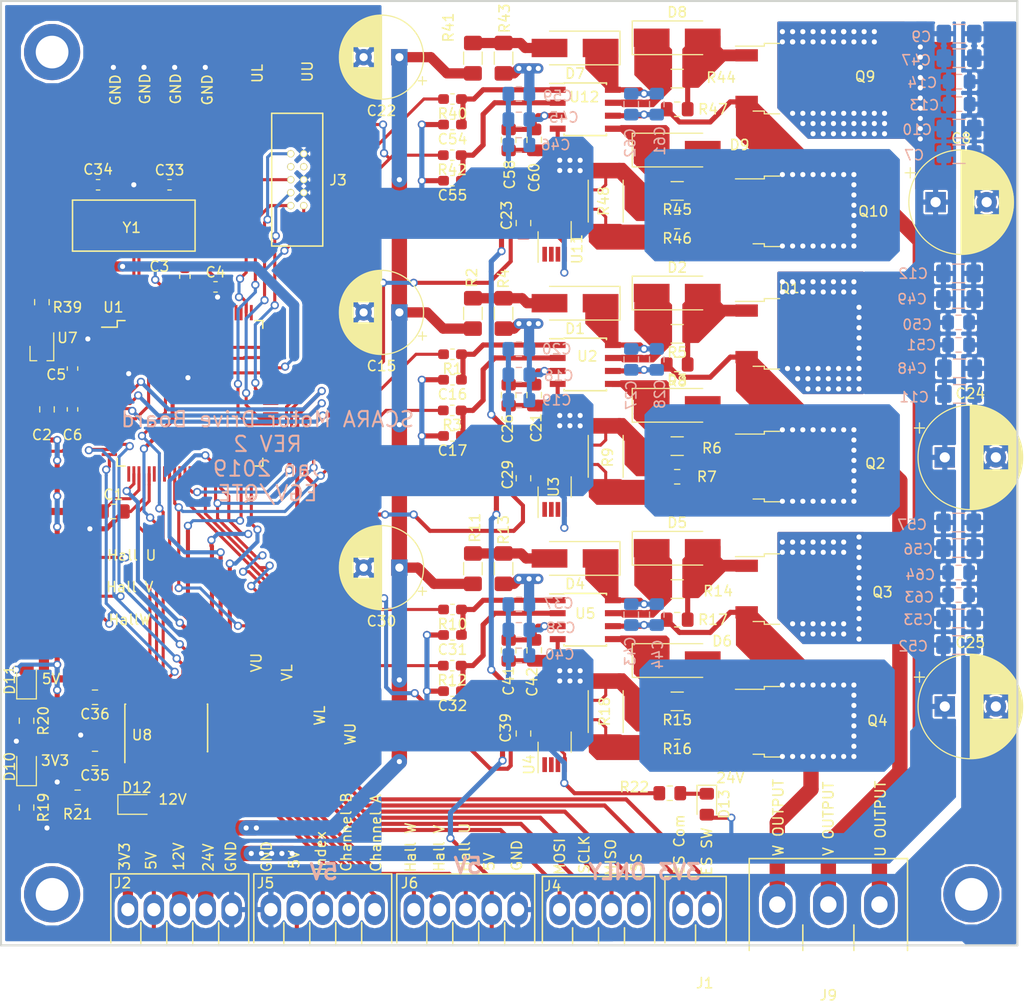
<source format=kicad_pcb>
(kicad_pcb (version 20171130) (host pcbnew 5.0.2+dfsg1-1~bpo9+1)
  (layers (0 F.Cu signal) (31 B.Cu signal) (34 B.Paste user hide) (35 F.Paste user hide) (36 B.SilkS user) (37 F.SilkS user) (38 B.Mask user) (39 F.Mask user) (44 Edge.Cuts user))
  (net 0 "")
  (net 1 GND)
  (net 2 3V3)
  (net 3 "Net-(C2-Pad1)")
  (net 4 24V)
  (net 5 5V)
  (net 6 PhaseWOutput)
  (net 7 PhaseVOutput)
  (net 8 PhaseUOutput)
  (net 9 12V)
  (net 10 "Net-(D1-Pad2)")
  (net 11 "Net-(D4-Pad2)")
  (net 12 "Net-(D5-Pad2)")
  (net 13 "Net-(U1-Pad1)")
  (net 14 "Net-(U1-Pad2)")
  (net 15 "Net-(U1-Pad11)")
  (net 16 "Net-(U1-Pad12)")
  (net 17 "Net-(U1-Pad13)")
  (net 18 "Net-(U1-Pad20)")
  (net 19 "Net-(U1-Pad21)")
  (net 20 "Net-(U1-Pad26)")
  (net 21 "Net-(U1-Pad31)")
  (net 22 "Net-(U1-Pad32)")
  (net 23 "Net-(U1-Pad33)")
  (net 24 "Net-(U1-Pad38)")
  (net 25 "Net-(U1-Pad39)")
  (net 26 "Net-(U1-Pad40)")
  (net 27 "Net-(U1-Pad46)")
  (net 28 "Net-(U1-Pad47)")
  (net 29 "Net-(U1-Pad49)")
  (net 30 "Net-(U1-Pad51)")
  (net 31 "Net-(U1-Pad52)")
  (net 32 "Net-(U1-Pad53)")
  (net 33 "Net-(U1-Pad54)")
  (net 34 "Net-(U1-Pad55)")
  (net 35 "Net-(U1-Pad56)")
  (net 36 "Net-(U1-Pad59)")
  (net 37 "Net-(U1-Pad60)")
  (net 38 "Net-(U1-Pad61)")
  (net 39 "Net-(U1-Pad62)")
  (net 40 "Net-(U1-Pad64)")
  (net 41 "Net-(U1-Pad65)")
  (net 42 "Net-(U1-Pad66)")
  (net 43 "Net-(U1-Pad69)")
  (net 44 "Net-(U1-Pad71)")
  (net 45 "Net-(U1-Pad73)")
  (net 46 "Net-(U1-Pad74)")
  (net 47 "Net-(U1-Pad75)")
  (net 48 "Net-(U1-Pad76)")
  (net 49 "Net-(U1-Pad78)")
  (net 50 "Net-(U1-Pad79)")
  (net 51 "Net-(U1-Pad80)")
  (net 52 "Net-(U1-Pad81)")
  (net 53 "Net-(U1-Pad82)")
  (net 54 "Net-(U1-Pad83)")
  (net 55 "Net-(U1-Pad84)")
  (net 56 "Net-(U1-Pad85)")
  (net 57 "Net-(U1-Pad87)")
  (net 58 "Net-(U1-Pad88)")
  (net 59 "Net-(U1-Pad89)")
  (net 60 "Net-(U1-Pad90)")
  (net 61 "Net-(U1-Pad91)")
  (net 62 "Net-(U1-Pad92)")
  (net 63 "Net-(U1-Pad94)")
  (net 64 "Net-(U1-Pad95)")
  (net 65 "Net-(U1-Pad97)")
  (net 66 "Net-(U1-Pad100)")
  (net 67 PhaseULower)
  (net 68 PhaseUUpper)
  (net 69 PhaseWUpper)
  (net 70 PhaseWLower)
  (net 71 PhaseVUpper)
  (net 72 PhaseVLower)
  (net 73 CurrentSenseV)
  (net 74 CurrentSenseU)
  (net 75 IN+2U)
  (net 76 IN+2V)
  (net 77 "Net-(U3-Pad1)")
  (net 78 "Net-(U3-Pad2)")
  (net 79 "Net-(U3-Pad3)")
  (net 80 "Net-(C31-Pad1)")
  (net 81 "Net-(C32-Pad1)")
  (net 82 "Net-(C33-Pad2)")
  (net 83 "Net-(C34-Pad2)")
  (net 84 SWDIO)
  (net 85 SWDCLK)
  (net 86 SWO)
  (net 87 "Net-(J3-Pad7)")
  (net 88 "Net-(J3-Pad8)")
  (net 89 nRESET)
  (net 90 ChannelB)
  (net 91 ChannelA)
  (net 92 Index)
  (net 93 HallU)
  (net 94 HallV)
  (net 95 HallW)
  (net 96 SS)
  (net 97 MOSI)
  (net 98 MISO)
  (net 99 SCLK)
  (net 100 3V3Ref)
  (net 101 "Net-(U7-Pad3)")
  (net 102 HallWShift)
  (net 103 HallVShift)
  (net 104 HallUShift)
  (net 105 IndexShift)
  (net 106 ChannelBShift)
  (net 107 ChannelAShift)
  (net 108 "Net-(U8-Pad9)")
  (net 109 "Net-(U8-Pad10)")
  (net 110 "Net-(U8-Pad14)")
  (net 111 "Net-(U8-Pad15)")
  (net 112 IN+2W)
  (net 113 CurrentSenseW)
  (net 114 "Net-(U1-Pad17)")
  (net 115 "Net-(C16-Pad1)")
  (net 116 "Net-(C37-Pad1)")
  (net 117 "Net-(C45-Pad1)")
  (net 118 "Net-(C54-Pad1)")
  (net 119 "Net-(C55-Pad1)")
  (net 120 "Net-(C61-Pad2)")
  (net 121 "Net-(D2-Pad1)")
  (net 122 "Net-(D2-Pad2)")
  (net 123 "Net-(D3-Pad2)")
  (net 124 "Net-(D3-Pad1)")
  (net 125 "Net-(D6-Pad2)")
  (net 126 "Net-(D7-Pad2)")
  (net 127 "Net-(D8-Pad2)")
  (net 128 "Net-(D8-Pad1)")
  (net 129 "Net-(D9-Pad1)")
  (net 130 "Net-(D9-Pad2)")
  (net 131 "Net-(U11-Pad3)")
  (net 132 "Net-(U11-Pad2)")
  (net 133 "Net-(U11-Pad1)")
  (net 134 "Net-(C17-Pad1)")
  (net 135 "Net-(C18-Pad1)")
  (net 136 "Net-(C27-Pad2)")
  (net 137 "Net-(C43-Pad2)")
  (net 138 "Net-(D5-Pad1)")
  (net 139 "Net-(D6-Pad1)")
  (net 140 "Net-(U4-Pad3)")
  (net 141 "Net-(U4-Pad2)")
  (net 142 "Net-(U4-Pad1)")
  (net 143 EndstopCommon)
  (net 144 EndstopSwitch)
  (net 145 "Net-(D10-Pad1)")
  (net 146 "Net-(D11-Pad1)")
  (net 147 "Net-(D12-Pad1)")
  (net 148 "Net-(D13-Pad1)")
  (module MountingHole:MountingHole_3.2mm_M3_ISO14580_Pad (layer F.Cu) (at 95 -5)
    (fp_text reference "" (at 0 -3.75) (layer F.SilkS))
    (fp_text value MountingHole_3.2mm_M3_ISO14580_Pad)
    (pad 1 thru_hole circle (at 0 0) (size 5.5 5.5) (drill 3.2) (layers *.Cu *.Mask))
  )
  (module MountingHole:MountingHole_3.2mm_M3_ISO14580_Pad (layer F.Cu) (at 5 -87.5)
    (fp_text reference "" (at 0 -3.75) (layer F.SilkS))
    (fp_text value MountingHole_3.2mm_M3_ISO14580_Pad)
    (pad 1 thru_hole circle (at 0 0) (size 5.5 5.5) (drill 3.2) (layers *.Cu *.Mask))
  )
  (module Capacitor_SMD:C_0805_2012Metric_Pad1.15x1.40mm_HandSolder (layer B.Cu) (at 50.7 -55.9 180)
    (fp_text reference C18 (at -3.9 -0.1 180) (layer B.SilkS) (effects (justify mirror)))
    (fp_text value 10u)
    (pad 2 smd roundrect (at 1.025 0 180) (size 1.15 1.4) (layers B.Cu B.Paste B.Mask) (roundrect_rratio 0.217391) (net 1 GND))
    (pad 1 smd roundrect (at -1.025 0 180) (size 1.15 1.4) (layers B.Cu B.Paste B.Mask) (roundrect_rratio 0.217391) (net 135 "Net-(C18-Pad1)"))
  )
  (module Capacitor_SMD:C_0805_2012Metric_Pad1.15x1.40mm_HandSolder (layer F.Cu) (at 11 -42.5)
    (fp_text reference C1 (at 0 -1.65) (layer F.SilkS))
    (fp_text value 1u)
    (pad 2 smd roundrect (at 1.025 0) (size 1.15 1.4) (layers F.Cu F.Paste F.Mask) (roundrect_rratio 0.217391) (net 1 GND))
    (pad 1 smd roundrect (at -1.025 0) (size 1.15 1.4) (layers F.Cu F.Paste F.Mask) (roundrect_rratio 0.217391) (net 2 3V3))
  )
  (module Capacitor_SMD:C_0805_2012Metric_Pad1.15x1.40mm_HandSolder (layer F.Cu) (at 4.5 -52.5 90)
    (fp_text reference C2 (at -2.5 -0.5 180) (layer F.SilkS))
    (fp_text value 1u)
    (pad 1 smd roundrect (at -1.025 0 90) (size 1.15 1.4) (layers F.Cu F.Paste F.Mask) (roundrect_rratio 0.217391) (net 3 "Net-(C2-Pad1)"))
    (pad 2 smd roundrect (at 1.025 0 90) (size 1.15 1.4) (layers F.Cu F.Paste F.Mask) (roundrect_rratio 0.217391) (net 1 GND))
  )
  (module Capacitor_SMD:C_0603_1608Metric_Pad1.05x0.95mm_HandSolder (layer F.Cu) (at 18 -65.5 90)
    (fp_text reference C3 (at 1 -2.5 180) (layer F.SilkS))
    (fp_text value 0u1)
    (pad 2 smd roundrect (at 0.875 0 90) (size 1.05 0.95) (layers F.Cu F.Paste F.Mask) (net 1 GND))
    (pad 1 smd roundrect (at -0.875 0 90) (size 1.05 0.95) (layers F.Cu F.Paste F.Mask) (net 2 3V3))
  )
  (module Capacitor_SMD:C_0603_1608Metric_Pad1.05x0.95mm_HandSolder (layer F.Cu) (at 21 -64.5)
    (fp_text reference C4 (at 0 -1.43) (layer F.SilkS))
    (fp_text value 0u1)
    (pad 1 smd roundrect (at -0.875 0) (size 1.05 0.95) (layers F.Cu F.Paste F.Mask) (net 3 "Net-(C2-Pad1)"))
    (pad 2 smd roundrect (at 0.875 0) (size 1.05 0.95) (layers F.Cu F.Paste F.Mask) (net 1 GND))
  )
  (module Capacitor_SMD:C_0603_1608Metric_Pad1.05x0.95mm_HandSolder (layer F.Cu) (at 7 -56.5 270)
    (fp_text reference C5 (at 0.6 1.6) (layer F.SilkS))
    (fp_text value 10n)
    (pad 1 smd roundrect (at -0.875 0 270) (size 1.05 0.95) (layers F.Cu F.Paste F.Mask) (net 2 3V3))
    (pad 2 smd roundrect (at 0.875 0 270) (size 1.05 0.95) (layers F.Cu F.Paste F.Mask) (net 1 GND))
  )
  (module Capacitor_SMD:C_0603_1608Metric_Pad1.05x0.95mm_HandSolder (layer F.Cu) (at 7 -52.5 90)
    (fp_text reference C6 (at -2.5 0 180) (layer F.SilkS))
    (fp_text value 10n)
    (pad 1 smd roundrect (at -0.875 0 90) (size 1.05 0.95) (layers F.Cu F.Paste F.Mask) (net 3 "Net-(C2-Pad1)"))
    (pad 2 smd roundrect (at 0.875 0 90) (size 1.05 0.95) (layers F.Cu F.Paste F.Mask) (net 1 GND))
  )
  (module Package_QFP:LQFP-100_14x14mm_P0.5mm (layer F.Cu) (at 18.505001 -54.074999)
    (fp_text reference U1 (at -7.505001 -8.425001) (layer F.SilkS))
    (fp_text value ATSAM4E16CB-AN-ND)
    (pad 1 smd rect (at -7.9 -6) (size 1.5 0.28) (layers F.Cu F.Paste F.Mask) (net 13 "Net-(U1-Pad1)"))
    (pad 2 smd rect (at -7.9 -5.5) (size 1.5 0.28) (layers F.Cu F.Paste F.Mask) (net 14 "Net-(U1-Pad2)"))
    (pad 3 smd rect (at -7.9 -5) (size 1.5 0.28) (layers F.Cu F.Paste F.Mask) (net 1 GND))
    (pad 4 smd rect (at -7.9 -4.5) (size 1.5 0.28) (layers F.Cu F.Paste F.Mask) (net 3 "Net-(C2-Pad1)"))
    (pad 5 smd rect (at -7.9 -4) (size 1.5 0.28) (layers F.Cu F.Paste F.Mask) (net 2 3V3))
    (pad 6 smd rect (at -7.9 -3.5) (size 1.5 0.28) (layers F.Cu F.Paste F.Mask) (net 1 GND))
    (pad 7 smd rect (at -7.9 -3) (size 1.5 0.28) (layers F.Cu F.Paste F.Mask) (net 1 GND))
    (pad 8 smd rect (at -7.9 -2.5) (size 1.5 0.28) (layers F.Cu F.Paste F.Mask) (net 1 GND))
    (pad 9 smd rect (at -7.9 -2) (size 1.5 0.28) (layers F.Cu F.Paste F.Mask) (net 100 3V3Ref))
    (pad 10 smd rect (at -7.9 -1.5) (size 1.5 0.28) (layers F.Cu F.Paste F.Mask) (net 1 GND))
    (pad 11 smd rect (at -7.9 -1) (size 1.5 0.28) (layers F.Cu F.Paste F.Mask) (net 15 "Net-(U1-Pad11)"))
    (pad 12 smd rect (at -7.9 -0.5) (size 1.5 0.28) (layers F.Cu F.Paste F.Mask) (net 16 "Net-(U1-Pad12)"))
    (pad 13 smd rect (at -7.9 0) (size 1.5 0.28) (layers F.Cu F.Paste F.Mask) (net 17 "Net-(U1-Pad13)"))
    (pad 14 smd rect (at -7.9 0.5) (size 1.5 0.28) (layers F.Cu F.Paste F.Mask) (net 113 CurrentSenseW))
    (pad 15 smd rect (at -7.9 1) (size 1.5 0.28) (layers F.Cu F.Paste F.Mask) (net 73 CurrentSenseV))
    (pad 16 smd rect (at -7.9 1.5) (size 1.5 0.28) (layers F.Cu F.Paste F.Mask) (net 74 CurrentSenseU))
    (pad 17 smd rect (at -7.9 2) (size 1.5 0.28) (layers F.Cu F.Paste F.Mask) (net 114 "Net-(U1-Pad17)"))
    (pad 18 smd rect (at -7.9 2.5) (size 1.5 0.28) (layers F.Cu F.Paste F.Mask) (net 3 "Net-(C2-Pad1)"))
    (pad 19 smd rect (at -7.9 3) (size 1.5 0.28) (layers F.Cu F.Paste F.Mask) (net 2 3V3))
    (pad 20 smd rect (at -7.9 3.5) (size 1.5 0.28) (layers F.Cu F.Paste F.Mask) (net 18 "Net-(U1-Pad20)"))
    (pad 21 smd rect (at -7.9 4) (size 1.5 0.28) (layers F.Cu F.Paste F.Mask) (net 19 "Net-(U1-Pad21)"))
    (pad 22 smd rect (at -7.9 4.5) (size 1.5 0.28) (layers F.Cu F.Paste F.Mask) (net 3 "Net-(C2-Pad1)"))
    (pad 23 smd rect (at -7.9 5) (size 1.5 0.28) (layers F.Cu F.Paste F.Mask) (net 104 HallUShift))
    (pad 24 smd rect (at -7.9 5.5) (size 1.5 0.28) (layers F.Cu F.Paste F.Mask) (net 103 HallVShift))
    (pad 25 smd rect (at -7.9 6) (size 1.5 0.28) (layers F.Cu F.Paste F.Mask) (net 102 HallWShift))
    (pad 26 smd rect (at -6 7.9 90) (size 1.5 0.28) (layers F.Cu F.Paste F.Mask) (net 20 "Net-(U1-Pad26)"))
    (pad 27 smd rect (at -5.5 7.9 90) (size 1.5 0.28) (layers F.Cu F.Paste F.Mask) (net 97 MOSI))
    (pad 28 smd rect (at -5 7.9 90) (size 1.5 0.28) (layers F.Cu F.Paste F.Mask) (net 2 3V3))
    (pad 29 smd rect (at -4.5 7.9 90) (size 1.5 0.28) (layers F.Cu F.Paste F.Mask) (net 1 GND))
    (pad 30 smd rect (at -4 7.9 90) (size 1.5 0.28) (layers F.Cu F.Paste F.Mask) (net 105 IndexShift))
    (pad 31 smd rect (at -3.5 7.9 90) (size 1.5 0.28) (layers F.Cu F.Paste F.Mask) (net 21 "Net-(U1-Pad31)"))
    (pad 32 smd rect (at -3 7.9 90) (size 1.5 0.28) (layers F.Cu F.Paste F.Mask) (net 22 "Net-(U1-Pad32)"))
    (pad 33 smd rect (at -2.5 7.9 90) (size 1.5 0.28) (layers F.Cu F.Paste F.Mask) (net 23 "Net-(U1-Pad33)"))
    (pad 34 smd rect (at -2 7.9 90) (size 1.5 0.28) (layers F.Cu F.Paste F.Mask) (net 99 SCLK))
    (pad 35 smd rect (at -1.5 7.9 90) (size 1.5 0.28) (layers F.Cu F.Paste F.Mask) (net 71 PhaseVUpper))
    (pad 36 smd rect (at -1 7.9 90) (size 1.5 0.28) (layers F.Cu F.Paste F.Mask) (net 69 PhaseWUpper))
    (pad 37 smd rect (at -0.5 7.9 90) (size 1.5 0.28) (layers F.Cu F.Paste F.Mask) (net 68 PhaseUUpper))
    (pad 38 smd rect (at 0 7.9 90) (size 1.5 0.28) (layers F.Cu F.Paste F.Mask) (net 24 "Net-(U1-Pad38)"))
    (pad 39 smd rect (at 0.5 7.9 90) (size 1.5 0.28) (layers F.Cu F.Paste F.Mask) (net 25 "Net-(U1-Pad39)"))
    (pad 40 smd rect (at 1 7.9 90) (size 1.5 0.28) (layers F.Cu F.Paste F.Mask) (net 26 "Net-(U1-Pad40)"))
    (pad 41 smd rect (at 1.5 7.9 90) (size 1.5 0.28) (layers F.Cu F.Paste F.Mask) (net 70 PhaseWLower))
    (pad 42 smd rect (at 2 7.9 90) (size 1.5 0.28) (layers F.Cu F.Paste F.Mask) (net 143 EndstopCommon))
    (pad 43 smd rect (at 2.5 7.9 90) (size 1.5 0.28) (layers F.Cu F.Paste F.Mask) (net 72 PhaseVLower))
    (pad 44 smd rect (at 3 7.9 90) (size 1.5 0.28) (layers F.Cu F.Paste F.Mask) (net 96 SS))
    (pad 45 smd rect (at 3.5 7.9 90) (size 1.5 0.28) (layers F.Cu F.Paste F.Mask) (net 67 PhaseULower))
    (pad 46 smd rect (at 4 7.9 90) (size 1.5 0.28) (layers F.Cu F.Paste F.Mask) (net 27 "Net-(U1-Pad46)"))
    (pad 47 smd rect (at 4.5 7.9 90) (size 1.5 0.28) (layers F.Cu F.Paste F.Mask) (net 28 "Net-(U1-Pad47)"))
    (pad 48 smd rect (at 5 7.9 90) (size 1.5 0.28) (layers F.Cu F.Paste F.Mask) (net 98 MISO))
    (pad 49 smd rect (at 5.5 7.9 90) (size 1.5 0.28) (layers F.Cu F.Paste F.Mask) (net 29 "Net-(U1-Pad49)"))
    (pad 50 smd rect (at 6 7.9 90) (size 1.5 0.28) (layers F.Cu F.Paste F.Mask) (net 144 EndstopSwitch))
    (pad 51 smd rect (at 7.9 6) (size 1.5 0.28) (layers F.Cu F.Paste F.Mask) (net 30 "Net-(U1-Pad51)"))
    (pad 52 smd rect (at 7.9 5.5) (size 1.5 0.28) (layers F.Cu F.Paste F.Mask) (net 31 "Net-(U1-Pad52)"))
    (pad 53 smd rect (at 7.9 5) (size 1.5 0.28) (layers F.Cu F.Paste F.Mask) (net 32 "Net-(U1-Pad53)"))
    (pad 54 smd rect (at 7.9 4.5) (size 1.5 0.28) (layers F.Cu F.Paste F.Mask) (net 33 "Net-(U1-Pad54)"))
    (pad 55 smd rect (at 7.9 4) (size 1.5 0.28) (layers F.Cu F.Paste F.Mask) (net 34 "Net-(U1-Pad55)"))
    (pad 56 smd rect (at 7.9 3.5) (size 1.5 0.28) (layers F.Cu F.Paste F.Mask) (net 35 "Net-(U1-Pad56)"))
    (pad 57 smd rect (at 7.9 3) (size 1.5 0.28) (layers F.Cu F.Paste F.Mask) (net 84 SWDIO))
    (pad 58 smd rect (at 7.9 2.5) (size 1.5 0.28) (layers F.Cu F.Paste F.Mask) (net 89 nRESET))
    (pad 59 smd rect (at 7.9 2) (size 1.5 0.28) (layers F.Cu F.Paste F.Mask) (net 36 "Net-(U1-Pad59)"))
    (pad 60 smd rect (at 7.9 1.5) (size 1.5 0.28) (layers F.Cu F.Paste F.Mask) (net 37 "Net-(U1-Pad60)"))
    (pad 61 smd rect (at 7.9 1) (size 1.5 0.28) (layers F.Cu F.Paste F.Mask) (net 38 "Net-(U1-Pad61)"))
    (pad 62 smd rect (at 7.9 0.5) (size 1.5 0.28) (layers F.Cu F.Paste F.Mask) (net 39 "Net-(U1-Pad62)"))
    (pad 63 smd rect (at 7.9 0) (size 1.5 0.28) (layers F.Cu F.Paste F.Mask) (net 85 SWDCLK))
    (pad 64 smd rect (at 7.9 -0.5) (size 1.5 0.28) (layers F.Cu F.Paste F.Mask) (net 40 "Net-(U1-Pad64)"))
    (pad 65 smd rect (at 7.9 -1) (size 1.5 0.28) (layers F.Cu F.Paste F.Mask) (net 41 "Net-(U1-Pad65)"))
    (pad 66 smd rect (at 7.9 -1.5) (size 1.5 0.28) (layers F.Cu F.Paste F.Mask) (net 42 "Net-(U1-Pad66)"))
    (pad 67 smd rect (at 7.9 -2) (size 1.5 0.28) (layers F.Cu F.Paste F.Mask) (net 1 GND))
    (pad 68 smd rect (at 7.9 -2.5) (size 1.5 0.28) (layers F.Cu F.Paste F.Mask) (net 2 3V3))
    (pad 69 smd rect (at 7.9 -3) (size 1.5 0.28) (layers F.Cu F.Paste F.Mask) (net 43 "Net-(U1-Pad69)"))
    (pad 70 smd rect (at 7.9 -3.5) (size 1.5 0.28) (layers F.Cu F.Paste F.Mask) (net 106 ChannelBShift))
    (pad 71 smd rect (at 7.9 -4) (size 1.5 0.28) (layers F.Cu F.Paste F.Mask) (net 44 "Net-(U1-Pad71)"))
    (pad 72 smd rect (at 7.9 -4.5) (size 1.5 0.28) (layers F.Cu F.Paste F.Mask) (net 107 ChannelAShift))
    (pad 73 smd rect (at 7.9 -5) (size 1.5 0.28) (layers F.Cu F.Paste F.Mask) (net 45 "Net-(U1-Pad73)"))
    (pad 74 smd rect (at 7.9 -5.5) (size 1.5 0.28) (layers F.Cu F.Paste F.Mask) (net 46 "Net-(U1-Pad74)"))
    (pad 75 smd rect (at 7.9 -6) (size 1.5 0.28) (layers F.Cu F.Paste F.Mask) (net 47 "Net-(U1-Pad75)"))
    (pad 76 smd rect (at 6 -7.9 90) (size 1.5 0.28) (layers F.Cu F.Paste F.Mask) (net 48 "Net-(U1-Pad76)"))
    (pad 77 smd rect (at 5.5 -7.9 90) (size 1.5 0.28) (layers F.Cu F.Paste F.Mask) (net 86 SWO))
    (pad 78 smd rect (at 5 -7.9 90) (size 1.5 0.28) (layers F.Cu F.Paste F.Mask) (net 49 "Net-(U1-Pad78)"))
    (pad 79 smd rect (at 4.5 -7.9 90) (size 1.5 0.28) (layers F.Cu F.Paste F.Mask) (net 50 "Net-(U1-Pad79)"))
    (pad 80 smd rect (at 4 -7.9 90) (size 1.5 0.28) (layers F.Cu F.Paste F.Mask) (net 51 "Net-(U1-Pad80)"))
    (pad 81 smd rect (at 3.5 -7.9 90) (size 1.5 0.28) (layers F.Cu F.Paste F.Mask) (net 52 "Net-(U1-Pad81)"))
    (pad 82 smd rect (at 3 -7.9 90) (size 1.5 0.28) (layers F.Cu F.Paste F.Mask) (net 53 "Net-(U1-Pad82)"))
    (pad 83 smd rect (at 2.5 -7.9 90) (size 1.5 0.28) (layers F.Cu F.Paste F.Mask) (net 54 "Net-(U1-Pad83)"))
    (pad 84 smd rect (at 2 -7.9 90) (size 1.5 0.28) (layers F.Cu F.Paste F.Mask) (net 55 "Net-(U1-Pad84)"))
    (pad 85 smd rect (at 1.5 -7.9 90) (size 1.5 0.28) (layers F.Cu F.Paste F.Mask) (net 56 "Net-(U1-Pad85)"))
    (pad 86 smd rect (at 1 -7.9 90) (size 1.5 0.28) (layers F.Cu F.Paste F.Mask) (net 3 "Net-(C2-Pad1)"))
    (pad 87 smd rect (at 0.5 -7.9 90) (size 1.5 0.28) (layers F.Cu F.Paste F.Mask) (net 57 "Net-(U1-Pad87)"))
    (pad 88 smd rect (at 0 -7.9 90) (size 1.5 0.28) (layers F.Cu F.Paste F.Mask) (net 58 "Net-(U1-Pad88)"))
    (pad 89 smd rect (at -0.5 -7.9 90) (size 1.5 0.28) (layers F.Cu F.Paste F.Mask) (net 59 "Net-(U1-Pad89)"))
    (pad 90 smd rect (at -1 -7.9 90) (size 1.5 0.28) (layers F.Cu F.Paste F.Mask) (net 60 "Net-(U1-Pad90)"))
    (pad 91 smd rect (at -1.5 -7.9 90) (size 1.5 0.28) (layers F.Cu F.Paste F.Mask) (net 61 "Net-(U1-Pad91)"))
    (pad 92 smd rect (at -2 -7.9 90) (size 1.5 0.28) (layers F.Cu F.Paste F.Mask) (net 62 "Net-(U1-Pad92)"))
    (pad 93 smd rect (at -2.5 -7.9 90) (size 1.5 0.28) (layers F.Cu F.Paste F.Mask) (net 2 3V3))
    (pad 94 smd rect (at -3 -7.9 90) (size 1.5 0.28) (layers F.Cu F.Paste F.Mask) (net 63 "Net-(U1-Pad94)"))
    (pad 95 smd rect (at -3.5 -7.9 90) (size 1.5 0.28) (layers F.Cu F.Paste F.Mask) (net 64 "Net-(U1-Pad95)"))
    (pad 96 smd rect (at -4 -7.9 90) (size 1.5 0.28) (layers F.Cu F.Paste F.Mask) (net 3 "Net-(C2-Pad1)"))
    (pad 97 smd rect (at -4.5 -7.9 90) (size 1.5 0.28) (layers F.Cu F.Paste F.Mask) (net 65 "Net-(U1-Pad97)"))
    (pad 98 smd rect (at -5 -7.9 90) (size 1.5 0.28) (layers F.Cu F.Paste F.Mask) (net 82 "Net-(C33-Pad2)"))
    (pad 99 smd rect (at -5.5 -7.9 90) (size 1.5 0.28) (layers F.Cu F.Paste F.Mask) (net 83 "Net-(C34-Pad2)"))
    (pad 100 smd rect (at -6 -7.9 90) (size 1.5 0.28) (layers F.Cu F.Paste F.Mask) (net 66 "Net-(U1-Pad100)"))
  )
  (module Capacitor_SMD:C_0603_1608Metric_Pad1.05x0.95mm_HandSolder (layer F.Cu) (at 16.5 -74.5)
    (fp_text reference C33 (at 0 -1.43) (layer F.SilkS))
    (fp_text value 13p)
    (pad 1 smd roundrect (at -0.875 0) (size 1.05 0.95) (layers F.Cu F.Paste F.Mask) (net 1 GND))
    (pad 2 smd roundrect (at 0.875 0) (size 1.05 0.95) (layers F.Cu F.Paste F.Mask) (net 82 "Net-(C33-Pad2)"))
  )
  (module Capacitor_SMD:C_0603_1608Metric_Pad1.05x0.95mm_HandSolder (layer F.Cu) (at 9.5 -74.5 180)
    (fp_text reference C34 (at 0 1.5 180) (layer F.SilkS))
    (fp_text value 13p)
    (pad 2 smd roundrect (at 0.875 0 180) (size 1.05 0.95) (layers F.Cu F.Paste F.Mask) (net 83 "Net-(C34-Pad2)"))
    (pad 1 smd roundrect (at -0.875 0 180) (size 1.05 0.95) (layers F.Cu F.Paste F.Mask) (net 1 GND))
  )
  (module TedsFootprints:SWDHeader (layer F.Cu) (at 29 -75 90)
    (fp_text reference J3 (at -0.05 4 180) (layer F.SilkS))
    (fp_text value "SWD/JTAG Header")
    (pad 1 thru_hole circle (at -2.54 0.635 90) (size 0.7 0.7) (drill 0.5) (layers *.Cu *.Mask F.SilkS) (net 2 3V3))
    (pad 2 thru_hole circle (at -2.54 -0.635 90) (size 0.7 0.7) (drill 0.5) (layers *.Cu *.Mask F.SilkS) (net 84 SWDIO))
    (pad 3 thru_hole circle (at -1.27 0.635 90) (size 0.7 0.7) (drill 0.5) (layers *.Cu *.Mask F.SilkS) (net 1 GND))
    (pad 4 thru_hole circle (at -1.27 -0.635 90) (size 0.7 0.7) (drill 0.5) (layers *.Cu *.Mask F.SilkS) (net 85 SWDCLK))
    (pad 5 thru_hole circle (at 0 0.635 90) (size 0.7 0.7) (drill 0.5) (layers *.Cu *.Mask F.SilkS) (net 1 GND))
    (pad 6 thru_hole circle (at 0 -0.635 90) (size 0.7 0.7) (drill 0.5) (layers *.Cu *.Mask F.SilkS) (net 86 SWO))
    (pad 7 thru_hole circle (at 1.27 0.635 90) (size 0.7 0.7) (drill 0.5) (layers *.Cu *.Mask F.SilkS) (net 87 "Net-(J3-Pad7)"))
    (pad 8 thru_hole circle (at 1.27 -0.635 90) (size 0.7 0.7) (drill 0.5) (layers *.Cu *.Mask F.SilkS) (net 88 "Net-(J3-Pad8)"))
    (pad 9 thru_hole circle (at 2.54 0.635 90) (size 0.7 0.7) (drill 0.5) (layers *.Cu *.Mask F.SilkS) (net 1 GND))
    (pad 10 thru_hole circle (at 2.54 -0.635 90) (size 0.7 0.7) (drill 0.5) (layers *.Cu *.Mask F.SilkS) (net 89 nRESET))
  )
  (module TedsFootprints:5TermScrewTerminal (layer F.Cu) (at 17.5 -3.5 180)
    (fp_text reference J2 (at 5.6 2.6 180) (layer F.SilkS))
    (fp_text value Screw_Terminal_01x05)
    (pad 1 thru_hole oval (at -5.08 0 180) (size 2 3) (drill 1.3) (layers *.Cu *.Mask) (net 1 GND))
    (pad 2 thru_hole oval (at -2.54 0 180) (size 2 3) (drill 1.3) (layers *.Cu *.Mask) (net 4 24V))
    (pad 3 thru_hole oval (at 0 0 180) (size 2 3) (drill 1.3) (layers *.Cu *.Mask) (net 9 12V))
    (pad 4 thru_hole oval (at 2.54 0 180) (size 2 3) (drill 1.3) (layers *.Cu *.Mask) (net 5 5V))
    (pad 5 thru_hole oval (at 5.08 0 180) (size 2 3) (drill 1.3) (layers *.Cu *.Mask) (net 2 3V3))
  )
  (module TedsFootprints:5TermScrewTerminal (layer F.Cu) (at 31.5 -3.5 180)
    (fp_text reference J5 (at 5.6 2.6 180) (layer F.SilkS))
    (fp_text value EncoderInput)
    (pad 5 thru_hole oval (at 5.08 0 180) (size 2 3) (drill 1.3) (layers *.Cu *.Mask) (net 1 GND))
    (pad 4 thru_hole oval (at 2.54 0 180) (size 2 3) (drill 1.3) (layers *.Cu *.Mask) (net 5 5V))
    (pad 3 thru_hole oval (at 0 0 180) (size 2 3) (drill 1.3) (layers *.Cu *.Mask) (net 92 Index))
    (pad 2 thru_hole oval (at -2.54 0 180) (size 2 3) (drill 1.3) (layers *.Cu *.Mask) (net 90 ChannelB))
    (pad 1 thru_hole oval (at -5.08 0 180) (size 2 3) (drill 1.3) (layers *.Cu *.Mask) (net 91 ChannelA))
  )
  (module TedsFootprints:5TermScrewTerminal (layer F.Cu) (at 45.5 -3.5 180)
    (fp_text reference J6 (at 5.5 2.6 180) (layer F.SilkS))
    (fp_text value HallInput)
    (pad 1 thru_hole oval (at -5.08 0 180) (size 2 3) (drill 1.3) (layers *.Cu *.Mask) (net 1 GND))
    (pad 2 thru_hole oval (at -2.54 0 180) (size 2 3) (drill 1.3) (layers *.Cu *.Mask) (net 5 5V))
    (pad 3 thru_hole oval (at 0 0 180) (size 2 3) (drill 1.3) (layers *.Cu *.Mask) (net 93 HallU))
    (pad 4 thru_hole oval (at 2.54 0 180) (size 2 3) (drill 1.3) (layers *.Cu *.Mask) (net 94 HallV))
    (pad 5 thru_hole oval (at 5.08 0 180) (size 2 3) (drill 1.3) (layers *.Cu *.Mask) (net 95 HallW))
  )
  (module TedsFootprints:4TermScrewTerminal (layer F.Cu) (at 58.5 -3.5 180)
    (fp_text reference J4 (at 4.5 2.3 180) (layer F.SilkS))
    (fp_text value "SPI Header")
    (pad 1 thru_hole oval (at -3.81 0 180) (size 2 3) (drill 1.3) (layers *.Cu *.Mask) (net 96 SS))
    (pad 2 thru_hole oval (at -1.27 0 180) (size 2 3) (drill 1.3) (layers *.Cu *.Mask) (net 98 MISO))
    (pad 3 thru_hole oval (at 1.27 0 180) (size 2 3) (drill 1.3) (layers *.Cu *.Mask) (net 99 SCLK))
    (pad 4 thru_hole oval (at 3.81 0 180) (size 2 3) (drill 1.3) (layers *.Cu *.Mask) (net 97 MOSI))
  )
  (module Resistor_SMD:R_0805_2012Metric_Pad1.15x1.40mm_HandSolder (layer F.Cu) (at 4 -63 270)
    (fp_text reference R39 (at 0.5 -2.5) (layer F.SilkS))
    (fp_text value 120R)
    (pad 1 smd roundrect (at -1.025 0 270) (size 1.15 1.4) (layers F.Cu F.Paste F.Mask) (roundrect_rratio 0.217391) (net 5 5V))
    (pad 2 smd roundrect (at 1.025 0 270) (size 1.15 1.4) (layers F.Cu F.Paste F.Mask) (roundrect_rratio 0.217391) (net 100 3V3Ref))
  )
  (module Package_TO_SOT_SMD:SOT-323_SC-70_Handsoldering (layer F.Cu) (at 4 -58 270)
    (fp_text reference U7 (at -1.5 -2.5) (layer F.SilkS))
    (fp_text value LM4040)
    (pad 1 smd rect (at -1.33 -0.65 180) (size 0.45 1.5) (layers F.Cu F.Paste F.Mask) (net 100 3V3Ref))
    (pad 2 smd rect (at -1.33 0.65 180) (size 0.45 1.5) (layers F.Cu F.Paste F.Mask) (net 1 GND))
    (pad 3 smd rect (at 1.33 0 180) (size 0.45 1.5) (layers F.Cu F.Paste F.Mask) (net 101 "Net-(U7-Pad3)"))
  )
  (module Package_SO:TSSOP-24_4.4x7.8mm_P0.65mm (layer F.Cu) (at 16.2 -21.3 90)
    (fp_text reference U8 (at -0.7 -2.4 180) (layer F.SilkS))
    (fp_text value 74LVC4245A)
    (pad 1 smd rect (at -2.85 -3.575 90) (size 1.1 0.4) (layers F.Cu F.Paste F.Mask) (net 5 5V))
    (pad 2 smd rect (at -2.85 -2.925 90) (size 1.1 0.4) (layers F.Cu F.Paste F.Mask) (net 5 5V))
    (pad 3 smd rect (at -2.85 -2.275 90) (size 1.1 0.4) (layers F.Cu F.Paste F.Mask) (net 92 Index))
    (pad 4 smd rect (at -2.85 -1.625 90) (size 1.1 0.4) (layers F.Cu F.Paste F.Mask) (net 90 ChannelB))
    (pad 5 smd rect (at -2.85 -0.975 90) (size 1.1 0.4) (layers F.Cu F.Paste F.Mask) (net 91 ChannelA))
    (pad 6 smd rect (at -2.85 -0.325 90) (size 1.1 0.4) (layers F.Cu F.Paste F.Mask) (net 95 HallW))
    (pad 7 smd rect (at -2.85 0.325 90) (size 1.1 0.4) (layers F.Cu F.Paste F.Mask) (net 94 HallV))
    (pad 8 smd rect (at -2.85 0.975 90) (size 1.1 0.4) (layers F.Cu F.Paste F.Mask) (net 93 HallU))
    (pad 9 smd rect (at -2.85 1.625 90) (size 1.1 0.4) (layers F.Cu F.Paste F.Mask) (net 108 "Net-(U8-Pad9)"))
    (pad 10 smd rect (at -2.85 2.275 90) (size 1.1 0.4) (layers F.Cu F.Paste F.Mask) (net 109 "Net-(U8-Pad10)"))
    (pad 11 smd rect (at -2.85 2.925 90) (size 1.1 0.4) (layers F.Cu F.Paste F.Mask) (net 1 GND))
    (pad 12 smd rect (at -2.85 3.575 90) (size 1.1 0.4) (layers F.Cu F.Paste F.Mask) (net 1 GND))
    (pad 13 smd rect (at 2.85 3.575 90) (size 1.1 0.4) (layers F.Cu F.Paste F.Mask) (net 1 GND))
    (pad 14 smd rect (at 2.85 2.925 90) (size 1.1 0.4) (layers F.Cu F.Paste F.Mask) (net 110 "Net-(U8-Pad14)"))
    (pad 15 smd rect (at 2.85 2.275 90) (size 1.1 0.4) (layers F.Cu F.Paste F.Mask) (net 111 "Net-(U8-Pad15)"))
    (pad 16 smd rect (at 2.85 1.625 90) (size 1.1 0.4) (layers F.Cu F.Paste F.Mask) (net 104 HallUShift))
    (pad 17 smd rect (at 2.85 0.975 90) (size 1.1 0.4) (layers F.Cu F.Paste F.Mask) (net 103 HallVShift))
    (pad 18 smd rect (at 2.85 0.325 90) (size 1.1 0.4) (layers F.Cu F.Paste F.Mask) (net 102 HallWShift))
    (pad 19 smd rect (at 2.85 -0.325 90) (size 1.1 0.4) (layers F.Cu F.Paste F.Mask) (net 107 ChannelAShift))
    (pad 20 smd rect (at 2.85 -0.975 90) (size 1.1 0.4) (layers F.Cu F.Paste F.Mask) (net 106 ChannelBShift))
    (pad 21 smd rect (at 2.85 -1.625 90) (size 1.1 0.4) (layers F.Cu F.Paste F.Mask) (net 105 IndexShift))
    (pad 22 smd rect (at 2.85 -2.275 90) (size 1.1 0.4) (layers F.Cu F.Paste F.Mask) (net 1 GND))
    (pad 23 smd rect (at 2.85 -2.925 90) (size 1.1 0.4) (layers F.Cu F.Paste F.Mask) (net 2 3V3))
    (pad 24 smd rect (at 2.85 -3.575 90) (size 1.1 0.4) (layers F.Cu F.Paste F.Mask) (net 2 3V3))
  )
  (module TedsFootprints:SMDCrystalABLS12 (layer F.Cu) (at 13 -70.5 180)
    (fp_text reference Y1 (at 0.2 -0.2 180) (layer F.SilkS))
    (fp_text value 12MHzCrystal)
    (pad 1 smd rect (at -4.75 0 180) (size 5.6 2.1) (layers F.Cu F.Paste F.Mask) (net 82 "Net-(C33-Pad2)"))
    (pad 2 smd rect (at 4.75 0 180) (size 5.6 2.1) (layers F.Cu F.Paste F.Mask) (net 83 "Net-(C34-Pad2)"))
  )
  (module Capacitor_SMD:C_0805_2012Metric_Pad1.15x1.40mm_HandSolder (layer F.Cu) (at 51.15 -20.75 270)
    (fp_text reference C39 (at -0.55 1.75 270) (layer F.SilkS))
    (fp_text value 0u1)
    (pad 1 smd roundrect (at -1.025 0 270) (size 1.15 1.4) (layers F.Cu F.Paste F.Mask) (roundrect_rratio 0.217391) (net 5 5V))
    (pad 2 smd roundrect (at 1.025 0 270) (size 1.15 1.4) (layers F.Cu F.Paste F.Mask) (roundrect_rratio 0.217391) (net 1 GND))
  )
  (module Capacitor_SMD:C_0805_2012Metric_Pad1.15x1.40mm_HandSolder (layer F.Cu) (at 49.7 -28.9 270)
    (fp_text reference C41 (at 3 0 270) (layer F.SilkS))
    (fp_text value u22)
    (pad 2 smd roundrect (at 1.025 0 270) (size 1.15 1.4) (layers F.Cu F.Paste F.Mask) (roundrect_rratio 0.217391) (net 1 GND))
    (pad 1 smd roundrect (at -1.025 0 270) (size 1.15 1.4) (layers F.Cu F.Paste F.Mask) (roundrect_rratio 0.217391) (net 116 "Net-(C37-Pad1)"))
  )
  (module Capacitor_SMD:C_0805_2012Metric_Pad1.15x1.40mm_HandSolder (layer F.Cu) (at 49.7 -78.9 270)
    (fp_text reference C58 (at 3.4 -0.1 270) (layer F.SilkS))
    (fp_text value u22)
    (pad 1 smd roundrect (at -1.025 0 270) (size 1.15 1.4) (layers F.Cu F.Paste F.Mask) (roundrect_rratio 0.217391) (net 117 "Net-(C45-Pad1)"))
    (pad 2 smd roundrect (at 1.025 0 270) (size 1.15 1.4) (layers F.Cu F.Paste F.Mask) (roundrect_rratio 0.217391) (net 1 GND))
  )
  (module Capacitor_SMD:C_0805_2012Metric_Pad1.15x1.40mm_HandSolder (layer B.Cu) (at 50.7 -83.4 180)
    (fp_text reference C59 (at -3.8 -0.2 180) (layer B.SilkS) (effects (justify mirror)))
    (fp_text value u22)
    (pad 2 smd roundrect (at 1.025 0 180) (size 1.15 1.4) (layers B.Cu B.Paste B.Mask) (roundrect_rratio 0.217391) (net 1 GND))
    (pad 1 smd roundrect (at -1.025 0 180) (size 1.15 1.4) (layers B.Cu B.Paste B.Mask) (roundrect_rratio 0.217391) (net 117 "Net-(C45-Pad1)"))
  )
  (module Capacitor_SMD:C_0805_2012Metric_Pad1.15x1.40mm_HandSolder (layer F.Cu) (at 52.2 -78.9 270)
    (fp_text reference C60 (at 3.7 0 270) (layer F.SilkS))
    (fp_text value u22)
    (pad 2 smd roundrect (at 1.025 0 270) (size 1.15 1.4) (layers F.Cu F.Paste F.Mask) (roundrect_rratio 0.217391) (net 1 GND))
    (pad 1 smd roundrect (at -1.025 0 270) (size 1.15 1.4) (layers F.Cu F.Paste F.Mask) (roundrect_rratio 0.217391) (net 117 "Net-(C45-Pad1)"))
  )
  (module Capacitor_SMD:C_0805_2012Metric_Pad1.15x1.40mm_HandSolder (layer B.Cu) (at 64.2 -82.4 90)
    (fp_text reference C61 (at -3.6 0.3 90) (layer B.SilkS) (effects (justify mirror)))
    (fp_text value u22)
    (pad 1 smd roundrect (at -1.025 0 90) (size 1.15 1.4) (layers B.Cu B.Paste B.Mask) (roundrect_rratio 0.217391) (net 8 PhaseUOutput))
    (pad 2 smd roundrect (at 1.025 0 90) (size 1.15 1.4) (layers B.Cu B.Paste B.Mask) (roundrect_rratio 0.217391) (net 120 "Net-(C61-Pad2)"))
  )
  (module Capacitor_SMD:C_0805_2012Metric_Pad1.15x1.40mm_HandSolder (layer B.Cu) (at 61.7 -82.4 90)
    (fp_text reference C62 (at -3.8 -0.1 90) (layer B.SilkS) (effects (justify mirror)))
    (fp_text value u22)
    (pad 1 smd roundrect (at -1.025 0 90) (size 1.15 1.4) (layers B.Cu B.Paste B.Mask) (roundrect_rratio 0.217391) (net 8 PhaseUOutput))
    (pad 2 smd roundrect (at 1.025 0 90) (size 1.15 1.4) (layers B.Cu B.Paste B.Mask) (roundrect_rratio 0.217391) (net 120 "Net-(C61-Pad2)"))
  )
  (module TedsFootprints:3TermScrewTerminal (layer F.Cu) (at 81 -4 180)
    (fp_text reference J9 (at 0 -8.89 180) (layer F.SilkS))
    (fp_text value Screw_Terminal_1x03)
    (pad 1 thru_hole oval (at 5 0 180) (size 3 4) (drill 1.6) (layers *.Cu *.Mask) (net 6 PhaseWOutput))
    (pad 2 thru_hole oval (at 0 0 180) (size 3 4) (drill 1.6) (layers *.Cu *.Mask) (net 7 PhaseVOutput))
    (pad 3 thru_hole oval (at -5 0 180) (size 3 4) (drill 1.6) (layers *.Cu *.Mask) (net 8 PhaseUOutput))
  )
  (module Package_TO_SOT_SMD:TO-252-2 (layer F.Cu) (at 77.2 -84.9)
    (fp_text reference Q9 (at 7.4 -0.2) (layer F.SilkS))
    (fp_text value Q_NMOS_GDS)
    (pad 2 smd rect (at 2.1 0) (size 6.4 5.8) (layers F.Cu F.Mask) (net 4 24V))
    (pad 3 smd rect (at -4.2 2.28) (size 2.2 1.2) (layers F.Cu F.Paste F.Mask) (net 8 PhaseUOutput))
    (pad 1 smd rect (at -4.2 -2.28) (size 2.2 1.2) (layers F.Cu F.Paste F.Mask) (net 127 "Net-(D8-Pad2)"))
  )
  (module Package_TO_SOT_SMD:TO-252-2 (layer F.Cu) (at 77.2 -71.9)
    (fp_text reference Q10 (at 8.2 0) (layer F.SilkS))
    (fp_text value Q_NMOS_GDS)
    (pad 1 smd rect (at -4.2 -2.28) (size 2.2 1.2) (layers F.Cu F.Paste F.Mask) (net 130 "Net-(D9-Pad2)"))
    (pad 3 smd rect (at -4.2 2.28) (size 2.2 1.2) (layers F.Cu F.Paste F.Mask) (net 75 IN+2U))
    (pad 2 smd rect (at 2.1 0) (size 6.4 5.8) (layers F.Cu F.Mask) (net 8 PhaseUOutput))
  )
  (module Resistor_SMD:R_0805_2012Metric_Pad1.15x1.40mm_HandSolder (layer F.Cu) (at 66.2 -70.9 180)
    (fp_text reference R46 (at 0 -1.65 180) (layer F.SilkS))
    (fp_text value 10K)
    (pad 1 smd roundrect (at -1.025 0 180) (size 1.15 1.4) (layers F.Cu F.Paste F.Mask) (roundrect_rratio 0.217391) (net 130 "Net-(D9-Pad2)"))
    (pad 2 smd roundrect (at 1.025 0 180) (size 1.15 1.4) (layers F.Cu F.Paste F.Mask) (roundrect_rratio 0.217391) (net 1 GND))
  )
  (module Resistor_SMD:R_0805_2012Metric_Pad1.15x1.40mm_HandSolder (layer F.Cu) (at 66.2 -81.9 180)
    (fp_text reference R47 (at -3.5 0 180) (layer F.SilkS))
    (fp_text value 10K)
    (pad 2 smd roundrect (at 1.025 0 180) (size 1.15 1.4) (layers F.Cu F.Paste F.Mask) (roundrect_rratio 0.217391) (net 8 PhaseUOutput))
    (pad 1 smd roundrect (at -1.025 0 180) (size 1.15 1.4) (layers F.Cu F.Paste F.Mask) (roundrect_rratio 0.217391) (net 127 "Net-(D8-Pad2)"))
  )
  (module Resistor_SMD:R_2512_6332Metric_Pad1.52x3.35mm_HandSolder (layer F.Cu) (at 59.2 -72.9 90)
    (fp_text reference R48 (at 0 -0.2 90) (layer F.SilkS))
    (fp_text value R05)
    (pad 2 smd roundrect (at 2.9875 0 90) (size 1.525 3.35) (layers F.Cu F.Paste F.Mask) (roundrect_rratio 0.163934) (net 1 GND))
    (pad 1 smd roundrect (at -2.9875 0 90) (size 1.525 3.35) (layers F.Cu F.Paste F.Mask) (roundrect_rratio 0.163934) (net 75 IN+2U))
  )
  (module Package_SO:VSSOP-8_3.0x3.0mm_P0.65mm (layer F.Cu) (at 54.2 -69.9 90)
    (fp_text reference U11 (at -1.7 2.2 90) (layer F.SilkS))
    (fp_text value INA2180)
    (pad 8 smd rect (at 2.2 -0.975) (size 0.45 1.45) (layers F.Cu F.Paste F.Mask) (net 5 5V))
    (pad 7 smd rect (at 2.2 -0.325) (size 0.45 1.45) (layers F.Cu F.Paste F.Mask) (net 74 CurrentSenseU))
    (pad 6 smd rect (at 2.2 0.325) (size 0.45 1.45) (layers F.Cu F.Paste F.Mask) (net 1 GND))
    (pad 5 smd rect (at 2.2 0.975) (size 0.45 1.45) (layers F.Cu F.Paste F.Mask) (net 75 IN+2U))
    (pad 4 smd rect (at -2.2 0.975) (size 0.45 1.45) (layers F.Cu F.Paste F.Mask) (net 1 GND))
    (pad 3 smd rect (at -2.2 0.325) (size 0.45 1.45) (layers F.Cu F.Paste F.Mask) (net 131 "Net-(U11-Pad3)"))
    (pad 2 smd rect (at -2.2 -0.325) (size 0.45 1.45) (layers F.Cu F.Paste F.Mask) (net 132 "Net-(U11-Pad2)"))
    (pad 1 smd rect (at -2.2 -0.975) (size 0.45 1.45) (layers F.Cu F.Paste F.Mask) (net 133 "Net-(U11-Pad1)"))
  )
  (module Package_SO:SOIC-8_3.9x4.9mm_P1.27mm (layer F.Cu) (at 57.2 -81.9)
    (fp_text reference U12 (at -0.1 -1.2) (layer F.SilkS))
    (fp_text value UCC27712)
    (pad 1 smd rect (at -2.7 -1.905) (size 1.55 0.6) (layers F.Cu F.Paste F.Mask) (net 118 "Net-(C54-Pad1)"))
    (pad 2 smd rect (at -2.7 -0.635) (size 1.55 0.6) (layers F.Cu F.Paste F.Mask) (net 119 "Net-(C55-Pad1)"))
    (pad 3 smd rect (at -2.7 0.635) (size 1.55 0.6) (layers F.Cu F.Paste F.Mask) (net 117 "Net-(C45-Pad1)"))
    (pad 4 smd rect (at -2.7 1.905) (size 1.55 0.6) (layers F.Cu F.Paste F.Mask) (net 1 GND))
    (pad 5 smd rect (at 2.7 1.905) (size 1.55 0.6) (layers F.Cu F.Paste F.Mask) (net 129 "Net-(D9-Pad1)"))
    (pad 6 smd rect (at 2.7 0.635) (size 1.55 0.6) (layers F.Cu F.Paste F.Mask) (net 8 PhaseUOutput))
    (pad 7 smd rect (at 2.7 -0.635) (size 1.55 0.6) (layers F.Cu F.Paste F.Mask) (net 128 "Net-(D8-Pad1)"))
    (pad 8 smd rect (at 2.7 -1.905) (size 1.55 0.6) (layers F.Cu F.Paste F.Mask) (net 120 "Net-(C61-Pad2)"))
  )
  (module Capacitor_THT:CP_Radial_D8.0mm_P3.50mm (layer F.Cu) (at 39 -62 180)
    (fp_text reference C15 (at 1.75 -5.25 180) (layer F.SilkS))
    (fp_text value 47u)
    (pad 2 thru_hole circle (at 3.5 0 180) (size 1.6 1.6) (drill 0.8) (layers *.Cu *.Mask) (net 1 GND))
    (pad 1 thru_hole rect (at 0 0 180) (size 1.6 1.6) (drill 0.8) (layers *.Cu *.Mask) (net 9 12V))
  )
  (module Capacitor_SMD:C_0805_2012Metric_Pad1.15x1.40mm_HandSolder (layer B.Cu) (at 50.7 -58.4 180)
    (fp_text reference C20 (at -3.7 0 180) (layer B.SilkS) (effects (justify mirror)))
    (fp_text value u22)
    (pad 2 smd roundrect (at 1.025 0 180) (size 1.15 1.4) (layers B.Cu B.Paste B.Mask) (roundrect_rratio 0.217391) (net 1 GND))
    (pad 1 smd roundrect (at -1.025 0 180) (size 1.15 1.4) (layers B.Cu B.Paste B.Mask) (roundrect_rratio 0.217391) (net 135 "Net-(C18-Pad1)"))
  )
  (module Capacitor_SMD:C_0805_2012Metric_Pad1.15x1.40mm_HandSolder (layer F.Cu) (at 52.2 -53.9 270)
    (fp_text reference C21 (at 3.2 -0.2 270) (layer F.SilkS))
    (fp_text value u22)
    (pad 1 smd roundrect (at -1.025 0 270) (size 1.15 1.4) (layers F.Cu F.Paste F.Mask) (roundrect_rratio 0.217391) (net 135 "Net-(C18-Pad1)"))
    (pad 2 smd roundrect (at 1.025 0 270) (size 1.15 1.4) (layers F.Cu F.Paste F.Mask) (roundrect_rratio 0.217391) (net 1 GND))
  )
  (module Capacitor_THT:CP_Radial_D8.0mm_P3.50mm (layer F.Cu) (at 39 -87 180)
    (fp_text reference C22 (at 1.75 -5.25 180) (layer F.SilkS))
    (fp_text value 47u)
    (pad 1 thru_hole rect (at 0 0 180) (size 1.6 1.6) (drill 0.8) (layers *.Cu *.Mask) (net 9 12V))
    (pad 2 thru_hole circle (at 3.5 0 180) (size 1.6 1.6) (drill 0.8) (layers *.Cu *.Mask) (net 1 GND))
  )
  (module Capacitor_SMD:C_0805_2012Metric_Pad1.15x1.40mm_HandSolder (layer F.Cu) (at 51.15 -70.75 270)
    (fp_text reference C23 (at -0.75 1.65 270) (layer F.SilkS))
    (fp_text value 0u1)
    (pad 2 smd roundrect (at 1.025 0 270) (size 1.15 1.4) (layers F.Cu F.Paste F.Mask) (roundrect_rratio 0.217391) (net 1 GND))
    (pad 1 smd roundrect (at -1.025 0 270) (size 1.15 1.4) (layers F.Cu F.Paste F.Mask) (roundrect_rratio 0.217391) (net 5 5V))
  )
  (module Capacitor_SMD:C_0805_2012Metric_Pad1.15x1.40mm_HandSolder (layer F.Cu) (at 49.7 -53.9 270)
    (fp_text reference C26 (at 3.3 0.1 270) (layer F.SilkS))
    (fp_text value u22)
    (pad 2 smd roundrect (at 1.025 0 270) (size 1.15 1.4) (layers F.Cu F.Paste F.Mask) (roundrect_rratio 0.217391) (net 1 GND))
    (pad 1 smd roundrect (at -1.025 0 270) (size 1.15 1.4) (layers F.Cu F.Paste F.Mask) (roundrect_rratio 0.217391) (net 135 "Net-(C18-Pad1)"))
  )
  (module Capacitor_SMD:C_0805_2012Metric_Pad1.15x1.40mm_HandSolder (layer B.Cu) (at 61.7 -57.4 90)
    (fp_text reference C27 (at -3.5 0 90) (layer B.SilkS) (effects (justify mirror)))
    (fp_text value u22)
    (pad 1 smd roundrect (at -1.025 0 90) (size 1.15 1.4) (layers B.Cu B.Paste B.Mask) (roundrect_rratio 0.217391) (net 7 PhaseVOutput))
    (pad 2 smd roundrect (at 1.025 0 90) (size 1.15 1.4) (layers B.Cu B.Paste B.Mask) (roundrect_rratio 0.217391) (net 136 "Net-(C27-Pad2)"))
  )
  (module Capacitor_SMD:C_0805_2012Metric_Pad1.15x1.40mm_HandSolder (layer B.Cu) (at 64.2 -57.4 90)
    (fp_text reference C28 (at -3.4 0.3 90) (layer B.SilkS) (effects (justify mirror)))
    (fp_text value u22)
    (pad 2 smd roundrect (at 1.025 0 90) (size 1.15 1.4) (layers B.Cu B.Paste B.Mask) (roundrect_rratio 0.217391) (net 136 "Net-(C27-Pad2)"))
    (pad 1 smd roundrect (at -1.025 0 90) (size 1.15 1.4) (layers B.Cu B.Paste B.Mask) (roundrect_rratio 0.217391) (net 7 PhaseVOutput))
  )
  (module Capacitor_SMD:C_0805_2012Metric_Pad1.15x1.40mm_HandSolder (layer F.Cu) (at 51.15 -45.75 270)
    (fp_text reference C29 (at -0.35 1.55 270) (layer F.SilkS))
    (fp_text value 0u1)
    (pad 1 smd roundrect (at -1.025 0 270) (size 1.15 1.4) (layers F.Cu F.Paste F.Mask) (roundrect_rratio 0.217391) (net 5 5V))
    (pad 2 smd roundrect (at 1.025 0 270) (size 1.15 1.4) (layers F.Cu F.Paste F.Mask) (roundrect_rratio 0.217391) (net 1 GND))
  )
  (module Capacitor_THT:CP_Radial_D8.0mm_P3.50mm (layer F.Cu) (at 39 -37 180)
    (fp_text reference C30 (at 1.75 -5.25 180) (layer F.SilkS))
    (fp_text value 47u)
    (pad 1 thru_hole rect (at 0 0 180) (size 1.6 1.6) (drill 0.8) (layers *.Cu *.Mask) (net 9 12V))
    (pad 2 thru_hole circle (at 3.5 0 180) (size 1.6 1.6) (drill 0.8) (layers *.Cu *.Mask) (net 1 GND))
  )
  (module Package_TO_SOT_SMD:TO-252-2 (layer F.Cu) (at 77.2 -59.9)
    (fp_text reference Q1 (at 0 -4.5) (layer F.SilkS))
    (fp_text value Q_NMOS_GDS)
    (pad 2 smd rect (at 2.1 0) (size 6.4 5.8) (layers F.Cu F.Mask) (net 4 24V))
    (pad 3 smd rect (at -4.2 2.28) (size 2.2 1.2) (layers F.Cu F.Paste F.Mask) (net 7 PhaseVOutput))
    (pad 1 smd rect (at -4.2 -2.28) (size 2.2 1.2) (layers F.Cu F.Paste F.Mask) (net 122 "Net-(D2-Pad2)"))
  )
  (module Package_TO_SOT_SMD:TO-252-2 (layer F.Cu) (at 77.2 -46.9)
    (fp_text reference Q2 (at 8.4 -0.3) (layer F.SilkS))
    (fp_text value Q_NMOS_GDS)
    (pad 1 smd rect (at -4.2 -2.28) (size 2.2 1.2) (layers F.Cu F.Paste F.Mask) (net 123 "Net-(D3-Pad2)"))
    (pad 3 smd rect (at -4.2 2.28) (size 2.2 1.2) (layers F.Cu F.Paste F.Mask) (net 76 IN+2V))
    (pad 2 smd rect (at 2.1 0) (size 6.4 5.8) (layers F.Cu F.Mask) (net 7 PhaseVOutput))
  )
  (module Package_TO_SOT_SMD:TO-252-2 (layer F.Cu) (at 77.2 -34.9)
    (fp_text reference Q3 (at 9.1 0.3) (layer F.SilkS))
    (fp_text value Q_NMOS_GDS)
    (pad 1 smd rect (at -4.2 -2.28) (size 2.2 1.2) (layers F.Cu F.Paste F.Mask) (net 12 "Net-(D5-Pad2)"))
    (pad 3 smd rect (at -4.2 2.28) (size 2.2 1.2) (layers F.Cu F.Paste F.Mask) (net 6 PhaseWOutput))
    (pad 2 smd rect (at 2.1 0) (size 6.4 5.8) (layers F.Cu F.Mask) (net 4 24V))
  )
  (module Package_TO_SOT_SMD:TO-252-2 (layer F.Cu) (at 77.2 -21.9)
    (fp_text reference Q4 (at 8.6 -0.1) (layer F.SilkS))
    (fp_text value Q_NMOS_GDS)
    (pad 2 smd rect (at 2.1 0) (size 6.4 5.8) (layers F.Cu F.Mask) (net 6 PhaseWOutput))
    (pad 3 smd rect (at -4.2 2.28) (size 2.2 1.2) (layers F.Cu F.Paste F.Mask) (net 112 IN+2W))
    (pad 1 smd rect (at -4.2 -2.28) (size 2.2 1.2) (layers F.Cu F.Paste F.Mask) (net 125 "Net-(D6-Pad2)"))
  )
  (module Resistor_SMD:R_0805_2012Metric_Pad1.15x1.40mm_HandSolder (layer F.Cu) (at 66.2 -45.9 180)
    (fp_text reference R7 (at -2.9 0 180) (layer F.SilkS))
    (fp_text value 10K)
    (pad 2 smd roundrect (at 1.025 0 180) (size 1.15 1.4) (layers F.Cu F.Paste F.Mask) (roundrect_rratio 0.217391) (net 1 GND))
    (pad 1 smd roundrect (at -1.025 0 180) (size 1.15 1.4) (layers F.Cu F.Paste F.Mask) (roundrect_rratio 0.217391) (net 123 "Net-(D3-Pad2)"))
  )
  (module Resistor_SMD:R_0805_2012Metric_Pad1.15x1.40mm_HandSolder (layer F.Cu) (at 66.2 -56.9 180)
    (fp_text reference R8 (at 0 -1.65 180) (layer F.SilkS))
    (fp_text value 10K)
    (pad 1 smd roundrect (at -1.025 0 180) (size 1.15 1.4) (layers F.Cu F.Paste F.Mask) (roundrect_rratio 0.217391) (net 122 "Net-(D2-Pad2)"))
    (pad 2 smd roundrect (at 1.025 0 180) (size 1.15 1.4) (layers F.Cu F.Paste F.Mask) (roundrect_rratio 0.217391) (net 7 PhaseVOutput))
  )
  (module Resistor_SMD:R_2512_6332Metric_Pad1.52x3.35mm_HandSolder (layer F.Cu) (at 59.2 -47.9 90)
    (fp_text reference R9 (at -0.1 0.2 90) (layer F.SilkS))
    (fp_text value R05)
    (pad 2 smd roundrect (at 2.9875 0 90) (size 1.525 3.35) (layers F.Cu F.Paste F.Mask) (roundrect_rratio 0.163934) (net 1 GND))
    (pad 1 smd roundrect (at -2.9875 0 90) (size 1.525 3.35) (layers F.Cu F.Paste F.Mask) (roundrect_rratio 0.163934) (net 76 IN+2V))
  )
  (module Resistor_SMD:R_0805_2012Metric_Pad1.15x1.40mm_HandSolder (layer F.Cu) (at 66.2 -31.9 180)
    (fp_text reference R17 (at -3.5 0 180) (layer F.SilkS))
    (fp_text value 10K)
    (pad 1 smd roundrect (at -1.025 0 180) (size 1.15 1.4) (layers F.Cu F.Paste F.Mask) (roundrect_rratio 0.217391) (net 12 "Net-(D5-Pad2)"))
    (pad 2 smd roundrect (at 1.025 0 180) (size 1.15 1.4) (layers F.Cu F.Paste F.Mask) (roundrect_rratio 0.217391) (net 6 PhaseWOutput))
  )
  (module Resistor_SMD:R_2512_6332Metric_Pad1.52x3.35mm_HandSolder (layer F.Cu) (at 59.2 -22.9 90)
    (fp_text reference R18 (at 0 -0.1 90) (layer F.SilkS))
    (fp_text value R05)
    (pad 1 smd roundrect (at -2.9875 0 90) (size 1.525 3.35) (layers F.Cu F.Paste F.Mask) (roundrect_rratio 0.163934) (net 112 IN+2W))
    (pad 2 smd roundrect (at 2.9875 0 90) (size 1.525 3.35) (layers F.Cu F.Paste F.Mask) (roundrect_rratio 0.163934) (net 1 GND))
  )
  (module Package_SO:SOIC-8_3.9x4.9mm_P1.27mm (layer F.Cu) (at 57.2 -56.9)
    (fp_text reference U2 (at 0.2 -0.8) (layer F.SilkS))
    (fp_text value UCC27712)
    (pad 1 smd rect (at -2.7 -1.905) (size 1.55 0.6) (layers F.Cu F.Paste F.Mask) (net 115 "Net-(C16-Pad1)"))
    (pad 2 smd rect (at -2.7 -0.635) (size 1.55 0.6) (layers F.Cu F.Paste F.Mask) (net 134 "Net-(C17-Pad1)"))
    (pad 3 smd rect (at -2.7 0.635) (size 1.55 0.6) (layers F.Cu F.Paste F.Mask) (net 135 "Net-(C18-Pad1)"))
    (pad 4 smd rect (at -2.7 1.905) (size 1.55 0.6) (layers F.Cu F.Paste F.Mask) (net 1 GND))
    (pad 5 smd rect (at 2.7 1.905) (size 1.55 0.6) (layers F.Cu F.Paste F.Mask) (net 124 "Net-(D3-Pad1)"))
    (pad 6 smd rect (at 2.7 0.635) (size 1.55 0.6) (layers F.Cu F.Paste F.Mask) (net 7 PhaseVOutput))
    (pad 7 smd rect (at 2.7 -0.635) (size 1.55 0.6) (layers F.Cu F.Paste F.Mask) (net 121 "Net-(D2-Pad1)"))
    (pad 8 smd rect (at 2.7 -1.905) (size 1.55 0.6) (layers F.Cu F.Paste F.Mask) (net 136 "Net-(C27-Pad2)"))
  )
  (module Package_SO:VSSOP-8_3.0x3.0mm_P0.65mm (layer F.Cu) (at 54.2 -44.9 90)
    (fp_text reference U3 (at 0 -0.1 90) (layer F.SilkS))
    (fp_text value INA2180)
    (pad 1 smd rect (at -2.2 -0.975) (size 0.45 1.45) (layers F.Cu F.Paste F.Mask) (net 77 "Net-(U3-Pad1)"))
    (pad 2 smd rect (at -2.2 -0.325) (size 0.45 1.45) (layers F.Cu F.Paste F.Mask) (net 78 "Net-(U3-Pad2)"))
    (pad 3 smd rect (at -2.2 0.325) (size 0.45 1.45) (layers F.Cu F.Paste F.Mask) (net 79 "Net-(U3-Pad3)"))
    (pad 4 smd rect (at -2.2 0.975) (size 0.45 1.45) (layers F.Cu F.Paste F.Mask) (net 1 GND))
    (pad 5 smd rect (at 2.2 0.975) (size 0.45 1.45) (layers F.Cu F.Paste F.Mask) (net 76 IN+2V))
    (pad 6 smd rect (at 2.2 0.325) (size 0.45 1.45) (layers F.Cu F.Paste F.Mask) (net 1 GND))
    (pad 7 smd rect (at 2.2 -0.325) (size 0.45 1.45) (layers F.Cu F.Paste F.Mask) (net 73 CurrentSenseV))
    (pad 8 smd rect (at 2.2 -0.975) (size 0.45 1.45) (layers F.Cu F.Paste F.Mask) (net 5 5V))
  )
  (module Package_SO:VSSOP-8_3.0x3.0mm_P0.65mm (layer F.Cu) (at 54.2 -19.9 90)
    (fp_text reference U4 (at -2.2 -2.5 90) (layer F.SilkS))
    (fp_text value INA2180)
    (pad 8 smd rect (at 2.2 -0.975) (size 0.45 1.45) (layers F.Cu F.Paste F.Mask) (net 5 5V))
    (pad 7 smd rect (at 2.2 -0.325) (size 0.45 1.45) (layers F.Cu F.Paste F.Mask) (net 113 CurrentSenseW))
    (pad 6 smd rect (at 2.2 0.325) (size 0.45 1.45) (layers F.Cu F.Paste F.Mask) (net 1 GND))
    (pad 5 smd rect (at 2.2 0.975) (size 0.45 1.45) (layers F.Cu F.Paste F.Mask) (net 112 IN+2W))
    (pad 4 smd rect (at -2.2 0.975) (size 0.45 1.45) (layers F.Cu F.Paste F.Mask) (net 1 GND))
    (pad 3 smd rect (at -2.2 0.325) (size 0.45 1.45) (layers F.Cu F.Paste F.Mask) (net 140 "Net-(U4-Pad3)"))
    (pad 2 smd rect (at -2.2 -0.325) (size 0.45 1.45) (layers F.Cu F.Paste F.Mask) (net 141 "Net-(U4-Pad2)"))
    (pad 1 smd rect (at -2.2 -0.975) (size 0.45 1.45) (layers F.Cu F.Paste F.Mask) (net 142 "Net-(U4-Pad1)"))
  )
  (module Package_SO:SOIC-8_3.9x4.9mm_P1.27mm (layer F.Cu) (at 57.2 -31.9)
    (fp_text reference U5 (at 0 -0.6) (layer F.SilkS))
    (fp_text value UCC27712)
    (pad 8 smd rect (at 2.7 -1.905) (size 1.55 0.6) (layers F.Cu F.Paste F.Mask) (net 137 "Net-(C43-Pad2)"))
    (pad 7 smd rect (at 2.7 -0.635) (size 1.55 0.6) (layers F.Cu F.Paste F.Mask) (net 138 "Net-(D5-Pad1)"))
    (pad 6 smd rect (at 2.7 0.635) (size 1.55 0.6) (layers F.Cu F.Paste F.Mask) (net 6 PhaseWOutput))
    (pad 5 smd rect (at 2.7 1.905) (size 1.55 0.6) (layers F.Cu F.Paste F.Mask) (net 139 "Net-(D6-Pad1)"))
    (pad 4 smd rect (at -2.7 1.905) (size 1.55 0.6) (layers F.Cu F.Paste F.Mask) (net 1 GND))
    (pad 3 smd rect (at -2.7 0.635) (size 1.55 0.6) (layers F.Cu F.Paste F.Mask) (net 116 "Net-(C37-Pad1)"))
    (pad 2 smd rect (at -2.7 -0.635) (size 1.55 0.6) (layers F.Cu F.Paste F.Mask) (net 81 "Net-(C32-Pad1)"))
    (pad 1 smd rect (at -2.7 -1.905) (size 1.55 0.6) (layers F.Cu F.Paste F.Mask) (net 80 "Net-(C31-Pad1)"))
  )
  (module Capacitor_SMD:C_0805_2012Metric_Pad1.15x1.40mm_HandSolder (layer B.Cu) (at 50.7 -28.4 180)
    (fp_text reference C40 (at -4 0.1 180) (layer B.SilkS) (effects (justify mirror)))
    (fp_text value u22)
    (pad 2 smd roundrect (at 1.025 0 180) (size 1.15 1.4) (layers B.Cu B.Paste B.Mask) (roundrect_rratio 0.217391) (net 1 GND))
    (pad 1 smd roundrect (at -1.025 0 180) (size 1.15 1.4) (layers B.Cu B.Paste B.Mask) (roundrect_rratio 0.217391) (net 116 "Net-(C37-Pad1)"))
  )
  (module Capacitor_SMD:C_0805_2012Metric_Pad1.15x1.40mm_HandSolder (layer F.Cu) (at 52.2 -28.9 270)
    (fp_text reference C42 (at 3.1 0.2 270) (layer F.SilkS))
    (fp_text value u22)
    (pad 1 smd roundrect (at -1.025 0 270) (size 1.15 1.4) (layers F.Cu F.Paste F.Mask) (roundrect_rratio 0.217391) (net 116 "Net-(C37-Pad1)"))
    (pad 2 smd roundrect (at 1.025 0 270) (size 1.15 1.4) (layers F.Cu F.Paste F.Mask) (roundrect_rratio 0.217391) (net 1 GND))
  )
  (module Capacitor_SMD:C_0805_2012Metric_Pad1.15x1.40mm_HandSolder (layer B.Cu) (at 61.7 -32.4 90)
    (fp_text reference C43 (at -3.6 -0.1 90) (layer B.SilkS) (effects (justify mirror)))
    (fp_text value u22)
    (pad 1 smd roundrect (at -1.025 0 90) (size 1.15 1.4) (layers B.Cu B.Paste B.Mask) (roundrect_rratio 0.217391) (net 6 PhaseWOutput))
    (pad 2 smd roundrect (at 1.025 0 90) (size 1.15 1.4) (layers B.Cu B.Paste B.Mask) (roundrect_rratio 0.217391) (net 137 "Net-(C43-Pad2)"))
  )
  (module Capacitor_SMD:C_0805_2012Metric_Pad1.15x1.40mm_HandSolder (layer B.Cu) (at 64.2 -32.4 90)
    (fp_text reference C44 (at -3.9 0.1 90) (layer B.SilkS) (effects (justify mirror)))
    (fp_text value u22)
    (pad 2 smd roundrect (at 1.025 0 90) (size 1.15 1.4) (layers B.Cu B.Paste B.Mask) (roundrect_rratio 0.217391) (net 137 "Net-(C43-Pad2)"))
    (pad 1 smd roundrect (at -1.025 0 90) (size 1.15 1.4) (layers B.Cu B.Paste B.Mask) (roundrect_rratio 0.217391) (net 6 PhaseWOutput))
  )
  (module Diode_SMD:D_SMA_Handsoldering (layer F.Cu) (at 56.2 -62.9 180)
    (fp_text reference D1 (at 0 -2.5 180) (layer F.SilkS))
    (fp_text value D)
    (pad 1 smd rect (at -2.5 0 180) (size 3.5 1.8) (layers F.Cu F.Paste F.Mask) (net 136 "Net-(C27-Pad2)"))
    (pad 2 smd rect (at 2.5 0 180) (size 3.5 1.8) (layers F.Cu F.Paste F.Mask) (net 10 "Net-(D1-Pad2)"))
  )
  (module Diode_SMD:D_SMA_Handsoldering (layer F.Cu) (at 66.2 -63.9)
    (fp_text reference D2 (at 0 -2.5) (layer F.SilkS))
    (fp_text value D)
    (pad 1 smd rect (at -2.5 0) (size 3.5 1.8) (layers F.Cu F.Paste F.Mask) (net 121 "Net-(D2-Pad1)"))
    (pad 2 smd rect (at 2.5 0) (size 3.5 1.8) (layers F.Cu F.Paste F.Mask) (net 122 "Net-(D2-Pad2)"))
  )
  (module Diode_SMD:D_SMA_Handsoldering (layer F.Cu) (at 66.2 -52.9)
    (fp_text reference D3 (at 0 -2.5) (layer F.SilkS))
    (fp_text value D)
    (pad 2 smd rect (at 2.5 0) (size 3.5 1.8) (layers F.Cu F.Paste F.Mask) (net 123 "Net-(D3-Pad2)"))
    (pad 1 smd rect (at -2.5 0) (size 3.5 1.8) (layers F.Cu F.Paste F.Mask) (net 124 "Net-(D3-Pad1)"))
  )
  (module Diode_SMD:D_SMA_Handsoldering (layer F.Cu) (at 56.2 -37.9 180)
    (fp_text reference D4 (at 0 -2.5 180) (layer F.SilkS))
    (fp_text value D)
    (pad 1 smd rect (at -2.5 0 180) (size 3.5 1.8) (layers F.Cu F.Paste F.Mask) (net 137 "Net-(C43-Pad2)"))
    (pad 2 smd rect (at 2.5 0 180) (size 3.5 1.8) (layers F.Cu F.Paste F.Mask) (net 11 "Net-(D4-Pad2)"))
  )
  (module Diode_SMD:D_SMA_Handsoldering (layer F.Cu) (at 66.2 -38.9)
    (fp_text reference D5 (at 0 -2.5) (layer F.SilkS))
    (fp_text value D)
    (pad 2 smd rect (at 2.5 0) (size 3.5 1.8) (layers F.Cu F.Paste F.Mask) (net 12 "Net-(D5-Pad2)"))
    (pad 1 smd rect (at -2.5 0) (size 3.5 1.8) (layers F.Cu F.Paste F.Mask) (net 138 "Net-(D5-Pad1)"))
  )
  (module Diode_SMD:D_SMA_Handsoldering (layer F.Cu) (at 66.2 -27.9)
    (fp_text reference D6 (at 4.4 -1.9) (layer F.SilkS))
    (fp_text value D)
    (pad 2 smd rect (at 2.5 0) (size 3.5 1.8) (layers F.Cu F.Paste F.Mask) (net 125 "Net-(D6-Pad2)"))
    (pad 1 smd rect (at -2.5 0) (size 3.5 1.8) (layers F.Cu F.Paste F.Mask) (net 139 "Net-(D6-Pad1)"))
  )
  (module Diode_SMD:D_SMA_Handsoldering (layer F.Cu) (at 56.2 -87.9 180)
    (fp_text reference D7 (at 0 -2.5 180) (layer F.SilkS))
    (fp_text value D)
    (pad 2 smd rect (at 2.5 0 180) (size 3.5 1.8) (layers F.Cu F.Paste F.Mask) (net 126 "Net-(D7-Pad2)"))
    (pad 1 smd rect (at -2.5 0 180) (size 3.5 1.8) (layers F.Cu F.Paste F.Mask) (net 120 "Net-(C61-Pad2)"))
  )
  (module Diode_SMD:D_SMA_Handsoldering (layer F.Cu) (at 66.2 -88.9)
    (fp_text reference D8 (at 0 -2.5) (layer F.SilkS))
    (fp_text value D)
    (pad 1 smd rect (at -2.5 0) (size 3.5 1.8) (layers F.Cu F.Paste F.Mask) (net 128 "Net-(D8-Pad1)"))
    (pad 2 smd rect (at 2.5 0) (size 3.5 1.8) (layers F.Cu F.Paste F.Mask) (net 127 "Net-(D8-Pad2)"))
  )
  (module Diode_SMD:D_SMA_Handsoldering (layer F.Cu) (at 66.2 -77.9)
    (fp_text reference D9 (at 6.1 -0.5) (layer F.SilkS))
    (fp_text value D)
    (pad 1 smd rect (at -2.5 0) (size 3.5 1.8) (layers F.Cu F.Paste F.Mask) (net 129 "Net-(D9-Pad1)"))
    (pad 2 smd rect (at 2.5 0) (size 3.5 1.8) (layers F.Cu F.Paste F.Mask) (net 130 "Net-(D9-Pad2)"))
  )
  (module Resistor_SMD:R_0805_2012Metric_Pad1.15x1.40mm_HandSolder (layer F.Cu) (at 66.2 -20.9 180)
    (fp_text reference R16 (at 0 -1.65 180) (layer F.SilkS))
    (fp_text value 10K)
    (pad 2 smd roundrect (at 1.025 0 180) (size 1.15 1.4) (layers F.Cu F.Paste F.Mask) (roundrect_rratio 0.217391) (net 1 GND))
    (pad 1 smd roundrect (at -1.025 0 180) (size 1.15 1.4) (layers F.Cu F.Paste F.Mask) (roundrect_rratio 0.217391) (net 125 "Net-(D6-Pad2)"))
  )
  (module Capacitor_SMD:C_0805_2012Metric_Pad1.15x1.40mm_HandSolder (layer B.Cu) (at 50.7 -80.9 180)
    (fp_text reference C45 (at -4.4 0.2 180) (layer B.SilkS) (effects (justify mirror)))
    (fp_text value 10u)
    (pad 1 smd roundrect (at -1.025 0 180) (size 1.15 1.4) (layers B.Cu B.Paste B.Mask) (roundrect_rratio 0.217391) (net 117 "Net-(C45-Pad1)"))
    (pad 2 smd roundrect (at 1.025 0 180) (size 1.15 1.4) (layers B.Cu B.Paste B.Mask) (roundrect_rratio 0.217391) (net 1 GND))
  )
  (module Capacitor_SMD:C_0805_2012Metric_Pad1.15x1.40mm_HandSolder (layer B.Cu) (at 50.7 -78.4 180)
    (fp_text reference C46 (at -3.6 0 180) (layer B.SilkS) (effects (justify mirror)))
    (fp_text value 10u)
    (pad 2 smd roundrect (at 1.025 0 180) (size 1.15 1.4) (layers B.Cu B.Paste B.Mask) (roundrect_rratio 0.217391) (net 1 GND))
    (pad 1 smd roundrect (at -1.025 0 180) (size 1.15 1.4) (layers B.Cu B.Paste B.Mask) (roundrect_rratio 0.217391) (net 117 "Net-(C45-Pad1)"))
  )
  (module Capacitor_SMD:C_0805_2012Metric_Pad1.15x1.40mm_HandSolder (layer B.Cu) (at 50.7 -33.4 180)
    (fp_text reference C37 (at -3.9 0.1 180) (layer B.SilkS) (effects (justify mirror)))
    (fp_text value 10u)
    (pad 2 smd roundrect (at 1.025 0 180) (size 1.15 1.4) (layers B.Cu B.Paste B.Mask) (roundrect_rratio 0.217391) (net 1 GND))
    (pad 1 smd roundrect (at -1.025 0 180) (size 1.15 1.4) (layers B.Cu B.Paste B.Mask) (roundrect_rratio 0.217391) (net 116 "Net-(C37-Pad1)"))
  )
  (module Capacitor_SMD:C_0805_2012Metric_Pad1.15x1.40mm_HandSolder (layer B.Cu) (at 50.7 -30.9 180)
    (fp_text reference C38 (at -4.1 0.2 180) (layer B.SilkS) (effects (justify mirror)))
    (fp_text value 10u)
    (pad 1 smd roundrect (at -1.025 0 180) (size 1.15 1.4) (layers B.Cu B.Paste B.Mask) (roundrect_rratio 0.217391) (net 116 "Net-(C37-Pad1)"))
    (pad 2 smd roundrect (at 1.025 0 180) (size 1.15 1.4) (layers B.Cu B.Paste B.Mask) (roundrect_rratio 0.217391) (net 1 GND))
  )
  (module Capacitor_SMD:C_0805_2012Metric_Pad1.15x1.40mm_HandSolder (layer B.Cu) (at 50.7 -53.4 180)
    (fp_text reference C19 (at -3.7 0 180) (layer B.SilkS) (effects (justify mirror)))
    (fp_text value 10u)
    (pad 1 smd roundrect (at -1.025 0 180) (size 1.15 1.4) (layers B.Cu B.Paste B.Mask) (roundrect_rratio 0.217391) (net 135 "Net-(C18-Pad1)"))
    (pad 2 smd roundrect (at 1.025 0 180) (size 1.15 1.4) (layers B.Cu B.Paste B.Mask) (roundrect_rratio 0.217391) (net 1 GND))
  )
  (module Capacitor_SMD:C_0805_2012Metric_Pad1.15x1.40mm_HandSolder (layer B.Cu) (at 93.8 -82.4)
    (fp_text reference C13 (at -3.4 0.1) (layer B.SilkS) (effects (justify mirror)))
    (fp_text value u1)
    (pad 1 smd roundrect (at -1.025 0) (size 1.15 1.4) (layers B.Cu B.Paste B.Mask) (roundrect_rratio 0.217391) (net 4 24V))
    (pad 2 smd roundrect (at 1.025 0) (size 1.15 1.4) (layers B.Cu B.Paste B.Mask) (roundrect_rratio 0.217391) (net 1 GND))
  )
  (module Capacitor_SMD:C_0805_2012Metric_Pad1.15x1.40mm_HandSolder (layer B.Cu) (at 93.8 -84.6)
    (fp_text reference C14 (at -3.6 0.1) (layer B.SilkS) (effects (justify mirror)))
    (fp_text value u1)
    (pad 2 smd roundrect (at 1.025 0) (size 1.15 1.4) (layers B.Cu B.Paste B.Mask) (roundrect_rratio 0.217391) (net 1 GND))
    (pad 1 smd roundrect (at -1.025 0) (size 1.15 1.4) (layers B.Cu B.Paste B.Mask) (roundrect_rratio 0.217391) (net 4 24V))
  )
  (module Capacitor_THT:CP_Radial_D10.0mm_P5.00mm (layer F.Cu) (at 91.5 -72.8)
    (fp_text reference C8 (at 2.5 -6.25) (layer F.SilkS))
    (fp_text value 470u)
    (pad 1 thru_hole rect (at 0 0) (size 2 2) (drill 1) (layers *.Cu *.Mask) (net 4 24V))
    (pad 2 thru_hole circle (at 5 0) (size 2 2) (drill 1) (layers *.Cu *.Mask) (net 1 GND))
  )
  (module Capacitor_THT:CP_Radial_D10.0mm_P5.00mm (layer F.Cu) (at 92.4 -47.8)
    (fp_text reference C24 (at 2.5 -6.25) (layer F.SilkS))
    (fp_text value 470u)
    (pad 2 thru_hole circle (at 5 0) (size 2 2) (drill 1) (layers *.Cu *.Mask) (net 1 GND))
    (pad 1 thru_hole rect (at 0 0) (size 2 2) (drill 1) (layers *.Cu *.Mask) (net 4 24V))
  )
  (module Capacitor_THT:CP_Radial_D10.0mm_P5.00mm (layer F.Cu) (at 92.4 -23.4)
    (fp_text reference C25 (at 2.5 -6.25) (layer F.SilkS))
    (fp_text value 470u)
    (pad 1 thru_hole rect (at 0 0) (size 2 2) (drill 1) (layers *.Cu *.Mask) (net 4 24V))
    (pad 2 thru_hole circle (at 5 0) (size 2 2) (drill 1) (layers *.Cu *.Mask) (net 1 GND))
  )
  (module Resistor_SMD:R_1206_3216Metric_Pad1.42x1.75mm_HandSolder (layer F.Cu) (at 46.2 -61.9 270)
    (fp_text reference R2 (at -3.5 0.1 270) (layer F.SilkS))
    (fp_text value 2R2)
    (pad 1 smd roundrect (at -1.4875 0 270) (size 1.425 1.75) (layers F.Cu F.Paste F.Mask) (roundrect_rratio 0.175439) (net 10 "Net-(D1-Pad2)"))
    (pad 2 smd roundrect (at 1.4875 0 270) (size 1.425 1.75) (layers F.Cu F.Paste F.Mask) (roundrect_rratio 0.175439) (net 9 12V))
  )
  (module Resistor_SMD:R_1206_3216Metric_Pad1.42x1.75mm_HandSolder (layer F.Cu) (at 49.2 -61.9 90)
    (fp_text reference R4 (at 3.4 0 90) (layer F.SilkS))
    (fp_text value 2R2)
    (pad 1 smd roundrect (at -1.4875 0 90) (size 1.425 1.75) (layers F.Cu F.Paste F.Mask) (roundrect_rratio 0.175439) (net 135 "Net-(C18-Pad1)"))
    (pad 2 smd roundrect (at 1.4875 0 90) (size 1.425 1.75) (layers F.Cu F.Paste F.Mask) (roundrect_rratio 0.175439) (net 10 "Net-(D1-Pad2)"))
  )
  (module Resistor_SMD:R_1206_3216Metric_Pad1.42x1.75mm_HandSolder (layer F.Cu) (at 66.2 -59.9 180)
    (fp_text reference R5 (at 0 -1.82 180) (layer F.SilkS))
    (fp_text value 3R3)
    (pad 1 smd roundrect (at -1.4875 0 180) (size 1.425 1.75) (layers F.Cu F.Paste F.Mask) (roundrect_rratio 0.175439) (net 122 "Net-(D2-Pad2)"))
    (pad 2 smd roundrect (at 1.4875 0 180) (size 1.425 1.75) (layers F.Cu F.Paste F.Mask) (roundrect_rratio 0.175439) (net 121 "Net-(D2-Pad1)"))
  )
  (module Resistor_SMD:R_1206_3216Metric_Pad1.42x1.75mm_HandSolder (layer F.Cu) (at 66.2 -48.9 180)
    (fp_text reference R6 (at -3.4 -0.2 180) (layer F.SilkS))
    (fp_text value 3R3)
    (pad 2 smd roundrect (at 1.4875 0 180) (size 1.425 1.75) (layers F.Cu F.Paste F.Mask) (roundrect_rratio 0.175439) (net 124 "Net-(D3-Pad1)"))
    (pad 1 smd roundrect (at -1.4875 0 180) (size 1.425 1.75) (layers F.Cu F.Paste F.Mask) (roundrect_rratio 0.175439) (net 123 "Net-(D3-Pad2)"))
  )
  (module Resistor_SMD:R_1206_3216Metric_Pad1.42x1.75mm_HandSolder (layer F.Cu) (at 46.2 -36.9 270)
    (fp_text reference R11 (at -4 -0.2 270) (layer F.SilkS))
    (fp_text value 2R2)
    (pad 2 smd roundrect (at 1.4875 0 270) (size 1.425 1.75) (layers F.Cu F.Paste F.Mask) (roundrect_rratio 0.175439) (net 9 12V))
    (pad 1 smd roundrect (at -1.4875 0 270) (size 1.425 1.75) (layers F.Cu F.Paste F.Mask) (roundrect_rratio 0.175439) (net 11 "Net-(D4-Pad2)"))
  )
  (module Resistor_SMD:R_1206_3216Metric_Pad1.42x1.75mm_HandSolder (layer F.Cu) (at 49.2 -36.9 90)
    (fp_text reference R13 (at 3.8 0 90) (layer F.SilkS))
    (fp_text value 2R2)
    (pad 2 smd roundrect (at 1.4875 0 90) (size 1.425 1.75) (layers F.Cu F.Paste F.Mask) (roundrect_rratio 0.175439) (net 11 "Net-(D4-Pad2)"))
    (pad 1 smd roundrect (at -1.4875 0 90) (size 1.425 1.75) (layers F.Cu F.Paste F.Mask) (roundrect_rratio 0.175439) (net 116 "Net-(C37-Pad1)"))
  )
  (module Resistor_SMD:R_1206_3216Metric_Pad1.42x1.75mm_HandSolder (layer F.Cu) (at 66.2 -34.9 180)
    (fp_text reference R14 (at -4 -0.2 180) (layer F.SilkS))
    (fp_text value 3R3)
    (pad 1 smd roundrect (at -1.4875 0 180) (size 1.425 1.75) (layers F.Cu F.Paste F.Mask) (roundrect_rratio 0.175439) (net 12 "Net-(D5-Pad2)"))
    (pad 2 smd roundrect (at 1.4875 0 180) (size 1.425 1.75) (layers F.Cu F.Paste F.Mask) (roundrect_rratio 0.175439) (net 138 "Net-(D5-Pad1)"))
  )
  (module Resistor_SMD:R_1206_3216Metric_Pad1.42x1.75mm_HandSolder (layer F.Cu) (at 66.2 -23.9 180)
    (fp_text reference R15 (at 0 -1.82 180) (layer F.SilkS))
    (fp_text value 3R3)
    (pad 2 smd roundrect (at 1.4875 0 180) (size 1.425 1.75) (layers F.Cu F.Paste F.Mask) (roundrect_rratio 0.175439) (net 139 "Net-(D6-Pad1)"))
    (pad 1 smd roundrect (at -1.4875 0 180) (size 1.425 1.75) (layers F.Cu F.Paste F.Mask) (roundrect_rratio 0.175439) (net 125 "Net-(D6-Pad2)"))
  )
  (module Resistor_SMD:R_1206_3216Metric_Pad1.42x1.75mm_HandSolder (layer F.Cu) (at 46.2 -86.9 270)
    (fp_text reference R41 (at -3 2.4 270) (layer F.SilkS))
    (fp_text value 2R2)
    (pad 2 smd roundrect (at 1.4875 0 270) (size 1.425 1.75) (layers F.Cu F.Paste F.Mask) (roundrect_rratio 0.175439) (net 9 12V))
    (pad 1 smd roundrect (at -1.4875 0 270) (size 1.425 1.75) (layers F.Cu F.Paste F.Mask) (roundrect_rratio 0.175439) (net 126 "Net-(D7-Pad2)"))
  )
  (module Resistor_SMD:R_1206_3216Metric_Pad1.42x1.75mm_HandSolder (layer F.Cu) (at 49.2 -86.9 90)
    (fp_text reference R43 (at 3.9 0.1 90) (layer F.SilkS))
    (fp_text value 2R2)
    (pad 1 smd roundrect (at -1.4875 0 90) (size 1.425 1.75) (layers F.Cu F.Paste F.Mask) (roundrect_rratio 0.175439) (net 117 "Net-(C45-Pad1)"))
    (pad 2 smd roundrect (at 1.4875 0 90) (size 1.425 1.75) (layers F.Cu F.Paste F.Mask) (roundrect_rratio 0.175439) (net 126 "Net-(D7-Pad2)"))
  )
  (module Resistor_SMD:R_1206_3216Metric_Pad1.42x1.75mm_HandSolder (layer F.Cu) (at 66.2 -84.9 180)
    (fp_text reference R44 (at -4.3 0.1 180) (layer F.SilkS))
    (fp_text value 3R3)
    (pad 1 smd roundrect (at -1.4875 0 180) (size 1.425 1.75) (layers F.Cu F.Paste F.Mask) (roundrect_rratio 0.175439) (net 127 "Net-(D8-Pad2)"))
    (pad 2 smd roundrect (at 1.4875 0 180) (size 1.425 1.75) (layers F.Cu F.Paste F.Mask) (roundrect_rratio 0.175439) (net 128 "Net-(D8-Pad1)"))
  )
  (module Resistor_SMD:R_1206_3216Metric_Pad1.42x1.75mm_HandSolder (layer F.Cu) (at 66.2 -73.9 180)
    (fp_text reference R45 (at 0 -1.82 180) (layer F.SilkS))
    (fp_text value 3R3)
    (pad 2 smd roundrect (at 1.4875 0 180) (size 1.425 1.75) (layers F.Cu F.Paste F.Mask) (roundrect_rratio 0.175439) (net 129 "Net-(D9-Pad1)"))
    (pad 1 smd roundrect (at -1.4875 0 180) (size 1.425 1.75) (layers F.Cu F.Paste F.Mask) (roundrect_rratio 0.175439) (net 130 "Net-(D9-Pad2)"))
  )
  (module Capacitor_SMD:C_1206_3216Metric_Pad1.42x1.75mm_HandSolder (layer B.Cu) (at 93.794829 -77.5)
    (fp_text reference C7 (at -4.394829 0.1) (layer B.SilkS) (effects (justify mirror)))
    (fp_text value 10u)
    (pad 1 smd roundrect (at -1.4875 0) (size 1.425 1.75) (layers B.Cu B.Paste B.Mask) (roundrect_rratio 0.175439) (net 4 24V))
    (pad 2 smd roundrect (at 1.4875 0) (size 1.425 1.75) (layers B.Cu B.Paste B.Mask) (roundrect_rratio 0.175439) (net 1 GND))
  )
  (module Capacitor_SMD:C_1206_3216Metric_Pad1.42x1.75mm_HandSolder (layer B.Cu) (at 93.794829 -89.3)
    (fp_text reference C9 (at -3.694829 0.3) (layer B.SilkS) (effects (justify mirror)))
    (fp_text value 10u)
    (pad 2 smd roundrect (at 1.4875 0) (size 1.425 1.75) (layers B.Cu B.Paste B.Mask) (roundrect_rratio 0.175439) (net 1 GND))
    (pad 1 smd roundrect (at -1.4875 0) (size 1.425 1.75) (layers B.Cu B.Paste B.Mask) (roundrect_rratio 0.175439) (net 4 24V))
  )
  (module Capacitor_SMD:C_1206_3216Metric_Pad1.42x1.75mm_HandSolder (layer B.Cu) (at 93.794829 -80)
    (fp_text reference C10 (at -4.094829 0.1) (layer B.SilkS) (effects (justify mirror)))
    (fp_text value 10u)
    (pad 1 smd roundrect (at -1.4875 0) (size 1.425 1.75) (layers B.Cu B.Paste B.Mask) (roundrect_rratio 0.175439) (net 4 24V))
    (pad 2 smd roundrect (at 1.4875 0) (size 1.425 1.75) (layers B.Cu B.Paste B.Mask) (roundrect_rratio 0.175439) (net 1 GND))
  )
  (module Capacitor_SMD:C_0603_1608Metric_Pad1.05x0.95mm_HandSolder (layer F.Cu) (at 44.2 -55.4 180)
    (fp_text reference C16 (at 0 -1.43 180) (layer F.SilkS))
    (fp_text value 120p)
    (pad 1 smd roundrect (at -0.875 0 180) (size 1.05 0.95) (layers F.Cu F.Paste F.Mask) (net 115 "Net-(C16-Pad1)"))
    (pad 2 smd roundrect (at 0.875 0 180) (size 1.05 0.95) (layers F.Cu F.Paste F.Mask) (net 1 GND))
  )
  (module Capacitor_SMD:C_0603_1608Metric_Pad1.05x0.95mm_HandSolder (layer F.Cu) (at 44.2 -49.9 180)
    (fp_text reference C17 (at 0 -1.43 180) (layer F.SilkS))
    (fp_text value 120p)
    (pad 2 smd roundrect (at 0.875 0 180) (size 1.05 0.95) (layers F.Cu F.Paste F.Mask) (net 1 GND))
    (pad 1 smd roundrect (at -0.875 0 180) (size 1.05 0.95) (layers F.Cu F.Paste F.Mask) (net 134 "Net-(C17-Pad1)"))
  )
  (module Capacitor_SMD:C_0603_1608Metric_Pad1.05x0.95mm_HandSolder (layer F.Cu) (at 44.2 -30.4 180)
    (fp_text reference C31 (at 0 -1.43 180) (layer F.SilkS))
    (fp_text value 120p)
    (pad 1 smd roundrect (at -0.875 0 180) (size 1.05 0.95) (layers F.Cu F.Paste F.Mask) (net 80 "Net-(C31-Pad1)"))
    (pad 2 smd roundrect (at 0.875 0 180) (size 1.05 0.95) (layers F.Cu F.Paste F.Mask) (net 1 GND))
  )
  (module Capacitor_SMD:C_0603_1608Metric_Pad1.05x0.95mm_HandSolder (layer F.Cu) (at 44.2 -24.9 180)
    (fp_text reference C32 (at 0 -1.43 180) (layer F.SilkS))
    (fp_text value 120p)
    (pad 1 smd roundrect (at -0.875 0 180) (size 1.05 0.95) (layers F.Cu F.Paste F.Mask) (net 81 "Net-(C32-Pad1)"))
    (pad 2 smd roundrect (at 0.875 0 180) (size 1.05 0.95) (layers F.Cu F.Paste F.Mask) (net 1 GND))
  )
  (module Capacitor_SMD:C_0805_2012Metric_Pad1.15x1.40mm_HandSolder (layer F.Cu) (at 9.2 -18.3 180)
    (fp_text reference C35 (at 0 -1.65 180) (layer F.SilkS))
    (fp_text value 0u1)
    (pad 1 smd roundrect (at -1.025 0 180) (size 1.15 1.4) (layers F.Cu F.Paste F.Mask) (roundrect_rratio 0.217391) (net 5 5V))
    (pad 2 smd roundrect (at 1.025 0 180) (size 1.15 1.4) (layers F.Cu F.Paste F.Mask) (roundrect_rratio 0.217391) (net 1 GND))
  )
  (module Capacitor_SMD:C_0805_2012Metric_Pad1.15x1.40mm_HandSolder (layer F.Cu) (at 9.2 -24.3 180)
    (fp_text reference C36 (at 0 -1.65 180) (layer F.SilkS))
    (fp_text value 0u1)
    (pad 2 smd roundrect (at 1.025 0 180) (size 1.15 1.4) (layers F.Cu F.Paste F.Mask) (roundrect_rratio 0.217391) (net 1 GND))
    (pad 1 smd roundrect (at -1.025 0 180) (size 1.15 1.4) (layers F.Cu F.Paste F.Mask) (roundrect_rratio 0.217391) (net 2 3V3))
  )
  (module Capacitor_SMD:C_1206_3216Metric_Pad1.42x1.75mm_HandSolder (layer B.Cu) (at 93.8 -86.9)
    (fp_text reference C47 (at -4.2 0.2) (layer B.SilkS) (effects (justify mirror)))
    (fp_text value 10u)
    (pad 2 smd roundrect (at 1.4875 0) (size 1.425 1.75) (layers B.Cu B.Paste B.Mask) (roundrect_rratio 0.175439) (net 1 GND))
    (pad 1 smd roundrect (at -1.4875 0) (size 1.425 1.75) (layers B.Cu B.Paste B.Mask) (roundrect_rratio 0.175439) (net 4 24V))
  )
  (module Capacitor_SMD:C_0603_1608Metric_Pad1.05x0.95mm_HandSolder (layer F.Cu) (at 44.2 -80.4 180)
    (fp_text reference C54 (at 0 -1.43 180) (layer F.SilkS))
    (fp_text value 120p)
    (pad 2 smd roundrect (at 0.875 0 180) (size 1.05 0.95) (layers F.Cu F.Paste F.Mask) (net 1 GND))
    (pad 1 smd roundrect (at -0.875 0 180) (size 1.05 0.95) (layers F.Cu F.Paste F.Mask) (net 118 "Net-(C54-Pad1)"))
  )
  (module Capacitor_SMD:C_0603_1608Metric_Pad1.05x0.95mm_HandSolder (layer F.Cu) (at 44.2 -74.9 180)
    (fp_text reference C55 (at 0 -1.43 180) (layer F.SilkS))
    (fp_text value 120p)
    (pad 2 smd roundrect (at 0.875 0 180) (size 1.05 0.95) (layers F.Cu F.Paste F.Mask) (net 1 GND))
    (pad 1 smd roundrect (at -0.875 0 180) (size 1.05 0.95) (layers F.Cu F.Paste F.Mask) (net 119 "Net-(C55-Pad1)"))
  )
  (module Resistor_SMD:R_0603_1608Metric_Pad1.05x0.95mm_HandSolder (layer F.Cu) (at 44.2 -57.9 180)
    (fp_text reference R1 (at 0 -1.43 180) (layer F.SilkS))
    (fp_text value 59R)
    (pad 1 smd roundrect (at -0.875 0 180) (size 1.05 0.95) (layers F.Cu F.Paste F.Mask) (net 115 "Net-(C16-Pad1)"))
    (pad 2 smd roundrect (at 0.875 0 180) (size 1.05 0.95) (layers F.Cu F.Paste F.Mask) (net 72 PhaseVLower))
  )
  (module Resistor_SMD:R_0603_1608Metric_Pad1.05x0.95mm_HandSolder (layer F.Cu) (at 44.175 -52.4 180)
    (fp_text reference R3 (at 0 -1.43 180) (layer F.SilkS))
    (fp_text value 59R)
    (pad 2 smd roundrect (at 0.875 0 180) (size 1.05 0.95) (layers F.Cu F.Paste F.Mask) (net 71 PhaseVUpper))
    (pad 1 smd roundrect (at -0.875 0 180) (size 1.05 0.95) (layers F.Cu F.Paste F.Mask) (net 134 "Net-(C17-Pad1)"))
  )
  (module Resistor_SMD:R_0603_1608Metric_Pad1.05x0.95mm_HandSolder (layer F.Cu) (at 44.2 -32.9 180)
    (fp_text reference R10 (at 0 -1.43 180) (layer F.SilkS))
    (fp_text value 59R)
    (pad 2 smd roundrect (at 0.875 0 180) (size 1.05 0.95) (layers F.Cu F.Paste F.Mask) (net 70 PhaseWLower))
    (pad 1 smd roundrect (at -0.875 0 180) (size 1.05 0.95) (layers F.Cu F.Paste F.Mask) (net 80 "Net-(C31-Pad1)"))
  )
  (module Resistor_SMD:R_0603_1608Metric_Pad1.05x0.95mm_HandSolder (layer F.Cu) (at 44.175 -27.4 180)
    (fp_text reference R12 (at 0 -1.43 180) (layer F.SilkS))
    (fp_text value 59R)
    (pad 1 smd roundrect (at -0.875 0 180) (size 1.05 0.95) (layers F.Cu F.Paste F.Mask) (net 81 "Net-(C32-Pad1)"))
    (pad 2 smd roundrect (at 0.875 0 180) (size 1.05 0.95) (layers F.Cu F.Paste F.Mask) (net 69 PhaseWUpper))
  )
  (module Resistor_SMD:R_0603_1608Metric_Pad1.05x0.95mm_HandSolder (layer F.Cu) (at 44.2 -82.9 180)
    (fp_text reference R40 (at 0 -1.43 180) (layer F.SilkS))
    (fp_text value 59R)
    (pad 2 smd roundrect (at 0.875 0 180) (size 1.05 0.95) (layers F.Cu F.Paste F.Mask) (net 67 PhaseULower))
    (pad 1 smd roundrect (at -0.875 0 180) (size 1.05 0.95) (layers F.Cu F.Paste F.Mask) (net 118 "Net-(C54-Pad1)"))
  )
  (module Resistor_SMD:R_0603_1608Metric_Pad1.05x0.95mm_HandSolder (layer F.Cu) (at 44.175 -77.4 180)
    (fp_text reference R42 (at 0 -1.43 180) (layer F.SilkS))
    (fp_text value 59R)
    (pad 1 smd roundrect (at -0.875 0 180) (size 1.05 0.95) (layers F.Cu F.Paste F.Mask) (net 119 "Net-(C55-Pad1)"))
    (pad 2 smd roundrect (at 0.875 0 180) (size 1.05 0.95) (layers F.Cu F.Paste F.Mask) (net 68 PhaseUUpper))
  )
  (module Capacitor_SMD:C_1206_3216Metric_Pad1.42x1.75mm_HandSolder (layer B.Cu) (at 93.847875 -54.017683)
    (fp_text reference C11 (at -4.447875 0.317683) (layer B.SilkS) (effects (justify mirror)))
    (fp_text value 10u)
    (pad 1 smd roundrect (at -1.4875 0) (size 1.425 1.75) (layers B.Cu B.Paste B.Mask) (roundrect_rratio 0.175439) (net 4 24V))
    (pad 2 smd roundrect (at 1.4875 0) (size 1.425 1.75) (layers B.Cu B.Paste B.Mask) (roundrect_rratio 0.175439) (net 1 GND))
  )
  (module Capacitor_SMD:C_1206_3216Metric_Pad1.42x1.75mm_HandSolder (layer B.Cu) (at 93.747875 -65.817683)
    (fp_text reference C12 (at -4.447875 0.017683) (layer B.SilkS) (effects (justify mirror)))
    (fp_text value 10u)
    (pad 2 smd roundrect (at 1.4875 0) (size 1.425 1.75) (layers B.Cu B.Paste B.Mask) (roundrect_rratio 0.175439) (net 1 GND))
    (pad 1 smd roundrect (at -1.4875 0) (size 1.425 1.75) (layers B.Cu B.Paste B.Mask) (roundrect_rratio 0.175439) (net 4 24V))
  )
  (module Capacitor_SMD:C_1206_3216Metric_Pad1.42x1.75mm_HandSolder (layer B.Cu) (at 93.847875 -56.517683)
    (fp_text reference C48 (at -4.647875 0.017683) (layer B.SilkS) (effects (justify mirror)))
    (fp_text value 10u)
    (pad 1 smd roundrect (at -1.4875 0) (size 1.425 1.75) (layers B.Cu B.Paste B.Mask) (roundrect_rratio 0.175439) (net 4 24V))
    (pad 2 smd roundrect (at 1.4875 0) (size 1.425 1.75) (layers B.Cu B.Paste B.Mask) (roundrect_rratio 0.175439) (net 1 GND))
  )
  (module Capacitor_SMD:C_1206_3216Metric_Pad1.42x1.75mm_HandSolder (layer B.Cu) (at 93.747875 -63.317683)
    (fp_text reference C49 (at -4.547875 0.017683) (layer B.SilkS) (effects (justify mirror)))
    (fp_text value 10u)
    (pad 2 smd roundrect (at 1.4875 0) (size 1.425 1.75) (layers B.Cu B.Paste B.Mask) (roundrect_rratio 0.175439) (net 1 GND))
    (pad 1 smd roundrect (at -1.4875 0) (size 1.425 1.75) (layers B.Cu B.Paste B.Mask) (roundrect_rratio 0.175439) (net 4 24V))
  )
  (module Capacitor_SMD:C_0805_2012Metric_Pad1.15x1.40mm_HandSolder (layer B.Cu) (at 93.747875 -61.017683)
    (fp_text reference C50 (at -4.047875 0.217683) (layer B.SilkS) (effects (justify mirror)))
    (fp_text value u1)
    (pad 1 smd roundrect (at -1.025 0) (size 1.15 1.4) (layers B.Cu B.Paste B.Mask) (roundrect_rratio 0.217391) (net 4 24V))
    (pad 2 smd roundrect (at 1.025 0) (size 1.15 1.4) (layers B.Cu B.Paste B.Mask) (roundrect_rratio 0.217391) (net 1 GND))
  )
  (module Capacitor_SMD:C_0805_2012Metric_Pad1.15x1.40mm_HandSolder (layer B.Cu) (at 93.747875 -58.817683)
    (fp_text reference C51 (at -3.647875 0.017683) (layer B.SilkS) (effects (justify mirror)))
    (fp_text value u1)
    (pad 2 smd roundrect (at 1.025 0) (size 1.15 1.4) (layers B.Cu B.Paste B.Mask) (roundrect_rratio 0.217391) (net 1 GND))
    (pad 1 smd roundrect (at -1.025 0) (size 1.15 1.4) (layers B.Cu B.Paste B.Mask) (roundrect_rratio 0.217391) (net 4 24V))
  )
  (module Capacitor_SMD:C_1206_3216Metric_Pad1.42x1.75mm_HandSolder (layer B.Cu) (at 93.754702 -29.418844)
    (fp_text reference C52 (at -4.454702 0.118844) (layer B.SilkS) (effects (justify mirror)))
    (fp_text value 10u)
    (pad 1 smd roundrect (at -1.4875 0) (size 1.425 1.75) (layers B.Cu B.Paste B.Mask) (roundrect_rratio 0.175439) (net 4 24V))
    (pad 2 smd roundrect (at 1.4875 0) (size 1.425 1.75) (layers B.Cu B.Paste B.Mask) (roundrect_rratio 0.175439) (net 1 GND))
  )
  (module Capacitor_SMD:C_1206_3216Metric_Pad1.42x1.75mm_HandSolder (layer B.Cu) (at 93.754702 -32.018844)
    (fp_text reference C53 (at -3.954702 0.118844) (layer B.SilkS) (effects (justify mirror)))
    (fp_text value 10u)
    (pad 2 smd roundrect (at 1.4875 0) (size 1.425 1.75) (layers B.Cu B.Paste B.Mask) (roundrect_rratio 0.175439) (net 1 GND))
    (pad 1 smd roundrect (at -1.4875 0) (size 1.425 1.75) (layers B.Cu B.Paste B.Mask) (roundrect_rratio 0.175439) (net 4 24V))
  )
  (module Capacitor_SMD:C_1206_3216Metric_Pad1.42x1.75mm_HandSolder (layer B.Cu) (at 93.754702 -38.918844)
    (fp_text reference C56 (at -3.954702 0.118844) (layer B.SilkS) (effects (justify mirror)))
    (fp_text value 10u)
    (pad 1 smd roundrect (at -1.4875 0) (size 1.425 1.75) (layers B.Cu B.Paste B.Mask) (roundrect_rratio 0.175439) (net 4 24V))
    (pad 2 smd roundrect (at 1.4875 0) (size 1.425 1.75) (layers B.Cu B.Paste B.Mask) (roundrect_rratio 0.175439) (net 1 GND))
  )
  (module Capacitor_SMD:C_1206_3216Metric_Pad1.42x1.75mm_HandSolder (layer B.Cu) (at 93.754702 -41.418844)
    (fp_text reference C57 (at -4.554702 0.218844) (layer B.SilkS) (effects (justify mirror)))
    (fp_text value 10u)
    (pad 2 smd roundrect (at 1.4875 0) (size 1.425 1.75) (layers B.Cu B.Paste B.Mask) (roundrect_rratio 0.175439) (net 1 GND))
    (pad 1 smd roundrect (at -1.4875 0) (size 1.425 1.75) (layers B.Cu B.Paste B.Mask) (roundrect_rratio 0.175439) (net 4 24V))
  )
  (module Capacitor_SMD:C_0805_2012Metric_Pad1.15x1.40mm_HandSolder (layer B.Cu) (at 93.754702 -34.318844)
    (fp_text reference C63 (at -3.854702 0.218844) (layer B.SilkS) (effects (justify mirror)))
    (fp_text value u1)
    (pad 1 smd roundrect (at -1.025 0) (size 1.15 1.4) (layers B.Cu B.Paste B.Mask) (roundrect_rratio 0.217391) (net 4 24V))
    (pad 2 smd roundrect (at 1.025 0) (size 1.15 1.4) (layers B.Cu B.Paste B.Mask) (roundrect_rratio 0.217391) (net 1 GND))
  )
  (module Capacitor_SMD:C_0805_2012Metric_Pad1.15x1.40mm_HandSolder (layer B.Cu) (at 93.754702 -36.518844)
    (fp_text reference C64 (at -3.754702 0.218844) (layer B.SilkS) (effects (justify mirror)))
    (fp_text value u1)
    (pad 2 smd roundrect (at 1.025 0) (size 1.15 1.4) (layers B.Cu B.Paste B.Mask) (roundrect_rratio 0.217391) (net 1 GND))
    (pad 1 smd roundrect (at -1.025 0) (size 1.15 1.4) (layers B.Cu B.Paste B.Mask) (roundrect_rratio 0.217391) (net 4 24V))
  )
  (module MountingHole:MountingHole_3.2mm_M3_ISO14580_Pad (layer F.Cu) (at 5 -5)
    (fp_text reference "" (at 0 -3.75) (layer F.SilkS))
    (fp_text value MountingHole_3.2mm_M3_ISO14580_Pad)
    (pad 1 thru_hole circle (at 0 0) (size 5.5 5.5) (drill 3.2) (layers *.Cu *.Mask))
  )
  (module TedsFootprints:2TermScrewTerminal (layer F.Cu) (at 68 -3.5 180)
    (fp_text reference J1 (at -0.9 -7.2 180) (layer F.SilkS))
    (fp_text value Conn_01x02_Female)
    (pad 1 thru_hole oval (at -1.27 0 180) (size 2 3) (drill 1.3) (layers *.Cu *.Mask) (net 144 EndstopSwitch))
    (pad 2 thru_hole oval (at 1.27 0 180) (size 2 3) (drill 1.3) (layers *.Cu *.Mask) (net 143 EndstopCommon))
  )
  (module TedsFootprints:TestPoint (layer F.Cu) (at 17 -89 90)
    (fp_text reference GND (at -5.1 0.1 90) (layer F.SilkS))
    (fp_text value TestPoint)
    (pad 1 smd rect (at 0 0 90) (size 3.45 1.85) (layers F.Cu F.Paste F.Mask) (net 1 GND))
  )
  (module TedsFootprints:TestPoint (layer F.Cu) (at 11 -89 90)
    (fp_text reference GND (at -5.2 0.2 90) (layer F.SilkS))
    (fp_text value TestPoint)
    (pad 1 smd rect (at 0 0 90) (size 3.45 1.85) (layers F.Cu F.Paste F.Mask) (net 1 GND))
  )
  (module TedsFootprints:TestPoint (layer F.Cu) (at 14 -89 90)
    (fp_text reference GND (at -5.1 0.1 90) (layer F.SilkS))
    (fp_text value TestPoint)
    (pad 1 smd rect (at 0 0 90) (size 3.45 1.85) (layers F.Cu F.Paste F.Mask) (net 1 GND))
  )
  (module TedsFootprints:TestPoint (layer F.Cu) (at 20 -89 270)
    (fp_text reference GND (at 5.2 -0.2 270) (layer F.SilkS))
    (fp_text value TestPoint)
    (pad 1 smd rect (at 0 0 270) (size 3.45 1.85) (layers F.Cu F.Paste F.Mask) (net 1 GND))
  )
  (module TedsFootprints:TestPoint (layer F.Cu) (at 8 -35)
    (fp_text reference "Hall V" (at 4.6 -0.1) (layer F.SilkS))
    (fp_text value TestPoint)
    (pad 1 smd rect (at 0 0) (size 3.45 1.85) (layers F.Cu F.Paste F.Mask) (net 103 HallVShift))
  )
  (module TedsFootprints:TestPoint (layer F.Cu) (at 34 -24 270)
    (fp_text reference WU (at 3.3 -0.2 270) (layer F.SilkS))
    (fp_text value TestPoint)
    (pad 1 smd rect (at 0 0 270) (size 3.45 1.85) (layers F.Cu F.Paste F.Mask) (net 69 PhaseWUpper))
  )
  (module TedsFootprints:TestPoint (layer F.Cu) (at 8 -32)
    (fp_text reference HallW (at 4.6 0.1) (layer F.SilkS))
    (fp_text value TestPoint)
    (pad 1 smd rect (at 0 0) (size 3.45 1.85) (layers F.Cu F.Paste F.Mask) (net 102 HallWShift))
  )
  (module TedsFootprints:TestPoint (layer F.Cu) (at 25 -31 90)
    (fp_text reference VU (at -3.3 0 90) (layer F.SilkS))
    (fp_text value TestPoint)
    (pad 1 smd rect (at 0 0 90) (size 3.45 1.85) (layers F.Cu F.Paste F.Mask) (net 71 PhaseVUpper))
  )
  (module TedsFootprints:TestPoint (layer F.Cu) (at 8 -38)
    (fp_text reference "Hall U" (at 4.8 -0.2) (layer F.SilkS))
    (fp_text value TestPoint)
    (pad 1 smd rect (at 0 0) (size 3.45 1.85) (layers F.Cu F.Paste F.Mask) (net 104 HallUShift))
  )
  (module TedsFootprints:TestPoint (layer F.Cu) (at 30 -89 90)
    (fp_text reference UU (at -3.4 0 90) (layer F.SilkS))
    (fp_text value TestPoint)
    (pad 1 smd rect (at 0 0 90) (size 3.45 1.85) (layers F.Cu F.Paste F.Mask) (net 68 PhaseUUpper))
  )
  (module TedsFootprints:TestPoint (layer F.Cu) (at 31 -26 90)
    (fp_text reference WL (at -3.5 0.2 90) (layer F.SilkS))
    (fp_text value TestPoint)
    (pad 1 smd rect (at 0 0 90) (size 3.45 1.85) (layers F.Cu F.Paste F.Mask) (net 70 PhaseWLower))
  )
  (module TedsFootprints:TestPoint (layer F.Cu) (at 28 -30 90)
    (fp_text reference VL (at -3.3 0 90) (layer F.SilkS))
    (fp_text value TestPoint)
    (pad 1 smd rect (at 0 0 90) (size 3.45 1.85) (layers F.Cu F.Paste F.Mask) (net 72 PhaseVLower))
  )
  (module TedsFootprints:TestPoint (layer F.Cu) (at 25 -89 90)
    (fp_text reference UL (at -3.6 0.1 90) (layer F.SilkS))
    (fp_text value TestPoint)
    (pad 1 smd rect (at 0 0 90) (size 3.45 1.85) (layers F.Cu F.Paste F.Mask) (net 67 PhaseULower))
  )
  (module LED_SMD:LED_0805_2012Metric_Pad1.15x1.40mm_HandSolder (layer F.Cu) (at 2.5 -17.5 90)
    (fp_text reference D10 (at 0 -1.65 90) (layer F.SilkS))
    (fp_text value LED_ALT)
    (pad 1 smd roundrect (at -1.025 0 90) (size 1.15 1.4) (layers F.Cu F.Paste F.Mask) (roundrect_rratio 0.217391) (net 145 "Net-(D10-Pad1)"))
    (pad 2 smd roundrect (at 1.025 0 90) (size 1.15 1.4) (layers F.Cu F.Paste F.Mask) (roundrect_rratio 0.217391) (net 2 3V3))
  )
  (module LED_SMD:LED_0805_2012Metric_Pad1.15x1.40mm_HandSolder (layer F.Cu) (at 2.5 -26 90)
    (fp_text reference D11 (at 0 -1.65 90) (layer F.SilkS))
    (fp_text value LED_ALT)
    (pad 2 smd roundrect (at 1.025 0 90) (size 1.15 1.4) (layers F.Cu F.Paste F.Mask) (roundrect_rratio 0.217391) (net 5 5V))
    (pad 1 smd roundrect (at -1.025 0 90) (size 1.15 1.4) (layers F.Cu F.Paste F.Mask) (roundrect_rratio 0.217391) (net 146 "Net-(D11-Pad1)"))
  )
  (module LED_SMD:LED_0805_2012Metric_Pad1.15x1.40mm_HandSolder (layer F.Cu) (at 13.3 -13.8)
    (fp_text reference D12 (at 0 -1.65) (layer F.SilkS))
    (fp_text value LED_ALT)
    (pad 1 smd roundrect (at -1.025 0) (size 1.15 1.4) (layers F.Cu F.Paste F.Mask) (roundrect_rratio 0.217391) (net 147 "Net-(D12-Pad1)"))
    (pad 2 smd roundrect (at 1.025 0) (size 1.15 1.4) (layers F.Cu F.Paste F.Mask) (roundrect_rratio 0.217391) (net 9 12V))
  )
  (module LED_SMD:LED_0805_2012Metric_Pad1.15x1.40mm_HandSolder (layer F.Cu) (at 69.1 -13.825 270)
    (fp_text reference D13 (at 0 -1.7 270) (layer F.SilkS))
    (fp_text value LED_ALT)
    (pad 2 smd roundrect (at 1.025 0 270) (size 1.15 1.4) (layers F.Cu F.Paste F.Mask) (roundrect_rratio 0.217391) (net 4 24V))
    (pad 1 smd roundrect (at -1.025 0 270) (size 1.15 1.4) (layers F.Cu F.Paste F.Mask) (roundrect_rratio 0.217391) (net 148 "Net-(D13-Pad1)"))
  )
  (module Resistor_SMD:R_0805_2012Metric_Pad1.15x1.40mm_HandSolder (layer F.Cu) (at 2.5 -13.5 270)
    (fp_text reference R19 (at 0 -1.65 270) (layer F.SilkS))
    (fp_text value 120R)
    (pad 2 smd roundrect (at 1.025 0 270) (size 1.15 1.4) (layers F.Cu F.Paste F.Mask) (roundrect_rratio 0.217391) (net 1 GND))
    (pad 1 smd roundrect (at -1.025 0 270) (size 1.15 1.4) (layers F.Cu F.Paste F.Mask) (roundrect_rratio 0.217391) (net 145 "Net-(D10-Pad1)"))
  )
  (module Resistor_SMD:R_0805_2012Metric_Pad1.15x1.40mm_HandSolder (layer F.Cu) (at 2.5 -22 270)
    (fp_text reference R20 (at 0 -1.65 270) (layer F.SilkS))
    (fp_text value 240R)
    (pad 1 smd roundrect (at -1.025 0 270) (size 1.15 1.4) (layers F.Cu F.Paste F.Mask) (roundrect_rratio 0.217391) (net 146 "Net-(D11-Pad1)"))
    (pad 2 smd roundrect (at 1.025 0 270) (size 1.15 1.4) (layers F.Cu F.Paste F.Mask) (roundrect_rratio 0.217391) (net 1 GND))
  )
  (module Resistor_SMD:R_0805_2012Metric_Pad1.15x1.40mm_HandSolder (layer F.Cu) (at 7.5 -14.5 180)
    (fp_text reference R21 (at 0 -1.65 180) (layer F.SilkS))
    (fp_text value 1K)
    (pad 1 smd roundrect (at -1.025 0 180) (size 1.15 1.4) (layers F.Cu F.Paste F.Mask) (roundrect_rratio 0.217391) (net 147 "Net-(D12-Pad1)"))
    (pad 2 smd roundrect (at 1.025 0 180) (size 1.15 1.4) (layers F.Cu F.Paste F.Mask) (roundrect_rratio 0.217391) (net 1 GND))
  )
  (module Resistor_SMD:R_0805_2012Metric_Pad1.15x1.40mm_HandSolder (layer F.Cu) (at 65.475 -14.9 180)
    (fp_text reference R22 (at 3.475 0.6 180) (layer F.SilkS))
    (fp_text value 1K)
    (pad 2 smd roundrect (at 1.025 0 180) (size 1.15 1.4) (layers F.Cu F.Paste F.Mask) (roundrect_rratio 0.217391) (net 1 GND))
    (pad 1 smd roundrect (at -1.025 0 180) (size 1.15 1.4) (layers F.Cu F.Paste F.Mask) (roundrect_rratio 0.217391) (net 148 "Net-(D13-Pad1)"))
  )
  (gr_text 5V (at 31.6 -7.2) (layer B.SilkS) (effects (font (size 1.5 1.5) (thickness 0.3)) (justify mirror)))
  (gr_text 5V (at 45.7 -7.8) (layer B.SilkS) (effects (font (size 1.5 1.5) (thickness 0.3)) (justify mirror)))
  (gr_text "3V3 ONLY" (at 63 -7.2) (layer B.SilkS) (effects (font (size 1.5 1.5) (thickness 0.3)) (justify mirror)))
  (gr_text "SCARA Motor Drive Board\nREV 2\nJan 2019\nEGV/QTE" (at 26.1 -47.9) (layer B.SilkS) (effects (font (size 1.5 1.5) (thickness 0.2)) (justify mirror)))
  (gr_text 24V (at 71.4 -16.4) (layer F.SilkS) (effects (font (size 1 1))))
  (gr_text 12V (at 16.8 -14.3) (layer F.SilkS) (effects (font (size 1 1))))
  (gr_text 5V (at 4.9 -26.1) (layer F.SilkS) (effects (font (size 1 1))))
  (gr_text 3V3 (at 5.3 -18.1) (layer F.SilkS) (effects (font (size 1 1))))
  (gr_text "U OUTPUT" (at 86.1 -12.4 90) (layer F.SilkS) (effects (font (size 1 1))))
  (gr_text "V OUTPUT" (at 81 -12.4 90) (layer F.SilkS) (effects (font (size 1 1))))
  (gr_text "W OUTPUT" (at 76.1 -12.5 90) (layer F.SilkS) (effects (font (size 1 1))))
  (gr_text "ES SW" (at 69.1 -9.2 90) (layer F.SilkS) (effects (font (size 1 1))))
  (gr_text "ES Com" (at 66.4 -9.9 90) (layer F.SilkS) (effects (font (size 1 1))))
  (gr_text SS (at 62.2 -8.1 90) (layer F.SilkS) (effects (font (size 1 1))))
  (gr_text MISO (at 59.7 -8.6 90) (layer F.SilkS) (effects (font (size 1 1))))
  (gr_text SCLK (at 57.1 -8.9 90) (layer F.SilkS) (effects (font (size 1 1))))
  (gr_text MOSI (at 54.7 -8.7 90) (layer F.SilkS) (effects (font (size 1 1))))
  (gr_text GND (at 50.5 -8.8 90) (layer F.SilkS) (effects (font (size 1 1))))
  (gr_text 5V (at 47.8 -8.2 90) (layer F.SilkS) (effects (font (size 1 1))))
  (gr_text "Hall U" (at 45.4 -9.6 90) (layer F.SilkS) (effects (font (size 1 1))))
  (gr_text "Hall V" (at 42.9 -9.5 90) (layer F.SilkS) (effects (font (size 1 1))))
  (gr_text "Hall W" (at 40.1 -9.6 90) (layer F.SilkS) (effects (font (size 1 1))))
  (gr_text "Channel A" (at 36.7 -11 90) (layer F.SilkS) (effects (font (size 1 1))))
  (gr_text "Channel B" (at 33.8 -11.1 90) (layer F.SilkS) (effects (font (size 1 1))))
  (gr_text Index (at 31.3 -9.2 90) (layer F.SilkS) (effects (font (size 1 1))))
  (gr_text 5V (at 28.7 -8.4 90) (layer F.SilkS) (effects (font (size 1 1))))
  (gr_text GND (at 26 -8.7 90) (layer F.SilkS) (effects (font (size 1 1))))
  (gr_text GND (at 22.5 -8.7 90) (layer F.SilkS) (effects (font (size 1 1))))
  (gr_text 24V (at 20.3 -8.6 90) (layer F.SilkS) (effects (font (size 1 1))))
  (gr_text 12V (at 17.4 -8.7 90) (layer F.SilkS) (effects (font (size 1 1))))
  (gr_text 5V (at 14.7 -8.3 90) (layer F.SilkS) (effects (font (size 1 1))))
  (gr_text 3V3 (at 12.1 -8.7 90) (layer F.SilkS) (effects (font (size 1 1))))
  (gr_line (start 0 0) (end 99.5 0) (layer Edge.Cuts) (width 0.2))
  (gr_line (start 0 -92.5) (end 0 0) (layer Edge.Cuts) (width 0.2))
  (gr_line (start 99.5 -92.5) (end 0 -92.5) (layer Edge.Cuts) (width 0.2))
  (gr_line (start 99.5 0) (end 99.5 -92.5) (layer Edge.Cuts) (width 0.2))
  (via (at 41.2 -74.9) (size 0.8) (drill 0.5) (layers F.Cu B.Cu) (net 1))
  (segment (start 43.175 -74.9) (end 41.2 -74.9) (width 0.5) (layer F.Cu) (net 1))
  (via (at 41.2 -80.4) (size 0.8) (drill 0.5) (layers F.Cu B.Cu) (net 1))
  (segment (start 43.175 -80.4) (end 41.2 -80.4) (width 0.5) (layer F.Cu) (net 1))
  (segment (start 54.175 -69.725) (end 51.95 -69.725) (width 0.3) (layer F.Cu) (net 1))
  (segment (start 55.175 -68.725) (end 54.175 -69.725) (width 0.3) (layer F.Cu) (net 1))
  (segment (start 51.95 -69.725) (end 51.15 -69.725) (width 0.3) (layer F.Cu) (net 1))
  (segment (start 55.175 -67.7) (end 55.175 -68.725) (width 0.3) (layer F.Cu) (net 1))
  (via (at 55.15 -65.9) (size 0.8) (drill 0.5) (layers F.Cu B.Cu) (net 1))
  (segment (start 55.175 -65.925) (end 55.15 -65.9) (width 0.3) (layer F.Cu) (net 1))
  (segment (start 55.175 -67.7) (end 55.175 -65.925) (width 0.3) (layer F.Cu) (net 1))
  (segment (start 54.525 -73.525) (end 54.525 -72.1) (width 0.3) (layer F.Cu) (net 1))
  (segment (start 59.2 -75.8875) (end 59.2 -74.5) (width 0.3) (layer F.Cu) (net 1))
  (segment (start 55 -74) (end 54.525 -73.525) (width 0.3) (layer F.Cu) (net 1))
  (segment (start 59.2 -74.5) (end 58.7 -74) (width 0.3) (layer F.Cu) (net 1))
  (segment (start 58.7 -74) (end 55 -74) (width 0.3) (layer F.Cu) (net 1))
  (segment (start 54.5 -79.995) (end 54.5 -78.05) (width 0.4) (layer F.Cu) (net 1))
  (segment (start 52.2 -77.875) (end 49.7 -77.875) (width 0.5) (layer F.Cu) (net 1))
  (via (at 54.7 -75.9) (size 0.8) (drill 0.5) (layers F.Cu B.Cu) (net 1))
  (via (at 54.7 -76.9) (size 0.8) (drill 0.5) (layers F.Cu B.Cu) (net 1))
  (via (at 55.7 -76.9) (size 0.8) (drill 0.5) (layers F.Cu B.Cu) (net 1))
  (via (at 55.7 -75.9) (size 0.8) (drill 0.5) (layers F.Cu B.Cu) (net 1))
  (via (at 56.7 -76.9) (size 0.8) (drill 0.5) (layers F.Cu B.Cu) (net 1))
  (segment (start 55.7125 -75.8875) (end 55.7 -75.9) (width 0.5) (layer F.Cu) (net 1))
  (segment (start 59.2 -75.8875) (end 56.7 -75.8875) (width 0.5) (layer F.Cu) (net 1))
  (segment (start 56.7 -75.8875) (end 55.7125 -75.8875) (width 0.5) (layer F.Cu) (net 1))
  (via (at 56.7 -75.8875) (size 0.8) (drill 0.5) (layers F.Cu B.Cu) (net 1))
  (segment (start 52.2 -77.875) (end 54.675 -77.875) (width 0.5) (layer F.Cu) (net 1))
  (segment (start 43.175 -49.9) (end 41.2 -49.9) (width 0.5) (layer F.Cu) (net 1))
  (via (at 41.2 -55.4) (size 0.8) (drill 0.5) (layers F.Cu B.Cu) (net 1))
  (segment (start 43.175 -55.4) (end 41.2 -55.4) (width 0.5) (layer F.Cu) (net 1))
  (segment (start 51.95 -44.725) (end 51.15 -44.725) (width 0.3) (layer F.Cu) (net 1))
  (segment (start 55.175 -42.7) (end 55.175 -43.725) (width 0.3) (layer F.Cu) (net 1))
  (via (at 55.15 -40.9) (size 0.8) (drill 0.5) (layers F.Cu B.Cu) (net 1))
  (segment (start 55.175 -40.925) (end 55.15 -40.9) (width 0.3) (layer F.Cu) (net 1))
  (via (at 54.7 -50.9) (size 0.8) (drill 0.5) (layers F.Cu B.Cu) (net 1))
  (via (at 54.7 -51.9) (size 0.8) (drill 0.5) (layers F.Cu B.Cu) (net 1))
  (via (at 55.7 -51.9) (size 0.8) (drill 0.5) (layers F.Cu B.Cu) (net 1))
  (via (at 41.2 -49.9) (size 0.8) (drill 0.5) (layers F.Cu B.Cu) (net 1))
  (segment (start 55 -49) (end 54.525 -48.525) (width 0.3) (layer F.Cu) (net 1))
  (segment (start 54.525 -48.525) (end 54.525 -47.1) (width 0.3) (layer F.Cu) (net 1))
  (segment (start 55.175 -43.725) (end 54.175 -44.725) (width 0.3) (layer F.Cu) (net 1))
  (segment (start 54.175 -44.725) (end 51.95 -44.725) (width 0.3) (layer F.Cu) (net 1))
  (via (at 55.7 -50.9) (size 0.8) (drill 0.5) (layers F.Cu B.Cu) (net 1))
  (via (at 56.7 -50.8875) (size 0.8) (drill 0.5) (layers F.Cu B.Cu) (net 1))
  (via (at 56.7 -51.9) (size 0.8) (drill 0.5) (layers F.Cu B.Cu) (net 1))
  (segment (start 58.7 -49) (end 55 -49) (width 0.3) (layer F.Cu) (net 1))
  (segment (start 55.175 -42.7) (end 55.175 -40.925) (width 0.3) (layer F.Cu) (net 1))
  (segment (start 55.7125 -50.8875) (end 55.7 -50.9) (width 0.5) (layer F.Cu) (net 1))
  (segment (start 59.2 -50.8875) (end 59.2 -49.5) (width 0.3) (layer F.Cu) (net 1))
  (segment (start 59.2 -49.5) (end 58.7 -49) (width 0.3) (layer F.Cu) (net 1))
  (segment (start 54.5 -54.995) (end 54.5 -53.05) (width 0.4) (layer F.Cu) (net 1))
  (segment (start 52.2 -52.875) (end 54.675 -52.875) (width 0.5) (layer F.Cu) (net 1))
  (segment (start 56.7 -50.8875) (end 55.7125 -50.8875) (width 0.5) (layer F.Cu) (net 1))
  (segment (start 52.2 -52.875) (end 49.7 -52.875) (width 0.5) (layer F.Cu) (net 1))
  (segment (start 54.175 -19.725) (end 51.95 -19.725) (width 0.3) (layer F.Cu) (net 1))
  (via (at 56.7 -25.8875) (size 0.8) (drill 0.5) (layers F.Cu B.Cu) (net 1))
  (segment (start 55.175 -17.7) (end 55.175 -18.725) (width 0.3) (layer F.Cu) (net 1))
  (via (at 55.15 -15.9) (size 0.8) (drill 0.5) (layers F.Cu B.Cu) (net 1))
  (segment (start 52.2 -27.875) (end 54.675 -27.875) (width 0.5) (layer F.Cu) (net 1))
  (segment (start 56.7 -25.8875) (end 55.7125 -25.8875) (width 0.5) (layer F.Cu) (net 1))
  (segment (start 54.525 -23.525) (end 54.525 -22.1) (width 0.3) (layer F.Cu) (net 1))
  (via (at 56.7 -26.9) (size 0.8) (drill 0.5) (layers F.Cu B.Cu) (net 1))
  (segment (start 58.7 -24) (end 55 -24) (width 0.3) (layer F.Cu) (net 1))
  (segment (start 51.95 -19.725) (end 51.15 -19.725) (width 0.3) (layer F.Cu) (net 1))
  (segment (start 55.175 -18.725) (end 54.175 -19.725) (width 0.3) (layer F.Cu) (net 1))
  (via (at 54.7 -26.9) (size 0.8) (drill 0.5) (layers F.Cu B.Cu) (net 1))
  (segment (start 52.2 -27.875) (end 49.7 -27.875) (width 0.5) (layer F.Cu) (net 1))
  (via (at 54.7 -25.9) (size 0.8) (drill 0.5) (layers F.Cu B.Cu) (net 1))
  (via (at 55.7 -26.9) (size 0.8) (drill 0.5) (layers F.Cu B.Cu) (net 1))
  (via (at 55.7 -25.9) (size 0.8) (drill 0.5) (layers F.Cu B.Cu) (net 1))
  (segment (start 55.7125 -25.8875) (end 55.7 -25.9) (width 0.5) (layer F.Cu) (net 1))
  (segment (start 59.2 -25.8875) (end 56.7 -25.8875) (width 0.5) (layer F.Cu) (net 1))
  (segment (start 59.2 -25.8875) (end 59.2 -24.5) (width 0.3) (layer F.Cu) (net 1))
  (segment (start 59.2 -24.5) (end 58.7 -24) (width 0.3) (layer F.Cu) (net 1))
  (segment (start 54.5 -29.995) (end 54.5 -28.05) (width 0.4) (layer F.Cu) (net 1))
  (segment (start 55 -24) (end 54.525 -23.525) (width 0.3) (layer F.Cu) (net 1))
  (segment (start 59.2 -50.8875) (end 56.7 -50.8875) (width 0.5) (layer F.Cu) (net 1))
  (segment (start 49.675 -78.4) (end 49.675 -80.9) (width 0.5) (layer B.Cu) (net 1))
  (segment (start 49.675 -80.9) (end 49.675 -83.4) (width 0.5) (layer B.Cu) (net 1))
  (segment (start 49.675 -53.4) (end 49.675 -55.9) (width 0.5) (layer B.Cu) (net 1))
  (segment (start 49.675 -55.9) (end 49.675 -58.4) (width 0.5) (layer B.Cu) (net 1))
  (segment (start 49.675 -28.4) (end 49.675 -30.9) (width 0.5) (layer B.Cu) (net 1))
  (segment (start 49.675 -30.9) (end 49.675 -33.4) (width 0.5) (layer B.Cu) (net 1))
  (segment (start 7 -53.375) (end 6.125 -53.375) (width 0.3) (layer F.Cu) (net 1))
  (segment (start 5.975 -53.525) (end 4.5 -53.525) (width 0.3) (layer F.Cu) (net 1))
  (segment (start 6.125 -53.375) (end 5.975 -53.525) (width 0.3) (layer F.Cu) (net 1))
  (segment (start 7 -53.375) (end 7 -55.625) (width 0.3) (layer F.Cu) (net 1))
  (segment (start 7.050001 -55.574999) (end 7 -55.625) (width 0.3) (layer F.Cu) (net 1))
  (segment (start 10.605001 -55.574999) (end 7.050001 -55.574999) (width 0.3) (layer F.Cu) (net 1))
  (segment (start 15.625 -74.5) (end 13 -74.5) (width 0.3) (layer F.Cu) (net 1))
  (segment (start 13 -74.5) (end 10.375 -74.5) (width 0.3) (layer F.Cu) (net 1))
  (via (at 13 -74.5) (size 0.8) (drill 0.5) (layers F.Cu B.Cu) (net 1))
  (segment (start 14.005001 -45.124999) (end 14.005001 -46.174999) (width 0.3) (layer F.Cu) (net 1))
  (segment (start 14.005001 -43.805001) (end 14.005001 -45.124999) (width 0.3) (layer F.Cu) (net 1))
  (segment (start 12.7 -42.5) (end 14.005001 -43.805001) (width 0.3) (layer F.Cu) (net 1))
  (segment (start 12.025 -42.5) (end 12.7 -42.5) (width 0.3) (layer F.Cu) (net 1))
  (segment (start 19.125 -18.45) (end 19.775 -18.45) (width 0.4) (layer F.Cu) (net 1))
  (segment (start 13.925 -23.2) (end 13.925 -24.15) (width 0.4) (layer F.Cu) (net 1))
  (segment (start 8.325 -24.3) (end 8.325 -23.175) (width 0.4) (layer F.Cu) (net 1))
  (segment (start 8.325 -23.175) (end 8.7 -22.8) (width 0.4) (layer F.Cu) (net 1))
  (segment (start 13.525 -22.8) (end 13.925 -23.2) (width 0.4) (layer F.Cu) (net 1))
  (segment (start 8.7 -22.8) (end 13.525 -22.8) (width 0.4) (layer F.Cu) (net 1))
  (segment (start 8.325 -18.875) (end 8.7 -19.25) (width 0.4) (layer F.Cu) (net 1))
  (segment (start 8.325 -18.3) (end 8.325 -18.875) (width 0.4) (layer F.Cu) (net 1))
  (segment (start 19.775 -24.15) (end 19.775 -22.8) (width 0.4) (layer F.Cu) (net 1))
  (segment (start 13.925 -23.075) (end 14.2 -22.8) (width 0.4) (layer F.Cu) (net 1))
  (segment (start 13.925 -23.2) (end 13.925 -23.075) (width 0.4) (layer F.Cu) (net 1))
  (segment (start 13.525 -22.8) (end 14.2 -22.8) (width 0.4) (layer F.Cu) (net 1))
  (segment (start 13.925 -23.2) (end 14 -23.2) (width 0.4) (layer F.Cu) (net 1))
  (segment (start 14 -23.2) (end 14.4 -22.8) (width 0.4) (layer F.Cu) (net 1))
  (segment (start 14.4 -22.8) (end 19.775 -22.8) (width 0.4) (layer F.Cu) (net 1))
  (segment (start 14.2 -22.8) (end 14.4 -22.8) (width 0.4) (layer F.Cu) (net 1))
  (via (at 8.5 -59.4) (size 0.8) (drill 0.5) (layers F.Cu B.Cu) (net 1))
  (segment (start 8.825001 -59.074999) (end 8.5 -59.4) (width 0.3) (layer F.Cu) (net 1))
  (segment (start 10.605001 -59.074999) (end 8.825001 -59.074999) (width 0.3) (layer F.Cu) (net 1))
  (via (at 12.5 -56) (size 0.8) (drill 0.5) (layers F.Cu B.Cu) (net 1))
  (segment (start 12.074999 -55.574999) (end 12.5 -56) (width 0.3) (layer F.Cu) (net 1))
  (segment (start 10.605001 -55.574999) (end 12.074999 -55.574999) (width 0.3) (layer F.Cu) (net 1))
  (segment (start 10.605001 -57.574999) (end 10.605001 -57.074999) (width 0.3) (layer F.Cu) (net 1))
  (segment (start 10.605001 -56.574999) (end 10.605001 -57.074999) (width 0.3) (layer F.Cu) (net 1))
  (segment (start 20 -66.375) (end 21.875 -64.5) (width 0.3) (layer F.Cu) (net 1))
  (segment (start 18 -66.375) (end 20 -66.375) (width 0.3) (layer F.Cu) (net 1))
  (segment (start 49.675 -28.4) (end 49.675 -25.325) (width 0.5) (layer B.Cu) (net 1))
  (segment (start 55.15 -15.9) (end 55.15 -17.85) (width 0.5) (layer B.Cu) (net 1))
  (segment (start 55.15 -17.85) (end 53 -20) (width 0.5) (layer B.Cu) (net 1))
  (segment (start 55.15 -40.9) (end 55.15 -43.85) (width 0.5) (layer B.Cu) (net 1))
  (segment (start 55.15 -43.85) (end 54 -45) (width 0.5) (layer B.Cu) (net 1))
  (segment (start 49.675 -53.4) (end 49.675 -50.325) (width 0.5) (layer B.Cu) (net 1))
  (segment (start 49.675 -50.325) (end 50 -50) (width 0.5) (layer B.Cu) (net 1))
  (segment (start 41.2 -55.4) (end 41.2 -49.9) (width 0.5) (layer B.Cu) (net 1))
  (segment (start 41.2 -49.9) (end 41.2 -48.2) (width 0.5) (layer B.Cu) (net 1))
  (segment (start 55.15 -65.9) (end 55.15 -69.85) (width 0.5) (layer B.Cu) (net 1))
  (segment (start 55.15 -69.85) (end 54 -71) (width 0.5) (layer B.Cu) (net 1))
  (segment (start 49.675 -78.4) (end 49.675 -74.675) (width 0.5) (layer B.Cu) (net 1))
  (segment (start 41.2 -80.4) (end 41.2 -74.9) (width 0.5) (layer B.Cu) (net 1))
  (segment (start 41.2 -74.9) (end 41.2 -72.2) (width 0.5) (layer B.Cu) (net 1))
  (segment (start 41.2 -72.2) (end 41 -72) (width 0.5) (layer B.Cu) (net 1))
  (segment (start 4.5 -54.2) (end 4.5 -53.525) (width 0.3) (layer F.Cu) (net 1))
  (segment (start 3.35 -55.35) (end 4.5 -54.2) (width 0.3) (layer F.Cu) (net 1))
  (segment (start 3.35 -59.33) (end 3.35 -55.35) (width 0.3) (layer F.Cu) (net 1))
  (segment (start 19.775 -22.8) (end 19.775 -20.6) (width 0.4) (layer F.Cu) (net 1))
  (segment (start 19.775 -20.6) (end 19.775 -18.45) (width 0.4) (layer F.Cu) (net 1))
  (via (at 41.7 -24.9) (size 0.8) (drill 0.5) (layers F.Cu B.Cu) (net 1))
  (segment (start 41.2 -22.2) (end 41.7 -22.7) (width 0.5) (layer B.Cu) (net 1))
  (segment (start 43.175 -24.9) (end 41.7 -24.9) (width 0.5) (layer F.Cu) (net 1))
  (segment (start 41.7 -22.7) (end 41.7 -24.334315) (width 0.5) (layer B.Cu) (net 1))
  (segment (start 41.7 -24.334315) (end 41.7 -24.9) (width 0.5) (layer B.Cu) (net 1))
  (via (at 41.7 -30.399992) (size 0.8) (drill 0.5) (layers F.Cu B.Cu) (net 1))
  (segment (start 41.7 -24.9) (end 41.7 -30.399992) (width 0.5) (layer B.Cu) (net 1))
  (segment (start 43.175 -30.4) (end 41.700008 -30.4) (width 0.5) (layer F.Cu) (net 1))
  (segment (start 41.700008 -30.4) (end 41.7 -30.399992) (width 0.5) (layer F.Cu) (net 1))
  (via (at 18.3 -55.60002) (size 0.8) (drill 0.5) (layers F.Cu B.Cu) (net 1))
  (segment (start 26.405001 -56.074999) (end 18.774979 -56.074999) (width 0.3) (layer F.Cu) (net 1))
  (segment (start 18.699999 -56.000019) (end 18.3 -55.60002) (width 0.3) (layer F.Cu) (net 1))
  (segment (start 18.774979 -56.074999) (end 18.699999 -56.000019) (width 0.3) (layer F.Cu) (net 1))
  (segment (start 9.265685 -40.8) (end 8.7 -40.8) (width 0.5) (layer F.Cu) (net 1))
  (segment (start 10.325 -40.8) (end 9.265685 -40.8) (width 0.5) (layer F.Cu) (net 1))
  (segment (start 12.025 -42.5) (end 10.325 -40.8) (width 0.5) (layer F.Cu) (net 1))
  (via (at 8.7 -40.8) (size 0.8) (drill 0.5) (layers F.Cu B.Cu) (net 1))
  (segment (start 12.5 -56.5) (end 12.5 -56) (width 0.3) (layer F.Cu) (net 1))
  (segment (start 11.925001 -57.074999) (end 12.5 -56.5) (width 0.3) (layer F.Cu) (net 1))
  (segment (start 10.605001 -57.074999) (end 11.925001 -57.074999) (width 0.3) (layer F.Cu) (net 1))
  (via (at 11 -86) (size 0.8) (drill 0.5) (layers F.Cu B.Cu) (net 1))
  (segment (start 11 -89) (end 11 -86) (width 0.4) (layer F.Cu) (net 1))
  (via (at 14 -86) (size 0.8) (drill 0.5) (layers F.Cu B.Cu) (net 1))
  (segment (start 14 -89) (end 14 -86) (width 0.4) (layer F.Cu) (net 1))
  (via (at 17 -86) (size 0.8) (drill 0.5) (layers F.Cu B.Cu) (net 1))
  (segment (start 17 -89) (end 17 -86) (width 0.4) (layer F.Cu) (net 1))
  (via (at 20 -86) (size 0.8) (drill 0.5) (layers F.Cu B.Cu) (net 1))
  (segment (start 20 -89) (end 20 -86) (width 0.4) (layer F.Cu) (net 1))
  (segment (start 3.525 -12.475) (end 4.5 -11.5) (width 0.4) (layer F.Cu) (net 1))
  (via (at 4.5 -11.5) (size 0.8) (drill 0.5) (layers F.Cu B.Cu) (net 1))
  (segment (start 2.5 -12.475) (end 3.525 -12.475) (width 0.4) (layer F.Cu) (net 1))
  (via (at 1.5 -20) (size 0.8) (drill 0.5) (layers F.Cu B.Cu) (net 1))
  (segment (start 2.475 -20.975) (end 1.5 -20) (width 0.4) (layer F.Cu) (net 1))
  (segment (start 2.5 -20.975) (end 2.475 -20.975) (width 0.4) (layer F.Cu) (net 1))
  (via (at 5.5 -16) (size 0.8) (drill 0.5) (layers F.Cu B.Cu) (net 1))
  (segment (start 6.475 -15.025) (end 5.5 -16) (width 0.4) (layer F.Cu) (net 1))
  (segment (start 6.475 -14.5) (end 6.475 -15.025) (width 0.4) (layer F.Cu) (net 1))
  (segment (start 56.15 -14.9) (end 55.15 -15.9) (width 0.4) (layer F.Cu) (net 1))
  (segment (start 64.45 -14.9) (end 56.15 -14.9) (width 0.4) (layer F.Cu) (net 1))
  (segment (start 55.15 -17.675) (end 55.175 -17.7) (width 0.4) (layer F.Cu) (net 1))
  (segment (start 55.15 -15.9) (end 55.15 -17.675) (width 0.4) (layer F.Cu) (net 1))
  (via (at 21.2 -63.5) (size 0.8) (drill 0.5) (layers F.Cu B.Cu) (net 1))
  (segment (start 21.875 -64.175) (end 21.2 -63.5) (width 0.3) (layer F.Cu) (net 1))
  (segment (start 21.875 -64.5) (end 21.875 -64.175) (width 0.3) (layer F.Cu) (net 1))
  (via (at 7.8 -20.6) (size 0.8) (drill 0.5) (layers F.Cu B.Cu) (net 1))
  (segment (start 8.7 -20.6) (end 7.8 -20.6) (width 0.4) (layer F.Cu) (net 1))
  (segment (start 8.7 -19.25) (end 8.7 -20.6) (width 0.4) (layer F.Cu) (net 1))
  (segment (start 8.7 -20.6) (end 8.7 -22.8) (width 0.4) (layer F.Cu) (net 1))
  (segment (start 13.275 -24.15) (end 12.625 -24.15) (width 0.4) (layer F.Cu) (net 2))
  (segment (start 11.5 -24.3) (end 10.075 -24.3) (width 0.4) (layer F.Cu) (net 2))
  (segment (start 11.65 -24.15) (end 11.5 -24.3) (width 0.4) (layer F.Cu) (net 2))
  (segment (start 12.625 -24.15) (end 11.65 -24.15) (width 0.4) (layer F.Cu) (net 2))
  (segment (start 12.42 -6) (end 9.12 -9.3) (width 1) (layer F.Cu) (net 2))
  (segment (start 12.42 -3.5) (end 12.42 -6) (width 1) (layer F.Cu) (net 2))
  (segment (start 9.12 -9.3) (end 9.1 -9.3) (width 1) (layer F.Cu) (net 2))
  (segment (start 9.1 -9.3) (end 4.2 -14.2) (width 1) (layer F.Cu) (net 2))
  (segment (start 9.4 -26.1) (end 4.2 -26.1) (width 0.7) (layer F.Cu) (net 2))
  (segment (start 10.075 -25.425) (end 9.4 -26.1) (width 0.7) (layer F.Cu) (net 2))
  (segment (start 10.075 -24.3) (end 10.075 -25.425) (width 0.7) (layer F.Cu) (net 2))
  (segment (start 9.975 -42.5) (end 4.2 -42.5) (width 0.7) (layer F.Cu) (net 2))
  (segment (start 4.2 -42.5) (end 4.2 -43.9) (width 1) (layer F.Cu) (net 2))
  (segment (start 4.2 -26.1) (end 4.2 -42.5) (width 1) (layer F.Cu) (net 2))
  (segment (start 4.2 -43.9) (end 4.2 -48.4) (width 1) (layer F.Cu) (net 2))
  (segment (start 17.425 -64.625) (end 18 -64.625) (width 0.3) (layer F.Cu) (net 2))
  (segment (start 16.005001 -63.205001) (end 17.425 -64.625) (width 0.3) (layer F.Cu) (net 2))
  (segment (start 16.005001 -61.974999) (end 16.005001 -63.205001) (width 0.3) (layer F.Cu) (net 2))
  (segment (start 7.699999 -58.074999) (end 10.605001 -58.074999) (width 0.3) (layer F.Cu) (net 2))
  (segment (start 7 -57.375) (end 7.699999 -58.074999) (width 0.3) (layer F.Cu) (net 2))
  (segment (start 28.7 -62.7) (end 28.7 -57.7) (width 1) (layer B.Cu) (net 2))
  (via (at 15.1 -65.2) (size 0.8) (drill 0.5) (layers F.Cu B.Cu) (net 2))
  (segment (start 15.675 -64.625) (end 15.1 -65.2) (width 0.3) (layer F.Cu) (net 2))
  (segment (start 18 -64.625) (end 15.675 -64.625) (width 0.3) (layer F.Cu) (net 2))
  (segment (start 15.1 -65.2) (end 15.1 -66.5) (width 0.3) (layer B.Cu) (net 2))
  (segment (start 15.1 -66.5) (end 24.9 -66.5) (width 1) (layer B.Cu) (net 2))
  (segment (start 6 -48.4) (end 4.2 -48.4) (width 0.3) (layer F.Cu) (net 2))
  (segment (start 8.674999 -51.074999) (end 6 -48.4) (width 0.3) (layer F.Cu) (net 2))
  (segment (start 10.605001 -51.074999) (end 8.674999 -51.074999) (width 0.3) (layer F.Cu) (net 2))
  (segment (start 25.7 -65.7) (end 28.7 -62.7) (width 1) (layer B.Cu) (net 2))
  (segment (start 24.9 -66.5) (end 25.7 -65.7) (width 1) (layer B.Cu) (net 2))
  (segment (start 4.2 -48.4) (end 1.549989 -51.050011) (width 1) (layer F.Cu) (net 2))
  (segment (start 1.549989 -51.050011) (end 1.549989 -65.649989) (width 1) (layer F.Cu) (net 2))
  (segment (start 1.549989 -65.649989) (end 2.4 -66.5) (width 1) (layer F.Cu) (net 2))
  (segment (start 10.598372 -43.123372) (end 9.975 -42.5) (width 0.3) (layer F.Cu) (net 2))
  (segment (start 13.505001 -44.594999) (end 12.660001 -43.749999) (width 0.3) (layer F.Cu) (net 2))
  (segment (start 13.505001 -46.174999) (end 13.505001 -44.594999) (width 0.3) (layer F.Cu) (net 2))
  (segment (start 12.660001 -43.749999) (end 11.224999 -43.749999) (width 0.3) (layer F.Cu) (net 2))
  (segment (start 11.224999 -43.749999) (end 10.598372 -43.123372) (width 0.3) (layer F.Cu) (net 2))
  (segment (start 28.211094 -57.088896) (end 27.811095 -56.688897) (width 0.3) (layer B.Cu) (net 2))
  (segment (start 28.7 -57.577802) (end 28.211094 -57.088896) (width 0.3) (layer B.Cu) (net 2))
  (segment (start 28.7 -57.7) (end 28.7 -57.577802) (width 0.3) (layer B.Cu) (net 2))
  (segment (start 27.697197 -56.574999) (end 27.811095 -56.688897) (width 0.3) (layer F.Cu) (net 2))
  (segment (start 26.405001 -56.574999) (end 27.697197 -56.574999) (width 0.3) (layer F.Cu) (net 2))
  (via (at 27.811095 -56.688897) (size 0.8) (drill 0.5) (layers F.Cu B.Cu) (net 2))
  (via (at 11.9 -66.5) (size 0.8) (drill 0.5) (layers F.Cu B.Cu) (net 2))
  (segment (start 2.4 -66.5) (end 11.9 -66.5) (width 1) (layer F.Cu) (net 2))
  (segment (start 15.1 -66.5) (end 11.9 -66.5) (width 1) (layer B.Cu) (net 2))
  (via (at 27.75001 -68.051446) (size 0.8) (drill 0.5) (layers F.Cu B.Cu) (net 2))
  (segment (start 28.150009 -68.451445) (end 27.75001 -68.051446) (width 0.3) (layer F.Cu) (net 2))
  (segment (start 29.635 -69.936436) (end 28.150009 -68.451445) (width 0.3) (layer F.Cu) (net 2))
  (segment (start 27.350011 -67.651447) (end 27.75001 -68.051446) (width 0.3) (layer B.Cu) (net 2))
  (segment (start 29.635 -72.46) (end 29.635 -69.936436) (width 0.3) (layer F.Cu) (net 2))
  (segment (start 25.7 -65.7) (end 25.7 -66.001436) (width 0.3) (layer B.Cu) (net 2))
  (segment (start 25.7 -66.001436) (end 27.350011 -67.651447) (width 0.3) (layer B.Cu) (net 2))
  (segment (start 6.8 -66.5) (end 2.4 -66.5) (width 0.3) (layer F.Cu) (net 2))
  (segment (start 7 -66.3) (end 6.8 -66.5) (width 0.3) (layer F.Cu) (net 2))
  (segment (start 7 -57.375) (end 7 -66.3) (width 0.3) (layer F.Cu) (net 2))
  (segment (start 2.5 -18.525) (end 4.175 -18.525) (width 0.4) (layer F.Cu) (net 2))
  (segment (start 4.175 -18.525) (end 4.2 -18.5) (width 0.4) (layer F.Cu) (net 2))
  (segment (start 4.2 -18.5) (end 4.2 -26.1) (width 1) (layer F.Cu) (net 2))
  (segment (start 4.2 -14.2) (end 4.2 -18.5) (width 1) (layer F.Cu) (net 2))
  (segment (start 7 -51.625) (end 6.125 -51.625) (width 0.3) (layer F.Cu) (net 3))
  (segment (start 5.975 -51.475) (end 4.5 -51.475) (width 0.3) (layer F.Cu) (net 3))
  (segment (start 6.125 -51.625) (end 5.975 -51.475) (width 0.3) (layer F.Cu) (net 3))
  (segment (start 7.050001 -51.574999) (end 7 -51.625) (width 0.3) (layer F.Cu) (net 3))
  (segment (start 10.605001 -51.574999) (end 7.050001 -51.574999) (width 0.3) (layer F.Cu) (net 3))
  (segment (start 19.505001 -63.880001) (end 20.125 -64.5) (width 0.3) (layer F.Cu) (net 3))
  (segment (start 19.505001 -61.974999) (end 19.505001 -63.880001) (width 0.3) (layer F.Cu) (net 3))
  (segment (start 19.505001 -60.924999) (end 18.780002 -60.2) (width 0.3) (layer F.Cu) (net 3))
  (segment (start 19.505001 -61.974999) (end 19.505001 -60.924999) (width 0.3) (layer F.Cu) (net 3))
  (segment (start 18.780002 -60.2) (end 15.1 -60.2) (width 0.3) (layer F.Cu) (net 3))
  (segment (start 14.505001 -60.794999) (end 14.505001 -61.974999) (width 0.3) (layer F.Cu) (net 3))
  (segment (start 15.1 -60.2) (end 14.505001 -60.794999) (width 0.3) (layer F.Cu) (net 3))
  (segment (start 13.474999 -58.574999) (end 15.1 -60.2) (width 0.3) (layer F.Cu) (net 3))
  (segment (start 10.605001 -58.574999) (end 13.474999 -58.574999) (width 0.3) (layer F.Cu) (net 3))
  (segment (start 10.605001 -51.574999) (end 11.655001 -51.574999) (width 0.3) (layer F.Cu) (net 3))
  (segment (start 11.655001 -49.574999) (end 11.9 -49.819998) (width 0.3) (layer F.Cu) (net 3))
  (segment (start 10.605001 -49.574999) (end 11.655001 -49.574999) (width 0.3) (layer F.Cu) (net 3))
  (segment (start 11.9 -51.33) (end 11.655001 -51.574999) (width 0.3) (layer F.Cu) (net 3))
  (segment (start 11.9 -49.819998) (end 11.9 -51.33) (width 0.3) (layer F.Cu) (net 3))
  (segment (start 13.175492 -51.574999) (end 14.450001 -52.849508) (width 0.3) (layer F.Cu) (net 3))
  (segment (start 11.655001 -51.574999) (end 13.175492 -51.574999) (width 0.3) (layer F.Cu) (net 3))
  (segment (start 14.450001 -57.599997) (end 13.474999 -58.574999) (width 0.3) (layer F.Cu) (net 3))
  (segment (start 14.450001 -52.849508) (end 14.450001 -57.599997) (width 0.3) (layer F.Cu) (net 3))
  (via (at 90 -88) (size 0.8) (drill 0.5) (layers F.Cu B.Cu) (net 4))
  (via (at 90 -87) (size 0.8) (drill 0.5) (layers F.Cu B.Cu) (net 4))
  (via (at 90 -86) (size 0.8) (drill 0.5) (layers F.Cu B.Cu) (net 4))
  (via (at 90 -85) (size 0.8) (drill 0.5) (layers F.Cu B.Cu) (net 4))
  (via (at 90 -84) (size 0.8) (drill 0.5) (layers F.Cu B.Cu) (net 4))
  (via (at 90 -83) (size 0.8) (drill 0.5) (layers F.Cu B.Cu) (net 4))
  (via (at 90 -82) (size 0.8) (drill 0.5) (layers F.Cu B.Cu) (net 4))
  (via (at 84 -54.5) (size 0.8) (drill 0.5) (layers F.Cu B.Cu) (net 4))
  (via (at 83 -54.5) (size 0.8) (drill 0.5) (layers F.Cu B.Cu) (net 4))
  (via (at 82 -54.5) (size 0.8) (drill 0.5) (layers F.Cu B.Cu) (net 4))
  (via (at 81 -54.5) (size 0.8) (drill 0.5) (layers F.Cu B.Cu) (net 4))
  (via (at 80 -54.5) (size 0.8) (drill 0.5) (layers F.Cu B.Cu) (net 4))
  (via (at 79 -54.5) (size 0.8) (drill 0.5) (layers F.Cu B.Cu) (net 4))
  (via (at 77 -56.5) (size 0.8) (drill 0.5) (layers F.Cu B.Cu) (net 4))
  (via (at 76.5 -64) (size 0.8) (drill 0.5) (layers F.Cu B.Cu) (net 4))
  (via (at 77.5 -64) (size 0.8) (drill 0.5) (layers F.Cu B.Cu) (net 4))
  (via (at 78.5 -64) (size 0.8) (drill 0.5) (layers F.Cu B.Cu) (net 4))
  (via (at 79.5 -64) (size 0.8) (drill 0.5) (layers F.Cu B.Cu) (net 4))
  (via (at 80.5 -64) (size 0.8) (drill 0.5) (layers F.Cu B.Cu) (net 4))
  (via (at 81.5 -64) (size 0.8) (drill 0.5) (layers F.Cu B.Cu) (net 4))
  (via (at 82.5 -64) (size 0.8) (drill 0.5) (layers F.Cu B.Cu) (net 4))
  (via (at 83.5 -64) (size 0.8) (drill 0.5) (layers F.Cu B.Cu) (net 4))
  (via (at 83.5 -65) (size 0.8) (drill 0.5) (layers F.Cu B.Cu) (net 4))
  (via (at 82.5 -65) (size 0.8) (drill 0.5) (layers F.Cu B.Cu) (net 4))
  (via (at 81.5 -65) (size 0.8) (drill 0.5) (layers F.Cu B.Cu) (net 4))
  (via (at 80.5 -65) (size 0.8) (drill 0.5) (layers F.Cu B.Cu) (net 4))
  (via (at 79.5 -65) (size 0.8) (drill 0.5) (layers F.Cu B.Cu) (net 4))
  (via (at 78.5 -65) (size 0.8) (drill 0.5) (layers F.Cu B.Cu) (net 4))
  (via (at 77.5 -65) (size 0.8) (drill 0.5) (layers F.Cu B.Cu) (net 4))
  (via (at 76.5 -65) (size 0.8) (drill 0.5) (layers F.Cu B.Cu) (net 4))
  (via (at 77.5 -81.5) (size 0.8) (drill 0.5) (layers F.Cu B.Cu) (net 4))
  (via (at 78.5 -81.5) (size 0.8) (drill 0.5) (layers F.Cu B.Cu) (net 4))
  (via (at 79.5 -81.5) (size 0.8) (drill 0.5) (layers F.Cu B.Cu) (net 4))
  (via (at 80.5 -81.5) (size 0.8) (drill 0.5) (layers F.Cu B.Cu) (net 4))
  (via (at 81.5 -81.5) (size 0.8) (drill 0.5) (layers F.Cu B.Cu) (net 4))
  (via (at 82.5 -81.5) (size 0.8) (drill 0.5) (layers F.Cu B.Cu) (net 4))
  (via (at 83.5 -81.5) (size 0.8) (drill 0.5) (layers F.Cu B.Cu) (net 4))
  (via (at 84.5 -81.5) (size 0.8) (drill 0.5) (layers F.Cu B.Cu) (net 4))
  (via (at 85.5 -81.5) (size 0.8) (drill 0.5) (layers F.Cu B.Cu) (net 4))
  (via (at 86.5 -81.5) (size 0.8) (drill 0.5) (layers F.Cu B.Cu) (net 4))
  (via (at 78.5 -80.5) (size 0.8) (drill 0.5) (layers F.Cu B.Cu) (net 4))
  (via (at 79.5 -80.5) (size 0.8) (drill 0.5) (layers F.Cu B.Cu) (net 4))
  (via (at 80.5 -80.5) (size 0.8) (drill 0.5) (layers F.Cu B.Cu) (net 4))
  (via (at 81.5 -80.5) (size 0.8) (drill 0.5) (layers F.Cu B.Cu) (net 4))
  (via (at 82.5 -80.5) (size 0.8) (drill 0.5) (layers F.Cu B.Cu) (net 4))
  (via (at 83.5 -80.5) (size 0.8) (drill 0.5) (layers F.Cu B.Cu) (net 4))
  (via (at 84.5 -80.5) (size 0.8) (drill 0.5) (layers F.Cu B.Cu) (net 4))
  (via (at 85.5 -80.5) (size 0.8) (drill 0.5) (layers F.Cu B.Cu) (net 4))
  (via (at 86.5 -80.5) (size 0.8) (drill 0.5) (layers F.Cu B.Cu) (net 4))
  (via (at 79.5 -79.5) (size 0.8) (drill 0.5) (layers F.Cu B.Cu) (net 4))
  (via (at 80.5 -79.5) (size 0.8) (drill 0.5) (layers F.Cu B.Cu) (net 4))
  (via (at 81.5 -79.5) (size 0.8) (drill 0.5) (layers F.Cu B.Cu) (net 4))
  (via (at 82.5 -79.5) (size 0.8) (drill 0.5) (layers F.Cu B.Cu) (net 4))
  (via (at 83.5 -79.5) (size 0.8) (drill 0.5) (layers F.Cu B.Cu) (net 4))
  (via (at 84.5 -79.5) (size 0.8) (drill 0.5) (layers F.Cu B.Cu) (net 4))
  (via (at 85.5 -79.5) (size 0.8) (drill 0.5) (layers F.Cu B.Cu) (net 4))
  (via (at 86.5 -79.5) (size 0.8) (drill 0.5) (layers F.Cu B.Cu) (net 4))
  (via (at 76.5 -88.5) (size 0.8) (drill 0.5) (layers F.Cu B.Cu) (net 4))
  (via (at 77.5 -88.5) (size 0.8) (drill 0.5) (layers F.Cu B.Cu) (net 4))
  (via (at 77.5 -88.5) (size 0.8) (drill 0.5) (layers F.Cu B.Cu) (net 4))
  (via (at 77.5 -88.5) (size 0.8) (drill 0.5) (layers F.Cu B.Cu) (net 4))
  (via (at 78.5 -88.5) (size 0.8) (drill 0.5) (layers F.Cu B.Cu) (net 4))
  (via (at 79.5 -88.5) (size 0.8) (drill 0.5) (layers F.Cu B.Cu) (net 4))
  (via (at 80.5 -88.5) (size 0.8) (drill 0.5) (layers F.Cu B.Cu) (net 4))
  (via (at 81.5 -88.5) (size 0.8) (drill 0.5) (layers F.Cu B.Cu) (net 4))
  (via (at 82.5 -88.5) (size 0.8) (drill 0.5) (layers F.Cu B.Cu) (net 4))
  (via (at 83.5 -88.5) (size 0.8) (drill 0.5) (layers F.Cu B.Cu) (net 4))
  (via (at 84.5 -88.5) (size 0.8) (drill 0.5) (layers F.Cu B.Cu) (net 4))
  (via (at 85.5 -88.5) (size 0.8) (drill 0.5) (layers F.Cu B.Cu) (net 4))
  (via (at 76.5 -89.5) (size 0.8) (drill 0.5) (layers F.Cu B.Cu) (net 4))
  (via (at 77.5 -89.5) (size 0.8) (drill 0.5) (layers F.Cu B.Cu) (net 4))
  (via (at 78.5 -89.5) (size 0.8) (drill 0.5) (layers F.Cu B.Cu) (net 4))
  (via (at 79.5 -89.5) (size 0.8) (drill 0.5) (layers F.Cu B.Cu) (net 4))
  (via (at 80.5 -89.5) (size 0.8) (drill 0.5) (layers F.Cu B.Cu) (net 4))
  (via (at 81.5 -89.5) (size 0.8) (drill 0.5) (layers F.Cu B.Cu) (net 4))
  (via (at 82.5 -89.5) (size 0.8) (drill 0.5) (layers F.Cu B.Cu) (net 4))
  (via (at 82.5 -89.5) (size 0.8) (drill 0.5) (layers F.Cu B.Cu) (net 4))
  (via (at 82.5 -89.5) (size 0.8) (drill 0.5) (layers F.Cu B.Cu) (net 4))
  (via (at 83.5 -89.5) (size 0.8) (drill 0.5) (layers F.Cu B.Cu) (net 4))
  (via (at 84.5 -89.5) (size 0.8) (drill 0.5) (layers F.Cu B.Cu) (net 4))
  (via (at 85.5 -89.5) (size 0.8) (drill 0.5) (layers F.Cu B.Cu) (net 4))
  (via (at 84 -30) (size 0.8) (drill 0.5) (layers F.Cu B.Cu) (net 4))
  (via (at 84 -31) (size 0.8) (drill 0.5) (layers F.Cu B.Cu) (net 4))
  (via (at 84 -32) (size 0.8) (drill 0.5) (layers F.Cu B.Cu) (net 4))
  (via (at 84 -33) (size 0.8) (drill 0.5) (layers F.Cu B.Cu) (net 4))
  (via (at 84 -34) (size 0.8) (drill 0.5) (layers F.Cu B.Cu) (net 4))
  (via (at 84 -35) (size 0.8) (drill 0.5) (layers F.Cu B.Cu) (net 4))
  (via (at 84 -36) (size 0.8) (drill 0.5) (layers F.Cu B.Cu) (net 4))
  (via (at 84 -37) (size 0.8) (drill 0.5) (layers F.Cu B.Cu) (net 4))
  (via (at 84 -38) (size 0.8) (drill 0.5) (layers F.Cu B.Cu) (net 4))
  (via (at 84 -39) (size 0.8) (drill 0.5) (layers F.Cu B.Cu) (net 4))
  (via (at 84 -40) (size 0.8) (drill 0.5) (layers F.Cu B.Cu) (net 4))
  (via (at 76.5 -38.5) (size 0.8) (drill 0.5) (layers F.Cu B.Cu) (net 4))
  (via (at 77.5 -38.5) (size 0.8) (drill 0.5) (layers F.Cu B.Cu) (net 4))
  (via (at 78.5 -38.5) (size 0.8) (drill 0.5) (layers F.Cu B.Cu) (net 4))
  (via (at 79.5 -38.5) (size 0.8) (drill 0.5) (layers F.Cu B.Cu) (net 4))
  (via (at 80.5 -38.5) (size 0.8) (drill 0.5) (layers F.Cu B.Cu) (net 4))
  (via (at 81.5 -38.5) (size 0.8) (drill 0.5) (layers F.Cu B.Cu) (net 4))
  (via (at 82.5 -38.5) (size 0.8) (drill 0.5) (layers F.Cu B.Cu) (net 4))
  (via (at 81.5 -39.5) (size 0.8) (drill 0.5) (layers F.Cu B.Cu) (net 4))
  (via (at 82.5 -39.5) (size 0.8) (drill 0.5) (layers F.Cu B.Cu) (net 4))
  (via (at 80.5 -39.5) (size 0.8) (drill 0.5) (layers F.Cu B.Cu) (net 4))
  (via (at 79.5 -39.5) (size 0.8) (drill 0.5) (layers F.Cu B.Cu) (net 4))
  (via (at 78.5 -39.5) (size 0.8) (drill 0.5) (layers F.Cu B.Cu) (net 4))
  (via (at 77.5 -39.5) (size 0.8) (drill 0.5) (layers F.Cu B.Cu) (net 4))
  (via (at 76.5 -39.5) (size 0.8) (drill 0.5) (layers F.Cu B.Cu) (net 4))
  (via (at 77.5 -31.5) (size 0.8) (drill 0.5) (layers F.Cu B.Cu) (net 4))
  (via (at 78.5 -31.5) (size 0.8) (drill 0.5) (layers F.Cu B.Cu) (net 4))
  (via (at 79.5 -31.5) (size 0.8) (drill 0.5) (layers F.Cu B.Cu) (net 4))
  (via (at 80.5 -31.5) (size 0.8) (drill 0.5) (layers F.Cu B.Cu) (net 4))
  (via (at 81.5 -31.5) (size 0.8) (drill 0.5) (layers F.Cu B.Cu) (net 4))
  (via (at 82.5 -31.5) (size 0.8) (drill 0.5) (layers F.Cu B.Cu) (net 4))
  (via (at 78.5 -30.5) (size 0.8) (drill 0.5) (layers F.Cu B.Cu) (net 4))
  (via (at 79.5 -30.5) (size 0.8) (drill 0.5) (layers F.Cu B.Cu) (net 4))
  (via (at 80.5 -30.5) (size 0.8) (drill 0.5) (layers F.Cu B.Cu) (net 4))
  (via (at 81.5 -30.5) (size 0.8) (drill 0.5) (layers F.Cu B.Cu) (net 4))
  (via (at 82.5 -30.5) (size 0.8) (drill 0.5) (layers F.Cu B.Cu) (net 4))
  (via (at 90 -81) (size 0.8) (drill 0.5) (layers F.Cu B.Cu) (net 4))
  (via (at 90 -80) (size 0.8) (drill 0.5) (layers F.Cu B.Cu) (net 4))
  (via (at 90 -79) (size 0.8) (drill 0.5) (layers F.Cu B.Cu) (net 4))
  (segment (start 20.04 -6.5) (end 20.04 -3.5) (width 1.5) (layer F.Cu) (net 4))
  (segment (start 22.54 -9) (end 20.04 -6.5) (width 1.5) (layer F.Cu) (net 4))
  (segment (start 32.5 -9) (end 47.5 -9) (width 1.5) (layer B.Cu) (net 4))
  (via (at 78 -56.5) (size 0.8) (drill 0.5) (layers F.Cu B.Cu) (net 4))
  (via (at 79 -56.5) (size 0.8) (drill 0.5) (layers F.Cu B.Cu) (net 4))
  (via (at 80 -56.5) (size 0.8) (drill 0.5) (layers F.Cu B.Cu) (net 4))
  (via (at 81 -56.5) (size 0.8) (drill 0.5) (layers F.Cu B.Cu) (net 4))
  (via (at 82 -56.5) (size 0.8) (drill 0.5) (layers F.Cu B.Cu) (net 4))
  (via (at 78 -55.5) (size 0.8) (drill 0.5) (layers F.Cu B.Cu) (net 4))
  (via (at 79 -55.5) (size 0.8) (drill 0.5) (layers F.Cu B.Cu) (net 4))
  (via (at 80 -55.5) (size 0.8) (drill 0.5) (layers F.Cu B.Cu) (net 4))
  (via (at 81 -55.5) (size 0.8) (drill 0.5) (layers F.Cu B.Cu) (net 4))
  (via (at 82 -55.5) (size 0.8) (drill 0.5) (layers F.Cu B.Cu) (net 4))
  (via (at 83 -55.5) (size 0.8) (drill 0.5) (layers F.Cu B.Cu) (net 4))
  (via (at 83 -56.5) (size 0.8) (drill 0.5) (layers F.Cu B.Cu) (net 4))
  (via (at 84 -56.5) (size 0.8) (drill 0.5) (layers F.Cu B.Cu) (net 4))
  (via (at 84 -55.5) (size 0.8) (drill 0.5) (layers F.Cu B.Cu) (net 4))
  (via (at 84 -56.5) (size 0.8) (drill 0.5) (layers F.Cu B.Cu) (net 4))
  (via (at 84 -56.5) (size 0.8) (drill 0.5) (layers F.Cu B.Cu) (net 4))
  (via (at 84 -57.5) (size 0.8) (drill 0.5) (layers F.Cu B.Cu) (net 4))
  (via (at 84 -58.5) (size 0.8) (drill 0.5) (layers F.Cu B.Cu) (net 4))
  (via (at 84 -59.5) (size 0.8) (drill 0.5) (layers F.Cu B.Cu) (net 4))
  (via (at 84 -60.5) (size 0.8) (drill 0.5) (layers F.Cu B.Cu) (net 4))
  (via (at 84 -61.5) (size 0.8) (drill 0.5) (layers F.Cu B.Cu) (net 4))
  (via (at 84 -62.5) (size 0.8) (drill 0.5) (layers F.Cu B.Cu) (net 4))
  (segment (start 32.5 -9) (end 24.5 -9) (width 1.5) (layer B.Cu) (net 4))
  (segment (start 24.5 -9) (end 22.54 -9) (width 1.5) (layer F.Cu) (net 4))
  (via (at 24.5 -9) (size 0.8) (drill 0.5) (layers F.Cu B.Cu) (net 4))
  (segment (start 25.5 -9) (end 24.5 -9) (width 1.5) (layer F.Cu) (net 4))
  (via (at 25.5 -9) (size 0.8) (drill 0.5) (layers F.Cu B.Cu) (net 4))
  (segment (start 26.5 -9) (end 25.5 -9) (width 1.5) (layer F.Cu) (net 4))
  (via (at 26.5 -9) (size 0.8) (drill 0.5) (layers F.Cu B.Cu) (net 4))
  (segment (start 27.5 -9) (end 26.5 -9) (width 1.5) (layer F.Cu) (net 4))
  (via (at 27.5 -9) (size 0.8) (drill 0.5) (layers F.Cu B.Cu) (net 4))
  (segment (start 28.5 -9) (end 27.5 -9) (width 1.5) (layer F.Cu) (net 4))
  (via (at 28.5 -9) (size 0.8) (drill 0.5) (layers F.Cu B.Cu) (net 4))
  (segment (start 47.5 -9) (end 70 -9) (width 0.4) (layer B.Cu) (net 4))
  (segment (start 71.5 -10.5) (end 71.5 -12.5) (width 0.4) (layer B.Cu) (net 4))
  (via (at 71.5 -12.5) (size 0.8) (drill 0.5) (layers F.Cu B.Cu) (net 4))
  (segment (start 70 -9) (end 71.5 -10.5) (width 0.4) (layer B.Cu) (net 4))
  (segment (start 69.4 -12.5) (end 69.1 -12.8) (width 0.4) (layer F.Cu) (net 4))
  (segment (start 71.5 -12.5) (end 69.4 -12.5) (width 0.4) (layer F.Cu) (net 4))
  (segment (start 51.475 -72.1) (end 51.15 -71.775) (width 0.3) (layer F.Cu) (net 5))
  (segment (start 53.225 -72.1) (end 51.475 -72.1) (width 0.3) (layer F.Cu) (net 5))
  (segment (start 51.475 -47.1) (end 51.15 -46.775) (width 0.3) (layer F.Cu) (net 5))
  (segment (start 53.225 -47.1) (end 51.475 -47.1) (width 0.3) (layer F.Cu) (net 5))
  (segment (start 53.225 -22.1) (end 51.475 -22.1) (width 0.3) (layer F.Cu) (net 5))
  (segment (start 51.475 -22.1) (end 51.15 -21.775) (width 0.3) (layer F.Cu) (net 5))
  (segment (start 13.275 -17.5) (end 13.275 -18.45) (width 0.4) (layer F.Cu) (net 5))
  (segment (start 14.96 -5.4) (end 13.275 -7.085) (width 0.4) (layer F.Cu) (net 5))
  (segment (start 14.96 -3.5) (end 14.96 -5.4) (width 0.4) (layer F.Cu) (net 5))
  (segment (start 12.625 -18.45) (end 13.275 -18.45) (width 0.4) (layer F.Cu) (net 5))
  (segment (start 11.5 -18.3) (end 10.075 -18.3) (width 0.4) (layer F.Cu) (net 5))
  (segment (start 11.65 -18.45) (end 11.5 -18.3) (width 0.4) (layer F.Cu) (net 5))
  (segment (start 12.625 -18.45) (end 11.65 -18.45) (width 0.4) (layer F.Cu) (net 5))
  (segment (start 14.96 -3.5) (end 14.96 -1.6) (width 0.4) (layer F.Cu) (net 5))
  (segment (start 14.96 -1.6) (end 15.56 -1) (width 0.4) (layer F.Cu) (net 5))
  (segment (start 31.4 -1) (end 32 -1) (width 0.4) (layer F.Cu) (net 5))
  (segment (start 30.86 -1) (end 31.4 -1) (width 0.4) (layer F.Cu) (net 5))
  (segment (start 51.15 -23.85) (end 48 -27) (width 0.5) (layer F.Cu) (net 5))
  (via (at 48 -27) (size 0.8) (drill 0.5) (layers F.Cu B.Cu) (net 5))
  (segment (start 51.15 -21.775) (end 51.15 -23.85) (width 0.5) (layer F.Cu) (net 5))
  (segment (start 51.15 -48.85) (end 48 -52) (width 0.5) (layer F.Cu) (net 5))
  (via (at 48 -52) (size 0.8) (drill 0.5) (layers F.Cu B.Cu) (net 5))
  (segment (start 51.15 -46.775) (end 51.15 -48.85) (width 0.5) (layer F.Cu) (net 5))
  (segment (start 48 -52) (end 48 -66) (width 0.5) (layer B.Cu) (net 5))
  (via (at 49 -68) (size 0.8) (drill 0.5) (layers F.Cu B.Cu) (net 5))
  (segment (start 48 -67) (end 49 -68) (width 0.5) (layer B.Cu) (net 5))
  (segment (start 48 -66) (end 48 -67) (width 0.5) (layer B.Cu) (net 5))
  (segment (start 10.075 -18.3) (end 10.075 -17.575) (width 0.5) (layer F.Cu) (net 5))
  (segment (start 10.075 -17.575) (end 9 -16.5) (width 0.5) (layer F.Cu) (net 5))
  (segment (start 9 -16.5) (end 7 -16.5) (width 0.5) (layer F.Cu) (net 5))
  (via (at 5.5 -25) (size 0.8) (drill 0.5) (layers F.Cu B.Cu) (net 5))
  (segment (start 5.5 -18) (end 5.5 -25) (width 0.5) (layer F.Cu) (net 5))
  (segment (start 7 -16.5) (end 5.5 -18) (width 0.5) (layer F.Cu) (net 5))
  (via (at 5.5 -27.5) (size 0.8) (drill 0.5) (layers F.Cu B.Cu) (net 5))
  (segment (start 5.5 -25) (end 5.5 -27.5) (width 0.5) (layer B.Cu) (net 5))
  (via (at 5.5 -41) (size 0.8) (drill 0.5) (layers F.Cu B.Cu) (net 5))
  (segment (start 5.5 -27.5) (end 5.5 -41) (width 0.5) (layer F.Cu) (net 5))
  (via (at 5.5 -44) (size 0.8) (drill 0.5) (layers F.Cu B.Cu) (net 5))
  (segment (start 5.5 -41) (end 5.5 -44) (width 0.5) (layer B.Cu) (net 5))
  (via (at 5.5 -47.5) (size 0.8) (drill 0.5) (layers F.Cu B.Cu) (net 5))
  (segment (start 5.5 -44) (end 5.5 -47.5) (width 0.5) (layer F.Cu) (net 5))
  (via (at 5.5 -49.5) (size 0.8) (drill 0.5) (layers F.Cu B.Cu) (net 5))
  (segment (start 5.5 -47.5) (end 5.5 -49.5) (width 0.5) (layer B.Cu) (net 5))
  (segment (start 2.5 -62.525) (end 4 -64.025) (width 0.5) (layer F.Cu) (net 5))
  (segment (start 2.5 -51.710034) (end 2.5 -62.525) (width 0.5) (layer F.Cu) (net 5))
  (segment (start 4.710034 -49.5) (end 2.5 -51.710034) (width 0.5) (layer F.Cu) (net 5))
  (segment (start 5.5 -49.5) (end 4.710034 -49.5) (width 0.5) (layer F.Cu) (net 5))
  (segment (start 49 -70.425) (end 50.35 -71.775) (width 0.5) (layer F.Cu) (net 5))
  (segment (start 50.35 -71.775) (end 51.15 -71.775) (width 0.5) (layer F.Cu) (net 5))
  (segment (start 49 -68) (end 49 -70.425) (width 0.5) (layer F.Cu) (net 5))
  (segment (start 49.09999 -18.665695) (end 49.09999 -18.10001) (width 0.5) (layer F.Cu) (net 5))
  (segment (start 49.09999 -20.52499) (end 49.09999 -18.665695) (width 0.5) (layer F.Cu) (net 5))
  (segment (start 51.15 -21.775) (end 50.35 -21.775) (width 0.5) (layer F.Cu) (net 5))
  (segment (start 50.35 -21.775) (end 49.09999 -20.52499) (width 0.5) (layer F.Cu) (net 5))
  (via (at 49.09999 -18.10001) (size 0.8) (drill 0.5) (layers F.Cu B.Cu) (net 5))
  (segment (start 28.96 -1.04) (end 29 -1) (width 0.4) (layer F.Cu) (net 5))
  (segment (start 28.96 -3.5) (end 28.96 -1.04) (width 0.4) (layer F.Cu) (net 5))
  (segment (start 29 -1) (end 30.86 -1) (width 0.4) (layer F.Cu) (net 5))
  (segment (start 15.56 -1) (end 29 -1) (width 0.4) (layer F.Cu) (net 5))
  (segment (start 48.04 -1.04) (end 48 -1) (width 0.4) (layer F.Cu) (net 5))
  (segment (start 48.04 -3.5) (end 48.04 -1.04) (width 0.4) (layer F.Cu) (net 5))
  (segment (start 32 -1) (end 48 -1) (width 0.4) (layer F.Cu) (net 5))
  (segment (start 49.09999 -18.10001) (end 44 -13.00002) (width 0.5) (layer B.Cu) (net 5))
  (segment (start 48.04 -3.5) (end 48.04 -6.459935) (width 0.4) (layer F.Cu) (net 5))
  (segment (start 48.04 -6.459935) (end 44.399999 -10.099936) (width 0.4) (layer F.Cu) (net 5))
  (segment (start 44 -13.00002) (end 44 -11.06562) (width 0.5) (layer B.Cu) (net 5))
  (via (at 44 -10.499935) (size 0.8) (drill 0.5) (layers F.Cu B.Cu) (net 5))
  (segment (start 44.399999 -10.099936) (end 44 -10.499935) (width 0.4) (layer F.Cu) (net 5))
  (segment (start 44 -11.06562) (end 44 -10.499935) (width 0.5) (layer B.Cu) (net 5))
  (segment (start 13.275 -15.2) (end 13.275 -17.5) (width 0.4) (layer F.Cu) (net 5))
  (segment (start 13.275 -7.085) (end 13.275 -15.2) (width 0.4) (layer F.Cu) (net 5))
  (via (at 1.5 -27) (size 0.8) (drill 0.5) (layers F.Cu B.Cu) (net 5))
  (segment (start 2 -27.5) (end 1.5 -27) (width 0.4) (layer B.Cu) (net 5))
  (segment (start 5.5 -27.5) (end 2 -27.5) (width 0.4) (layer B.Cu) (net 5))
  (segment (start 2.475 -27) (end 2.5 -27.025) (width 0.4) (layer F.Cu) (net 5))
  (segment (start 1.5 -27) (end 2.475 -27) (width 0.4) (layer F.Cu) (net 5))
  (via (at 48.5 -42.2) (size 0.8) (drill 0.5) (layers F.Cu B.Cu) (net 5))
  (segment (start 48 -41.7) (end 48.100001 -41.800001) (width 0.5) (layer B.Cu) (net 5))
  (segment (start 50.35 -46.775) (end 48.5 -44.925) (width 0.5) (layer F.Cu) (net 5))
  (segment (start 48.5 -44.925) (end 48.5 -42.765685) (width 0.5) (layer F.Cu) (net 5))
  (segment (start 48.5 -42.765685) (end 48.5 -42.2) (width 0.5) (layer F.Cu) (net 5))
  (segment (start 51.15 -46.775) (end 50.35 -46.775) (width 0.5) (layer F.Cu) (net 5))
  (segment (start 48.100001 -41.800001) (end 48.5 -42.2) (width 0.5) (layer B.Cu) (net 5))
  (segment (start 48 -27) (end 48 -41.7) (width 0.5) (layer B.Cu) (net 5))
  (segment (start 62.95 -31.375) (end 61.7 -31.375) (width 0.5) (layer B.Cu) (net 6))
  (segment (start 64.65 -31.375) (end 65.175 -31.9) (width 0.5) (layer F.Cu) (net 6))
  (segment (start 64.2 -31.375) (end 62.95 -31.375) (width 0.5) (layer B.Cu) (net 6))
  (via (at 62.95 -31.375) (size 0.8) (drill 0.5) (layers F.Cu B.Cu) (net 6))
  (segment (start 78.9 -22.3) (end 79.3 -21.9) (width 0.25) (layer F.Cu) (net 6))
  (segment (start 73 -32.62) (end 71.4 -32.62) (width 0.5) (layer F.Cu) (net 6))
  (segment (start 71.4 -32.62) (end 69.43 -30.65) (width 0.5) (layer F.Cu) (net 6))
  (segment (start 69.43 -30.65) (end 66.425 -30.65) (width 0.5) (layer F.Cu) (net 6))
  (segment (start 66.425 -30.65) (end 65.175 -31.9) (width 0.5) (layer F.Cu) (net 6))
  (segment (start 62.95 -31.375) (end 64.65 -31.375) (width 0.5) (layer F.Cu) (net 6))
  (segment (start 62.84 -31.265) (end 62.95 -31.375) (width 0.5) (layer F.Cu) (net 6))
  (segment (start 59.9 -31.265) (end 62.84 -31.265) (width 0.5) (layer F.Cu) (net 6))
  (via (at 76.5 -18.5) (size 0.8) (drill 0.5) (layers F.Cu B.Cu) (net 6))
  (via (at 77.5 -18.5) (size 0.8) (drill 0.5) (layers F.Cu B.Cu) (net 6))
  (via (at 78.5 -18.5) (size 0.8) (drill 0.5) (layers F.Cu B.Cu) (net 6))
  (via (at 79.5 -18.5) (size 0.8) (drill 0.5) (layers F.Cu B.Cu) (net 6))
  (via (at 80.5 -18.5) (size 0.8) (drill 0.5) (layers F.Cu B.Cu) (net 6))
  (via (at 81.5 -18.5) (size 0.8) (drill 0.5) (layers F.Cu B.Cu) (net 6))
  (via (at 82.5 -18.5) (size 0.8) (drill 0.5) (layers F.Cu B.Cu) (net 6))
  (via (at 83.5 -18.5) (size 0.8) (drill 0.5) (layers F.Cu B.Cu) (net 6))
  (via (at 83.5 -19.5) (size 0.8) (drill 0.5) (layers F.Cu B.Cu) (net 6))
  (via (at 83.5 -20.5) (size 0.8) (drill 0.5) (layers F.Cu B.Cu) (net 6))
  (via (at 83.5 -21.5) (size 0.8) (drill 0.5) (layers F.Cu B.Cu) (net 6))
  (via (at 83.5 -22.5) (size 0.8) (drill 0.5) (layers F.Cu B.Cu) (net 6))
  (via (at 83.5 -23.5) (size 0.8) (drill 0.5) (layers F.Cu B.Cu) (net 6))
  (via (at 83.5 -24.5) (size 0.8) (drill 0.5) (layers F.Cu B.Cu) (net 6))
  (via (at 83.5 -25.5) (size 0.8) (drill 0.5) (layers F.Cu B.Cu) (net 6))
  (via (at 82.5 -25.5) (size 0.8) (drill 0.5) (layers F.Cu B.Cu) (net 6))
  (via (at 81.5 -25.5) (size 0.8) (drill 0.5) (layers F.Cu B.Cu) (net 6))
  (via (at 80.5 -25.5) (size 0.8) (drill 0.5) (layers F.Cu B.Cu) (net 6))
  (via (at 79.5 -25.5) (size 0.8) (drill 0.5) (layers F.Cu B.Cu) (net 6))
  (via (at 78.5 -25.5) (size 0.8) (drill 0.5) (layers F.Cu B.Cu) (net 6))
  (via (at 77.5 -25.5) (size 0.8) (drill 0.5) (layers F.Cu B.Cu) (net 6))
  (via (at 76.5 -25.5) (size 0.8) (drill 0.5) (layers F.Cu B.Cu) (net 6))
  (segment (start 81 -20.2) (end 79.3 -21.9) (width 1.5) (layer F.Cu) (net 6))
  (segment (start 76 -4) (end 76 -12) (width 1.5) (layer F.Cu) (net 6))
  (segment (start 79.3 -15.3) (end 79.3 -21.9) (width 1.5) (layer F.Cu) (net 6))
  (segment (start 76 -12) (end 79.3 -15.3) (width 1.5) (layer F.Cu) (net 6))
  (via (at 62.95 -56.375) (size 0.8) (drill 0.5) (layers F.Cu B.Cu) (net 7))
  (segment (start 64.2 -56.375) (end 62.95 -56.375) (width 0.5) (layer B.Cu) (net 7))
  (segment (start 62.95 -56.375) (end 61.7 -56.375) (width 0.5) (layer B.Cu) (net 7))
  (segment (start 59.9 -56.265) (end 62.84 -56.265) (width 0.5) (layer F.Cu) (net 7))
  (segment (start 62.84 -56.265) (end 62.95 -56.375) (width 0.5) (layer F.Cu) (net 7))
  (segment (start 64.65 -56.375) (end 65.175 -56.9) (width 0.5) (layer F.Cu) (net 7))
  (segment (start 62.95 -56.375) (end 64.65 -56.375) (width 0.5) (layer F.Cu) (net 7))
  (segment (start 71.4 -57.62) (end 69.43 -55.65) (width 0.5) (layer F.Cu) (net 7))
  (segment (start 73 -57.62) (end 71.4 -57.62) (width 0.5) (layer F.Cu) (net 7))
  (segment (start 66.425 -55.65) (end 65.175 -56.9) (width 0.5) (layer F.Cu) (net 7))
  (segment (start 69.43 -55.65) (end 66.425 -55.65) (width 0.5) (layer F.Cu) (net 7))
  (via (at 76.5 -43.5) (size 0.8) (drill 0.5) (layers F.Cu B.Cu) (net 7))
  (via (at 77.5 -43.5) (size 0.8) (drill 0.5) (layers F.Cu B.Cu) (net 7))
  (via (at 78.5 -43.5) (size 0.8) (drill 0.5) (layers F.Cu B.Cu) (net 7))
  (via (at 79.5 -43.5) (size 0.8) (drill 0.5) (layers F.Cu B.Cu) (net 7))
  (via (at 80.5 -43.5) (size 0.8) (drill 0.5) (layers F.Cu B.Cu) (net 7))
  (via (at 81.5 -43.5) (size 0.8) (drill 0.5) (layers F.Cu B.Cu) (net 7))
  (via (at 82.5 -43.5) (size 0.8) (drill 0.5) (layers F.Cu B.Cu) (net 7))
  (via (at 83.5 -43.5) (size 0.8) (drill 0.5) (layers F.Cu B.Cu) (net 7))
  (via (at 76.5 -50.5) (size 0.8) (drill 0.5) (layers F.Cu B.Cu) (net 7))
  (via (at 77.5 -50.5) (size 0.8) (drill 0.5) (layers F.Cu B.Cu) (net 7))
  (via (at 78.5 -50.5) (size 0.8) (drill 0.5) (layers F.Cu B.Cu) (net 7))
  (via (at 79.5 -50.5) (size 0.8) (drill 0.5) (layers F.Cu B.Cu) (net 7))
  (via (at 80.5 -50.5) (size 0.8) (drill 0.5) (layers F.Cu B.Cu) (net 7))
  (via (at 81.5 -50.5) (size 0.8) (drill 0.5) (layers F.Cu B.Cu) (net 7))
  (via (at 82.5 -50.5) (size 0.8) (drill 0.5) (layers F.Cu B.Cu) (net 7))
  (via (at 83.5 -50.5) (size 0.8) (drill 0.5) (layers F.Cu B.Cu) (net 7))
  (via (at 83.5 -44.5) (size 0.8) (drill 0.5) (layers F.Cu B.Cu) (net 7))
  (via (at 83.5 -45.5) (size 0.8) (drill 0.5) (layers F.Cu B.Cu) (net 7))
  (via (at 83.5 -49.5) (size 0.8) (drill 0.5) (layers F.Cu B.Cu) (net 7))
  (via (at 83.5 -48.5) (size 0.8) (drill 0.5) (layers F.Cu B.Cu) (net 7))
  (via (at 83.5 -46.5) (size 0.8) (drill 0.5) (layers F.Cu B.Cu) (net 7))
  (via (at 83.5 -47.5) (size 0.8) (drill 0.5) (layers F.Cu B.Cu) (net 7))
  (segment (start 86.6 -46.9) (end 79.3 -46.9) (width 1.5) (layer F.Cu) (net 7))
  (segment (start 81 -4) (end 81 -10) (width 1.5) (layer F.Cu) (net 7))
  (segment (start 81 -10) (end 88 -17) (width 1.5) (layer F.Cu) (net 7))
  (segment (start 88 -17) (end 88 -45.5) (width 1.5) (layer F.Cu) (net 7))
  (segment (start 88 -45.5) (end 86.6 -46.9) (width 1.5) (layer F.Cu) (net 7))
  (via (at 62.95 -81.375) (size 0.8) (drill 0.5) (layers F.Cu B.Cu) (net 8))
  (segment (start 64.2 -81.375) (end 62.95 -81.375) (width 0.5) (layer B.Cu) (net 8))
  (segment (start 62.95 -81.375) (end 61.7 -81.375) (width 0.5) (layer B.Cu) (net 8))
  (segment (start 59.9 -81.265) (end 62.84 -81.265) (width 0.5) (layer F.Cu) (net 8))
  (segment (start 62.84 -81.265) (end 62.95 -81.375) (width 0.5) (layer F.Cu) (net 8))
  (segment (start 64.65 -81.375) (end 65.175 -81.9) (width 0.5) (layer F.Cu) (net 8))
  (segment (start 62.95 -81.375) (end 64.65 -81.375) (width 0.5) (layer F.Cu) (net 8))
  (segment (start 71.4 -82.62) (end 69.43 -80.65) (width 0.5) (layer F.Cu) (net 8))
  (segment (start 73 -82.62) (end 71.4 -82.62) (width 0.5) (layer F.Cu) (net 8))
  (segment (start 66.425 -80.65) (end 65.175 -81.9) (width 0.5) (layer F.Cu) (net 8))
  (segment (start 69.43 -80.65) (end 66.425 -80.65) (width 0.5) (layer F.Cu) (net 8))
  (segment (start 78.9 -72.3) (end 79.3 -71.9) (width 0.25) (layer F.Cu) (net 8))
  (segment (start 87.1 -71.9) (end 90 -69) (width 1.5) (layer F.Cu) (net 8))
  (via (at 76.5 -68.5) (size 0.8) (drill 0.5) (layers F.Cu B.Cu) (net 8))
  (via (at 77.5 -68.5) (size 0.8) (drill 0.5) (layers F.Cu B.Cu) (net 8))
  (via (at 78.5 -68.5) (size 0.8) (drill 0.5) (layers F.Cu B.Cu) (net 8))
  (via (at 79.5 -68.5) (size 0.8) (drill 0.5) (layers F.Cu B.Cu) (net 8))
  (via (at 80.5 -68.5) (size 0.8) (drill 0.5) (layers F.Cu B.Cu) (net 8))
  (via (at 81.5 -68.5) (size 0.8) (drill 0.5) (layers F.Cu B.Cu) (net 8))
  (via (at 82.5 -68.5) (size 0.8) (drill 0.5) (layers F.Cu B.Cu) (net 8))
  (via (at 83.5 -68.5) (size 0.8) (drill 0.5) (layers F.Cu B.Cu) (net 8))
  (via (at 83.5 -69.5) (size 0.8) (drill 0.5) (layers F.Cu B.Cu) (net 8))
  (via (at 83.5 -70.5) (size 0.8) (drill 0.5) (layers F.Cu B.Cu) (net 8))
  (via (at 83.5 -71.5) (size 0.8) (drill 0.5) (layers F.Cu B.Cu) (net 8))
  (via (at 83.5 -72.5) (size 0.8) (drill 0.5) (layers F.Cu B.Cu) (net 8))
  (via (at 83.5 -73.5) (size 0.8) (drill 0.5) (layers F.Cu B.Cu) (net 8))
  (via (at 83.5 -74.5) (size 0.8) (drill 0.5) (layers F.Cu B.Cu) (net 8))
  (via (at 83.5 -75.5) (size 0.8) (drill 0.5) (layers F.Cu B.Cu) (net 8))
  (segment (start 87.1 -71.9) (end 79.3 -71.9) (width 1.5) (layer F.Cu) (net 8))
  (via (at 82.5 -75.5) (size 0.8) (drill 0.5) (layers F.Cu B.Cu) (net 8))
  (via (at 81.5 -75.5) (size 0.8) (drill 0.5) (layers F.Cu B.Cu) (net 8))
  (via (at 80.5 -75.5) (size 0.8) (drill 0.5) (layers F.Cu B.Cu) (net 8))
  (via (at 79.5 -75.5) (size 0.8) (drill 0.5) (layers F.Cu B.Cu) (net 8))
  (via (at 78.5 -75.5) (size 0.8) (drill 0.5) (layers F.Cu B.Cu) (net 8))
  (via (at 77.5 -75.5) (size 0.8) (drill 0.5) (layers F.Cu B.Cu) (net 8))
  (via (at 76.5 -75.5) (size 0.8) (drill 0.5) (layers F.Cu B.Cu) (net 8))
  (segment (start 90 -18) (end 90 -15) (width 1.5) (layer F.Cu) (net 8))
  (segment (start 90 -69) (end 90 -18) (width 1.5) (layer F.Cu) (net 8))
  (segment (start 86 -11) (end 86 -4) (width 1.5) (layer F.Cu) (net 8))
  (segment (start 90 -15) (end 86 -11) (width 1.5) (layer F.Cu) (net 8))
  (segment (start 17.5 -3.5) (end 17.5 -6.5) (width 1.5) (layer F.Cu) (net 9))
  (segment (start 22.5 -11.5) (end 25 -11.5) (width 1.5) (layer F.Cu) (net 9))
  (via (at 39 -26) (size 0.8) (drill 0.5) (layers F.Cu B.Cu) (net 9))
  (segment (start 39 -37) (end 39 -26) (width 1.5) (layer B.Cu) (net 9))
  (via (at 39 -18) (size 0.8) (drill 0.5) (layers F.Cu B.Cu) (net 9))
  (via (at 39 -51) (size 0.8) (drill 0.5) (layers F.Cu B.Cu) (net 9))
  (segment (start 39 -37) (end 39 -51) (width 1.5) (layer F.Cu) (net 9))
  (segment (start 39 -51) (end 39 -62) (width 1.5) (layer B.Cu) (net 9))
  (via (at 39 -75) (size 0.8) (drill 0.5) (layers F.Cu B.Cu) (net 9))
  (segment (start 39 -62) (end 39 -75) (width 1.5) (layer F.Cu) (net 9))
  (segment (start 39 -75) (end 39 -87) (width 1.5) (layer B.Cu) (net 9))
  (segment (start 43.6625 -85.4125) (end 46.2 -85.4125) (width 1) (layer F.Cu) (net 9))
  (segment (start 42.075 -87) (end 43.6625 -85.4125) (width 1) (layer F.Cu) (net 9))
  (segment (start 39 -87) (end 42.075 -87) (width 1) (layer F.Cu) (net 9))
  (segment (start 43.2875 -60.4125) (end 46.2 -60.4125) (width 1) (layer F.Cu) (net 9))
  (segment (start 41.7 -62) (end 43.2875 -60.4125) (width 1) (layer F.Cu) (net 9))
  (segment (start 39 -62) (end 41.7 -62) (width 1) (layer F.Cu) (net 9))
  (segment (start 40.8 -37) (end 42.3875 -35.4125) (width 1) (layer F.Cu) (net 9))
  (segment (start 42.3875 -35.4125) (end 46.2 -35.4125) (width 1) (layer F.Cu) (net 9))
  (segment (start 39 -37) (end 40.8 -37) (width 1) (layer F.Cu) (net 9))
  (segment (start 39 -18.565685) (end 39 -18) (width 1.5) (layer F.Cu) (net 9))
  (segment (start 39 -26) (end 39 -18.565685) (width 1.5) (layer F.Cu) (net 9))
  (via (at 24 -11.5) (size 0.8) (drill 0.5) (layers F.Cu B.Cu) (net 9))
  (segment (start 24 -11.5) (end 25 -11.5) (width 1.5) (layer F.Cu) (net 9))
  (segment (start 25 -11.5) (end 24 -11.5) (width 1.5) (layer F.Cu) (net 9))
  (via (at 25 -11.5) (size 0.8) (drill 0.5) (layers F.Cu B.Cu) (net 9))
  (segment (start 32.5 -11.5) (end 39 -18) (width 1.5) (layer B.Cu) (net 9))
  (segment (start 24 -11.5) (end 32.5 -11.5) (width 1.5) (layer B.Cu) (net 9))
  (segment (start 14.948372 -13.176628) (end 16.023372 -13.176628) (width 0.4) (layer F.Cu) (net 9))
  (segment (start 14.325 -13.8) (end 14.948372 -13.176628) (width 0.4) (layer F.Cu) (net 9))
  (segment (start 16.023372 -13.176628) (end 20.1 -9.1) (width 0.4) (layer F.Cu) (net 9))
  (segment (start 17.5 -6.5) (end 20.1 -9.1) (width 1.5) (layer F.Cu) (net 9))
  (segment (start 20.1 -9.1) (end 22.5 -11.5) (width 1.5) (layer F.Cu) (net 9))
  (segment (start 53.675 -62.925) (end 53.7 -62.9) (width 1) (layer F.Cu) (net 10))
  (segment (start 46.2 -63.3875) (end 49.2 -63.3875) (width 1) (layer F.Cu) (net 10))
  (segment (start 51.5 -62.9) (end 53.7 -62.9) (width 1) (layer F.Cu) (net 10))
  (segment (start 51.0125 -63.3875) (end 51.5 -62.9) (width 1) (layer F.Cu) (net 10))
  (segment (start 49.2 -63.3875) (end 51.0125 -63.3875) (width 1) (layer F.Cu) (net 10))
  (segment (start 53.675 -37.925) (end 53.7 -37.9) (width 1) (layer F.Cu) (net 11))
  (segment (start 46.2 -38.3875) (end 49.2 -38.3875) (width 1) (layer F.Cu) (net 11))
  (segment (start 51.4 -37.9) (end 53.7 -37.9) (width 1) (layer F.Cu) (net 11))
  (segment (start 50.9125 -38.3875) (end 51.4 -37.9) (width 1) (layer F.Cu) (net 11))
  (segment (start 49.2 -38.3875) (end 50.9125 -38.3875) (width 1) (layer F.Cu) (net 11))
  (segment (start 67.225 -31.9) (end 67.225 -34.9) (width 0.5) (layer F.Cu) (net 12))
  (segment (start 41.4 -82.9) (end 43.175 -82.9) (width 0.3) (layer F.Cu) (net 67))
  (segment (start 31.749989 -56.549989) (end 31.749989 -73.249989) (width 0.3) (layer F.Cu) (net 67))
  (segment (start 27.949978 -52.749978) (end 31.749989 -56.549989) (width 0.3) (layer F.Cu) (net 67))
  (segment (start 22.005001 -46.174999) (end 22.005001 -47.224999) (width 0.3) (layer F.Cu) (net 67))
  (segment (start 22.280002 -47.5) (end 27.549978 -47.5) (width 0.3) (layer F.Cu) (net 67))
  (segment (start 27.949978 -47.9) (end 27.949978 -52.749978) (width 0.3) (layer F.Cu) (net 67))
  (segment (start 22.005001 -47.224999) (end 22.280002 -47.5) (width 0.3) (layer F.Cu) (net 67))
  (segment (start 27.549978 -47.5) (end 27.949978 -47.9) (width 0.3) (layer F.Cu) (net 67))
  (segment (start 31.749989 -73.249989) (end 33.7 -75.2) (width 0.3) (layer F.Cu) (net 67))
  (segment (start 33.7 -75.2) (end 41.4 -82.9) (width 0.3) (layer F.Cu) (net 67))
  (segment (start 25 -86.6) (end 25 -89) (width 0.3) (layer F.Cu) (net 67))
  (segment (start 33.7 -77.9) (end 25 -86.6) (width 0.3) (layer F.Cu) (net 67))
  (segment (start 33.7 -75.2) (end 33.7 -77.9) (width 0.3) (layer F.Cu) (net 67))
  (via (at 19.2 -44.4) (size 0.8) (drill 0.5) (layers F.Cu B.Cu) (net 68))
  (segment (start 18.005001 -46.174999) (end 18.005001 -45.124999) (width 0.3) (layer F.Cu) (net 68))
  (segment (start 18.005001 -45.124999) (end 18.73 -44.4) (width 0.3) (layer F.Cu) (net 68))
  (segment (start 18.73 -44.4) (end 19.2 -44.4) (width 0.3) (layer F.Cu) (net 68))
  (segment (start 19.2 -44.4) (end 26.061454 -44.4) (width 0.3) (layer B.Cu) (net 68))
  (via (at 28.19999 -46.538536) (size 0.8) (drill 0.5) (layers F.Cu B.Cu) (net 68))
  (segment (start 26.061454 -44.4) (end 27.799991 -46.138537) (width 0.3) (layer B.Cu) (net 68))
  (segment (start 27.799991 -46.138537) (end 28.19999 -46.538536) (width 0.3) (layer B.Cu) (net 68))
  (segment (start 28.19999 -47.104221) (end 28.19999 -46.538536) (width 0.3) (layer F.Cu) (net 68))
  (segment (start 32.25 -71.25) (end 32.25 -56.342878) (width 0.3) (layer F.Cu) (net 68))
  (segment (start 32.25 -56.342878) (end 28.449989 -52.542867) (width 0.3) (layer F.Cu) (net 68))
  (segment (start 28.449989 -52.542867) (end 28.449989 -47.35422) (width 0.3) (layer F.Cu) (net 68))
  (segment (start 28.449989 -47.35422) (end 28.19999 -47.104221) (width 0.3) (layer F.Cu) (net 68))
  (segment (start 43.15 -77.4) (end 38.4 -77.4) (width 0.3) (layer F.Cu) (net 68))
  (segment (start 38.1 -77.1) (end 32.25 -71.25) (width 0.3) (layer F.Cu) (net 68))
  (via (at 37.5 -77.6) (size 0.8) (drill 0.5) (layers F.Cu B.Cu) (net 68))
  (segment (start 38.4 -77.4) (end 38.1 -77.1) (width 0.3) (layer F.Cu) (net 68))
  (segment (start 38.1 -77.1) (end 38 -77.1) (width 0.3) (layer F.Cu) (net 68))
  (segment (start 38 -77.1) (end 37.5 -77.6) (width 0.3) (layer F.Cu) (net 68))
  (segment (start 37.5 -80.3) (end 37.4 -80.4) (width 0.3) (layer B.Cu) (net 68))
  (via (at 37.4 -80.4) (size 0.8) (drill 0.5) (layers F.Cu B.Cu) (net 68))
  (segment (start 37.5 -77.6) (end 37.5 -80.3) (width 0.3) (layer B.Cu) (net 68))
  (segment (start 30 -86.8) (end 30 -89) (width 0.3) (layer F.Cu) (net 68))
  (segment (start 36.4 -80.4) (end 30 -86.8) (width 0.3) (layer F.Cu) (net 68))
  (segment (start 37.4 -80.4) (end 36.4 -80.4) (width 0.3) (layer F.Cu) (net 68))
  (segment (start 17.505001 -45.124999) (end 17.505001 -46.174999) (width 0.3) (layer F.Cu) (net 69))
  (segment (start 17.505001 -44.094999) (end 17.505001 -45.124999) (width 0.3) (layer F.Cu) (net 69))
  (segment (start 34.2 -27.4) (end 17.505001 -44.094999) (width 0.3) (layer F.Cu) (net 69))
  (segment (start 43.15 -27.4) (end 34.2 -27.4) (width 0.3) (layer F.Cu) (net 69))
  (segment (start 34.2 -26.225) (end 34.2 -27.4) (width 0.3) (layer F.Cu) (net 69))
  (segment (start 34 -26.025) (end 34.2 -26.225) (width 0.3) (layer F.Cu) (net 69))
  (segment (start 34 -24) (end 34 -26.025) (width 0.3) (layer F.Cu) (net 69))
  (segment (start 20.005001 -45.124999) (end 20.005001 -46.174999) (width 0.3) (layer F.Cu) (net 70))
  (segment (start 20.005001 -42.302121) (end 20.005001 -45.124999) (width 0.3) (layer F.Cu) (net 70))
  (segment (start 43.175 -32.9) (end 29.407122 -32.9) (width 0.3) (layer F.Cu) (net 70))
  (via (at 26.3 -37.2) (size 0.8) (drill 0.5) (layers F.Cu B.Cu) (net 70))
  (segment (start 29.407122 -32.9) (end 25.307122 -37) (width 0.3) (layer F.Cu) (net 70))
  (segment (start 25.307122 -37) (end 26.1 -37) (width 0.3) (layer F.Cu) (net 70))
  (segment (start 25.307122 -37) (end 20.005001 -42.302121) (width 0.3) (layer F.Cu) (net 70))
  (segment (start 26.1 -37) (end 26.3 -37.2) (width 0.3) (layer F.Cu) (net 70))
  (segment (start 26.3 -37) (end 24.5 -35.2) (width 0.3) (layer B.Cu) (net 70))
  (via (at 24.5 -35.2) (size 0.8) (drill 0.5) (layers F.Cu B.Cu) (net 70))
  (segment (start 26.3 -37.2) (end 26.3 -37) (width 0.3) (layer B.Cu) (net 70))
  (segment (start 29.775 -26) (end 31 -26) (width 0.3) (layer F.Cu) (net 70))
  (segment (start 24.5 -35.2) (end 26.6 -33.1) (width 0.3) (layer F.Cu) (net 70))
  (segment (start 26.6 -33.1) (end 26.6 -28.119998) (width 0.3) (layer F.Cu) (net 70))
  (segment (start 28.719998 -26) (end 29.775 -26) (width 0.3) (layer F.Cu) (net 70))
  (segment (start 26.6 -28.119998) (end 28.719998 -26) (width 0.3) (layer F.Cu) (net 70))
  (via (at 31.3 -46) (size 0.8) (drill 0.5) (layers F.Cu B.Cu) (net 71))
  (segment (start 43.15 -52.4) (end 37.7 -52.4) (width 0.3) (layer F.Cu) (net 71))
  (segment (start 31.699999 -46.399999) (end 31.3 -46) (width 0.3) (layer F.Cu) (net 71))
  (segment (start 37.7 -52.4) (end 31.699999 -46.399999) (width 0.3) (layer F.Cu) (net 71))
  (segment (start 27.800001 -42.500001) (end 17.799999 -42.500001) (width 0.3) (layer B.Cu) (net 71))
  (segment (start 17.005001 -46.174999) (end 17.005001 -43.294999) (width 0.3) (layer F.Cu) (net 71))
  (segment (start 17.005001 -43.294999) (end 17.4 -42.9) (width 0.3) (layer F.Cu) (net 71))
  (segment (start 31.3 -46) (end 27.800001 -42.500001) (width 0.3) (layer B.Cu) (net 71))
  (via (at 17.4 -42.9) (size 0.8) (drill 0.5) (layers F.Cu B.Cu) (net 71))
  (segment (start 17.799999 -42.500001) (end 17.4 -42.9) (width 0.3) (layer B.Cu) (net 71))
  (via (at 17.4 -35) (size 0.8) (drill 0.5) (layers F.Cu B.Cu) (net 71))
  (segment (start 17.4 -42.9) (end 17.4 -35) (width 0.3) (layer F.Cu) (net 71))
  (via (at 23.2 -31.3) (size 0.8) (drill 0.5) (layers F.Cu B.Cu) (net 71))
  (segment (start 19.5 -35) (end 23.2 -31.3) (width 0.3) (layer B.Cu) (net 71))
  (segment (start 17.4 -35) (end 19.5 -35) (width 0.3) (layer B.Cu) (net 71))
  (segment (start 24.7 -31.3) (end 25 -31) (width 0.3) (layer F.Cu) (net 71))
  (segment (start 23.2 -31.3) (end 24.7 -31.3) (width 0.3) (layer F.Cu) (net 71))
  (via (at 21.2 -43.3) (size 0.8) (drill 0.5) (layers F.Cu B.Cu) (net 72))
  (segment (start 21.005001 -43.494999) (end 21.005001 -46.174999) (width 0.3) (layer F.Cu) (net 72))
  (segment (start 21.2 -43.3) (end 21.005001 -43.494999) (width 0.3) (layer F.Cu) (net 72))
  (segment (start 43.175 -57.9) (end 40.634315 -57.9) (width 0.3) (layer F.Cu) (net 72))
  (via (at 30.6 -46.8) (size 0.8) (drill 0.5) (layers F.Cu B.Cu) (net 72))
  (segment (start 40.634315 -57.9) (end 30.6 -47.865685) (width 0.3) (layer F.Cu) (net 72))
  (segment (start 30.6 -47.865685) (end 30.6 -47.365685) (width 0.3) (layer F.Cu) (net 72))
  (segment (start 30.6 -47.365685) (end 30.6 -46.8) (width 0.3) (layer F.Cu) (net 72))
  (segment (start 27.1 -43.3) (end 30.200001 -46.400001) (width 0.3) (layer B.Cu) (net 72))
  (segment (start 21.2 -43.3) (end 27.1 -43.3) (width 0.3) (layer B.Cu) (net 72))
  (segment (start 30.200001 -46.400001) (end 30.6 -46.8) (width 0.3) (layer B.Cu) (net 72))
  (segment (start 21.2 -41.814242) (end 25.057121 -37.957121) (width 0.3) (layer F.Cu) (net 72))
  (segment (start 21.2 -43.3) (end 21.2 -41.814242) (width 0.3) (layer F.Cu) (net 72))
  (via (at 25.6 -38.2) (size 0.8) (drill 0.5) (layers F.Cu B.Cu) (net 72))
  (segment (start 25.357121 -37.957121) (end 25.6 -38.2) (width 0.3) (layer F.Cu) (net 72))
  (segment (start 25.057121 -37.957121) (end 25.357121 -37.957121) (width 0.3) (layer F.Cu) (net 72))
  (segment (start 25.3 -38.2) (end 23.7 -36.6) (width 0.3) (layer B.Cu) (net 72))
  (via (at 23.7 -36.6) (size 0.8) (drill 0.5) (layers F.Cu B.Cu) (net 72))
  (segment (start 25.6 -38.2) (end 25.3 -38.2) (width 0.3) (layer B.Cu) (net 72))
  (segment (start 28 -32.025) (end 28 -30) (width 0.3) (layer F.Cu) (net 72))
  (segment (start 28 -32.865685) (end 28 -32.025) (width 0.3) (layer F.Cu) (net 72))
  (segment (start 24.265685 -36.6) (end 28 -32.865685) (width 0.3) (layer F.Cu) (net 72))
  (segment (start 23.7 -36.6) (end 24.265685 -36.6) (width 0.3) (layer F.Cu) (net 72))
  (via (at 40.4 -42.2) (size 0.8) (drill 0.5) (layers F.Cu B.Cu) (net 73))
  (via (at 37.6 -42.2) (size 0.8) (drill 0.5) (layers F.Cu B.Cu) (net 73))
  (segment (start 40.4 -42.2) (end 37.6 -42.2) (width 0.4) (layer B.Cu) (net 73))
  (via (at 13.430338 -53.869662) (size 0.8) (drill 0.5) (layers F.Cu B.Cu) (net 73))
  (segment (start 37.6 -42.2) (end 33.6 -42.2) (width 0.4) (layer F.Cu) (net 73))
  (segment (start 29.8 -46) (end 29.8 -51.500004) (width 0.4) (layer F.Cu) (net 73))
  (segment (start 29.8 -51.500004) (end 30.999997 -52.700001) (width 0.4) (layer F.Cu) (net 73))
  (segment (start 30.999997 -52.700001) (end 31.399996 -53.1) (width 0.4) (layer F.Cu) (net 73))
  (segment (start 33.6 -42.2) (end 29.8 -46) (width 0.4) (layer F.Cu) (net 73))
  (via (at 31.399996 -53.1) (size 0.8) (drill 0.5) (layers F.Cu B.Cu) (net 73))
  (segment (start 53.59999 -45.70001) (end 50.430754 -45.70001) (width 0.4) (layer F.Cu) (net 73))
  (segment (start 51.1 -41.5) (end 50.2 -40.6) (width 0.4) (layer F.Cu) (net 73))
  (segment (start 53.875 -45.975) (end 53.6 -45.7) (width 0.4) (layer F.Cu) (net 73))
  (segment (start 50.430754 -45.70001) (end 50 -45.269256) (width 0.4) (layer F.Cu) (net 73))
  (segment (start 53.875 -47.1) (end 53.875 -45.975) (width 0.4) (layer F.Cu) (net 73))
  (segment (start 50 -45.269256) (end 50 -44.180744) (width 0.4) (layer F.Cu) (net 73))
  (segment (start 42 -40.6) (end 40.4 -42.2) (width 0.4) (layer F.Cu) (net 73))
  (segment (start 53.6 -45.7) (end 53.59999 -45.70001) (width 0.4) (layer F.Cu) (net 73))
  (segment (start 50 -44.180744) (end 51.1 -43.080744) (width 0.4) (layer F.Cu) (net 73))
  (segment (start 51.1 -43.080744) (end 51.1 -41.5) (width 0.4) (layer F.Cu) (net 73))
  (segment (start 50.2 -40.6) (end 42 -40.6) (width 0.4) (layer F.Cu) (net 73))
  (segment (start 13.030339 -53.469663) (end 13.430338 -53.869662) (width 0.3) (layer F.Cu) (net 73))
  (segment (start 12.635675 -53.074999) (end 13.030339 -53.469663) (width 0.3) (layer F.Cu) (net 73))
  (segment (start 10.605001 -53.074999) (end 12.635675 -53.074999) (width 0.3) (layer F.Cu) (net 73))
  (segment (start 13.430338 -53.869662) (end 15.400011 -51.899989) (width 0.4) (layer B.Cu) (net 73))
  (segment (start 30.999997 -52.700001) (end 31.399996 -53.1) (width 0.4) (layer B.Cu) (net 73))
  (segment (start 15.400011 -51.899989) (end 30.199985 -51.899989) (width 0.4) (layer B.Cu) (net 73))
  (segment (start 30.199985 -51.899989) (end 30.999997 -52.700001) (width 0.4) (layer B.Cu) (net 73))
  (segment (start 53.875 -70.975) (end 53.7 -70.8) (width 0.4) (layer F.Cu) (net 74))
  (segment (start 53.875 -72.1) (end 53.875 -70.975) (width 0.4) (layer F.Cu) (net 74))
  (segment (start 50.530744 -70.8) (end 49.9 -70.169256) (width 0.4) (layer F.Cu) (net 74))
  (segment (start 53.7 -70.8) (end 50.530744 -70.8) (width 0.4) (layer F.Cu) (net 74))
  (segment (start 49.9 -70.169256) (end 49.9 -67) (width 0.4) (layer F.Cu) (net 74))
  (via (at 40.4 -64.9) (size 0.8) (drill 0.5) (layers F.Cu B.Cu) (net 74))
  (segment (start 47.8 -64.9) (end 40.4 -64.9) (width 0.4) (layer F.Cu) (net 74))
  (segment (start 49.9 -67) (end 47.8 -64.9) (width 0.4) (layer F.Cu) (net 74))
  (via (at 37.4 -64.9) (size 0.8) (drill 0.5) (layers F.Cu B.Cu) (net 74))
  (segment (start 40.4 -64.9) (end 37.4 -64.9) (width 0.4) (layer B.Cu) (net 74))
  (via (at 31.5 -51.9) (size 0.8) (drill 0.5) (layers F.Cu B.Cu) (net 74))
  (segment (start 32.065685 -51.9) (end 31.5 -51.9) (width 0.4) (layer F.Cu) (net 74))
  (segment (start 37.4 -64.9) (end 37.4 -57.234315) (width 0.4) (layer F.Cu) (net 74))
  (segment (start 37.4 -57.234315) (end 32.065685 -51.9) (width 0.4) (layer F.Cu) (net 74))
  (via (at 12.845399 -52.354908) (size 0.8) (drill 0.5) (layers F.Cu B.Cu) (net 74))
  (segment (start 12.625308 -52.574999) (end 12.845399 -52.354908) (width 0.3) (layer F.Cu) (net 74))
  (segment (start 10.605001 -52.574999) (end 12.625308 -52.574999) (width 0.3) (layer F.Cu) (net 74))
  (segment (start 31.5 -51.9) (end 30.899978 -51.299978) (width 0.4) (layer B.Cu) (net 74))
  (segment (start 30.899978 -51.299978) (end 13.900329 -51.299978) (width 0.4) (layer B.Cu) (net 74))
  (segment (start 13.245398 -51.954909) (end 12.845399 -52.354908) (width 0.4) (layer B.Cu) (net 74))
  (segment (start 13.900329 -51.299978) (end 13.245398 -51.954909) (width 0.4) (layer B.Cu) (net 74))
  (segment (start 56 -72.1) (end 55.175 -72.1) (width 0.3) (layer F.Cu) (net 75))
  (segment (start 56.130165 -72.070291) (end 56.066756 -72.092479) (width 0.3) (layer F.Cu) (net 75))
  (segment (start 57.330165 -72.77029) (end 57.266756 -72.792478) (width 0.3) (layer F.Cu) (net 75))
  (segment (start 57.012953 -72.734549) (end 56.96545 -72.687046) (width 0.3) (layer F.Cu) (net 75))
  (segment (start 57.2 -72.8) (end 57.133243 -72.792478) (width 0.3) (layer F.Cu) (net 75))
  (segment (start 57.069834 -72.77029) (end 57.012953 -72.734549) (width 0.3) (layer F.Cu) (net 75))
  (segment (start 57.5 -72.5) (end 57.492478 -72.566756) (width 0.3) (layer F.Cu) (net 75))
  (segment (start 57.5 -72.4) (end 57.5 -72.5) (width 0.3) (layer F.Cu) (net 75))
  (segment (start 57.133243 -72.792478) (end 57.069834 -72.77029) (width 0.3) (layer F.Cu) (net 75))
  (segment (start 57.434549 -72.687046) (end 57.387046 -72.734549) (width 0.3) (layer F.Cu) (net 75))
  (segment (start 56.187046 -72.03455) (end 56.130165 -72.070291) (width 0.3) (layer F.Cu) (net 75))
  (segment (start 57.507521 -72.333243) (end 57.5 -72.4) (width 0.3) (layer F.Cu) (net 75))
  (segment (start 57.266756 -72.792478) (end 57.2 -72.8) (width 0.3) (layer F.Cu) (net 75))
  (segment (start 56.9 -71.7) (end 56.892478 -71.633244) (width 0.3) (layer F.Cu) (net 75))
  (segment (start 57.733243 -72.107521) (end 57.669834 -72.129709) (width 0.3) (layer F.Cu) (net 75))
  (segment (start 56.292478 -71.866757) (end 56.27029 -71.930166) (width 0.3) (layer F.Cu) (net 75))
  (segment (start 59.2 -71.35) (end 58.45 -72.1) (width 0.3) (layer F.Cu) (net 75))
  (segment (start 59.2 -69.9125) (end 59.2 -71.35) (width 0.3) (layer F.Cu) (net 75))
  (segment (start 56.066756 -72.092479) (end 56 -72.1) (width 0.3) (layer F.Cu) (net 75))
  (segment (start 57.492478 -72.566756) (end 57.47029 -72.630165) (width 0.3) (layer F.Cu) (net 75))
  (segment (start 56.907521 -72.566756) (end 56.9 -72.5) (width 0.3) (layer F.Cu) (net 75))
  (segment (start 57.529709 -72.269834) (end 57.507521 -72.333243) (width 0.3) (layer F.Cu) (net 75))
  (segment (start 56.87029 -71.569835) (end 56.834549 -71.512954) (width 0.3) (layer F.Cu) (net 75))
  (segment (start 56.6 -71.4) (end 56.533243 -71.407522) (width 0.3) (layer F.Cu) (net 75))
  (segment (start 57.669834 -72.129709) (end 57.612953 -72.16545) (width 0.3) (layer F.Cu) (net 75))
  (segment (start 57.47029 -72.630165) (end 57.434549 -72.687046) (width 0.3) (layer F.Cu) (net 75))
  (segment (start 57.56545 -72.212953) (end 57.529709 -72.269834) (width 0.3) (layer F.Cu) (net 75))
  (segment (start 57.8 -72.1) (end 57.733243 -72.107521) (width 0.3) (layer F.Cu) (net 75))
  (segment (start 56.96545 -72.687046) (end 56.929709 -72.630165) (width 0.3) (layer F.Cu) (net 75))
  (segment (start 57.387046 -72.734549) (end 57.330165 -72.77029) (width 0.3) (layer F.Cu) (net 75))
  (segment (start 56.929709 -72.630165) (end 56.907521 -72.566756) (width 0.3) (layer F.Cu) (net 75))
  (segment (start 56.36545 -71.512954) (end 56.329709 -71.569835) (width 0.3) (layer F.Cu) (net 75))
  (segment (start 56.892478 -71.633244) (end 56.87029 -71.569835) (width 0.3) (layer F.Cu) (net 75))
  (segment (start 56.9 -72.5) (end 56.9 -71.7) (width 0.3) (layer F.Cu) (net 75))
  (segment (start 56.834549 -71.512954) (end 56.787046 -71.465451) (width 0.3) (layer F.Cu) (net 75))
  (segment (start 56.730165 -71.42971) (end 56.666756 -71.407522) (width 0.3) (layer F.Cu) (net 75))
  (segment (start 56.469834 -71.42971) (end 56.412953 -71.465451) (width 0.3) (layer F.Cu) (net 75))
  (segment (start 57.612953 -72.16545) (end 57.56545 -72.212953) (width 0.3) (layer F.Cu) (net 75))
  (segment (start 56.787046 -71.465451) (end 56.730165 -71.42971) (width 0.3) (layer F.Cu) (net 75))
  (segment (start 56.666756 -71.407522) (end 56.6 -71.4) (width 0.3) (layer F.Cu) (net 75))
  (segment (start 56.412953 -71.465451) (end 56.36545 -71.512954) (width 0.3) (layer F.Cu) (net 75))
  (segment (start 56.329709 -71.569835) (end 56.307521 -71.633244) (width 0.3) (layer F.Cu) (net 75))
  (segment (start 56.27029 -71.930166) (end 56.234549 -71.987047) (width 0.3) (layer F.Cu) (net 75))
  (segment (start 56.307521 -71.633244) (end 56.3 -71.7) (width 0.3) (layer F.Cu) (net 75))
  (segment (start 56.533243 -71.407522) (end 56.469834 -71.42971) (width 0.3) (layer F.Cu) (net 75))
  (segment (start 56.3 -71.7) (end 56.3 -71.8) (width 0.3) (layer F.Cu) (net 75))
  (segment (start 58.45 -72.1) (end 57.8 -72.1) (width 0.3) (layer F.Cu) (net 75))
  (segment (start 56.3 -71.8) (end 56.292478 -71.866757) (width 0.3) (layer F.Cu) (net 75))
  (segment (start 56.234549 -71.987047) (end 56.187046 -72.03455) (width 0.3) (layer F.Cu) (net 75))
  (segment (start 56 -47.1) (end 55.175 -47.1) (width 0.3) (layer F.Cu) (net 76))
  (segment (start 56.130165 -47.070291) (end 56.066756 -47.092479) (width 0.3) (layer F.Cu) (net 76))
  (segment (start 57.5 -47.5) (end 57.492478 -47.566756) (width 0.3) (layer F.Cu) (net 76))
  (segment (start 57.330165 -47.77029) (end 57.266756 -47.792478) (width 0.3) (layer F.Cu) (net 76))
  (segment (start 57.012953 -47.734549) (end 56.96545 -47.687046) (width 0.3) (layer F.Cu) (net 76))
  (segment (start 57.2 -47.8) (end 57.133243 -47.792478) (width 0.3) (layer F.Cu) (net 76))
  (segment (start 57.069834 -47.77029) (end 57.012953 -47.734549) (width 0.3) (layer F.Cu) (net 76))
  (segment (start 57.5 -47.4) (end 57.5 -47.5) (width 0.3) (layer F.Cu) (net 76))
  (segment (start 57.733243 -47.107521) (end 57.669834 -47.129709) (width 0.3) (layer F.Cu) (net 76))
  (segment (start 56.292478 -46.866757) (end 56.27029 -46.930166) (width 0.3) (layer F.Cu) (net 76))
  (segment (start 57.133243 -47.792478) (end 57.069834 -47.77029) (width 0.3) (layer F.Cu) (net 76))
  (segment (start 57.434549 -47.687046) (end 57.387046 -47.734549) (width 0.3) (layer F.Cu) (net 76))
  (segment (start 56.187046 -47.03455) (end 56.130165 -47.070291) (width 0.3) (layer F.Cu) (net 76))
  (segment (start 57.507521 -47.333243) (end 57.5 -47.4) (width 0.3) (layer F.Cu) (net 76))
  (segment (start 57.266756 -47.792478) (end 57.2 -47.8) (width 0.3) (layer F.Cu) (net 76))
  (segment (start 56.9 -46.7) (end 56.892478 -46.633244) (width 0.3) (layer F.Cu) (net 76))
  (segment (start 56.929709 -47.630165) (end 56.907521 -47.566756) (width 0.3) (layer F.Cu) (net 76))
  (segment (start 56.36545 -46.512954) (end 56.329709 -46.569835) (width 0.3) (layer F.Cu) (net 76))
  (segment (start 56.892478 -46.633244) (end 56.87029 -46.569835) (width 0.3) (layer F.Cu) (net 76))
  (segment (start 56.9 -47.5) (end 56.9 -46.7) (width 0.3) (layer F.Cu) (net 76))
  (segment (start 59.2 -46.35) (end 58.45 -47.1) (width 0.3) (layer F.Cu) (net 76))
  (segment (start 59.2 -44.9125) (end 59.2 -46.35) (width 0.3) (layer F.Cu) (net 76))
  (segment (start 56.066756 -47.092479) (end 56 -47.1) (width 0.3) (layer F.Cu) (net 76))
  (segment (start 57.492478 -47.566756) (end 57.47029 -47.630165) (width 0.3) (layer F.Cu) (net 76))
  (segment (start 56.907521 -47.566756) (end 56.9 -47.5) (width 0.3) (layer F.Cu) (net 76))
  (segment (start 57.529709 -47.269834) (end 57.507521 -47.333243) (width 0.3) (layer F.Cu) (net 76))
  (segment (start 56.87029 -46.569835) (end 56.834549 -46.512954) (width 0.3) (layer F.Cu) (net 76))
  (segment (start 56.6 -46.4) (end 56.533243 -46.407522) (width 0.3) (layer F.Cu) (net 76))
  (segment (start 57.669834 -47.129709) (end 57.612953 -47.16545) (width 0.3) (layer F.Cu) (net 76))
  (segment (start 57.47029 -47.630165) (end 57.434549 -47.687046) (width 0.3) (layer F.Cu) (net 76))
  (segment (start 57.56545 -47.212953) (end 57.529709 -47.269834) (width 0.3) (layer F.Cu) (net 76))
  (segment (start 57.8 -47.1) (end 57.733243 -47.107521) (width 0.3) (layer F.Cu) (net 76))
  (segment (start 56.96545 -47.687046) (end 56.929709 -47.630165) (width 0.3) (layer F.Cu) (net 76))
  (segment (start 57.387046 -47.734549) (end 57.330165 -47.77029) (width 0.3) (layer F.Cu) (net 76))
  (segment (start 56.834549 -46.512954) (end 56.787046 -46.465451) (width 0.3) (layer F.Cu) (net 76))
  (segment (start 56.730165 -46.42971) (end 56.666756 -46.407522) (width 0.3) (layer F.Cu) (net 76))
  (segment (start 56.469834 -46.42971) (end 56.412953 -46.465451) (width 0.3) (layer F.Cu) (net 76))
  (segment (start 57.612953 -47.16545) (end 57.56545 -47.212953) (width 0.3) (layer F.Cu) (net 76))
  (segment (start 56.787046 -46.465451) (end 56.730165 -46.42971) (width 0.3) (layer F.Cu) (net 76))
  (segment (start 56.666756 -46.407522) (end 56.6 -46.4) (width 0.3) (layer F.Cu) (net 76))
  (segment (start 56.412953 -46.465451) (end 56.36545 -46.512954) (width 0.3) (layer F.Cu) (net 76))
  (segment (start 56.329709 -46.569835) (end 56.307521 -46.633244) (width 0.3) (layer F.Cu) (net 76))
  (segment (start 56.27029 -46.930166) (end 56.234549 -46.987047) (width 0.3) (layer F.Cu) (net 76))
  (segment (start 56.307521 -46.633244) (end 56.3 -46.7) (width 0.3) (layer F.Cu) (net 76))
  (segment (start 56.533243 -46.407522) (end 56.469834 -46.42971) (width 0.3) (layer F.Cu) (net 76))
  (segment (start 56.3 -46.7) (end 56.3 -46.8) (width 0.3) (layer F.Cu) (net 76))
  (segment (start 58.45 -47.1) (end 57.8 -47.1) (width 0.3) (layer F.Cu) (net 76))
  (segment (start 56.3 -46.8) (end 56.292478 -46.866757) (width 0.3) (layer F.Cu) (net 76))
  (segment (start 56.234549 -46.987047) (end 56.187046 -47.03455) (width 0.3) (layer F.Cu) (net 76))
  (segment (start 45.225 -30.4) (end 45.225 -32.9) (width 0.5) (layer F.Cu) (net 80))
  (segment (start 47.2 -33.805) (end 54.5 -33.805) (width 0.5) (layer F.Cu) (net 80))
  (segment (start 46.295 -32.9) (end 47.2 -33.805) (width 0.5) (layer F.Cu) (net 80))
  (segment (start 45.225 -32.9) (end 46.295 -32.9) (width 0.5) (layer F.Cu) (net 80))
  (segment (start 45.2 -27.4) (end 46.2 -27.4) (width 0.5) (layer F.Cu) (net 81))
  (segment (start 48.335 -32.535) (end 54.5 -32.535) (width 0.5) (layer F.Cu) (net 81))
  (segment (start 46.2 -27.4) (end 47.2 -28.4) (width 0.5) (layer F.Cu) (net 81))
  (segment (start 47.2 -28.4) (end 47.2 -31.4) (width 0.5) (layer F.Cu) (net 81))
  (segment (start 47.2 -31.4) (end 48.335 -32.535) (width 0.5) (layer F.Cu) (net 81))
  (segment (start 45.225 -24.9) (end 45.225 -27.375) (width 0.5) (layer F.Cu) (net 81))
  (segment (start 45.225 -27.375) (end 45.2 -27.4) (width 0.5) (layer F.Cu) (net 81))
  (segment (start 16 -70.5) (end 17.75 -70.5) (width 0.3) (layer F.Cu) (net 82))
  (segment (start 13.505001 -68.005001) (end 16 -70.5) (width 0.3) (layer F.Cu) (net 82))
  (segment (start 13.505001 -61.974999) (end 13.505001 -68.005001) (width 0.3) (layer F.Cu) (net 82))
  (segment (start 17.75 -70.5) (end 17.75 -72.25) (width 0.3) (layer F.Cu) (net 82))
  (segment (start 17.375 -72.625) (end 17.375 -74.5) (width 0.3) (layer F.Cu) (net 82))
  (segment (start 17.75 -72.25) (end 17.375 -72.625) (width 0.3) (layer F.Cu) (net 82))
  (segment (start 10 -70.5) (end 8.25 -70.5) (width 0.3) (layer F.Cu) (net 83))
  (segment (start 13.005001 -67.494999) (end 10 -70.5) (width 0.3) (layer F.Cu) (net 83))
  (segment (start 13.005001 -61.974999) (end 13.005001 -67.494999) (width 0.3) (layer F.Cu) (net 83))
  (segment (start 8.25 -70.5) (end 8.25 -72.45) (width 0.3) (layer F.Cu) (net 83))
  (segment (start 8.625 -72.825) (end 8.625 -74.5) (width 0.3) (layer F.Cu) (net 83))
  (segment (start 8.25 -72.45) (end 8.625 -72.825) (width 0.3) (layer F.Cu) (net 83))
  (via (at 23.2 -55) (size 0.8) (drill 0.5) (layers F.Cu B.Cu) (net 84))
  (segment (start 23.2 -52.1) (end 23.2 -55) (width 0.3) (layer F.Cu) (net 84))
  (segment (start 24.225001 -51.074999) (end 23.2 -52.1) (width 0.3) (layer F.Cu) (net 84))
  (segment (start 26.405001 -51.074999) (end 24.225001 -51.074999) (width 0.3) (layer F.Cu) (net 84))
  (segment (start 23.2 -62.280498) (end 24.9 -63.980498) (width 0.3) (layer B.Cu) (net 84))
  (segment (start 24.9 -65.265685) (end 24.9 -64.7) (width 0.3) (layer F.Cu) (net 84))
  (segment (start 26.349996 -72.46) (end 24.9 -71.010004) (width 0.3) (layer F.Cu) (net 84))
  (segment (start 24.9 -71.010004) (end 24.9 -65.265685) (width 0.3) (layer F.Cu) (net 84))
  (segment (start 23.2 -55) (end 23.2 -62.280498) (width 0.3) (layer B.Cu) (net 84))
  (via (at 24.9 -64.7) (size 0.8) (drill 0.5) (layers F.Cu B.Cu) (net 84))
  (segment (start 24.9 -64.134315) (end 24.9 -64.7) (width 0.3) (layer B.Cu) (net 84))
  (segment (start 28.365 -72.46) (end 26.349996 -72.46) (width 0.3) (layer F.Cu) (net 84))
  (segment (start 24.9 -63.980498) (end 24.9 -64.134315) (width 0.3) (layer B.Cu) (net 84))
  (via (at 24.9 -55.1) (size 0.8) (drill 0.5) (layers F.Cu B.Cu) (net 85))
  (segment (start 24.9 -54.53) (end 24.9 -55.1) (width 0.3) (layer F.Cu) (net 85))
  (segment (start 25.355001 -54.074999) (end 24.9 -54.53) (width 0.3) (layer F.Cu) (net 85))
  (segment (start 26.405001 -54.074999) (end 25.355001 -54.074999) (width 0.3) (layer F.Cu) (net 85))
  (segment (start 24.9 -55.1) (end 24.9 -55.665685) (width 0.3) (layer B.Cu) (net 85))
  (via (at 26.8 -62.7) (size 0.8) (drill 0.5) (layers F.Cu B.Cu) (net 85))
  (segment (start 24.9 -60.8) (end 26.8 -62.7) (width 0.3) (layer B.Cu) (net 85))
  (segment (start 24.9 -55.665685) (end 24.9 -60.8) (width 0.3) (layer B.Cu) (net 85))
  (via (at 26.9 -69.5) (size 0.8) (drill 0.5) (layers F.Cu B.Cu) (net 85))
  (segment (start 26.9 -72.265) (end 28.365 -73.73) (width 0.3) (layer B.Cu) (net 85))
  (segment (start 26.9 -69.5) (end 26.9 -72.265) (width 0.3) (layer B.Cu) (net 85))
  (segment (start 26.8 -69.4) (end 26.9 -69.5) (width 0.3) (layer F.Cu) (net 85))
  (segment (start 26.8 -62.7) (end 26.8 -69.4) (width 0.3) (layer F.Cu) (net 85))
  (via (at 23.3 -63.5) (size 0.8) (drill 0.5) (layers F.Cu B.Cu) (net 86))
  (segment (start 24.005001 -63.024999) (end 23.53 -63.5) (width 0.3) (layer F.Cu) (net 86))
  (segment (start 23.53 -63.5) (end 23.3 -63.5) (width 0.3) (layer F.Cu) (net 86))
  (segment (start 24.005001 -61.974999) (end 24.005001 -63.024999) (width 0.3) (layer F.Cu) (net 86))
  (via (at 23.4 -65.3) (size 0.8) (drill 0.5) (layers F.Cu B.Cu) (net 86))
  (segment (start 23.3 -65.2) (end 23.4 -65.3) (width 0.3) (layer B.Cu) (net 86))
  (segment (start 23.3 -63.5) (end 23.3 -65.2) (width 0.3) (layer B.Cu) (net 86))
  (segment (start 23.4 -65.3) (end 24 -65.9) (width 0.3) (layer F.Cu) (net 86))
  (segment (start 24 -65.9) (end 24 -73.4) (width 0.3) (layer F.Cu) (net 86))
  (segment (start 25.6 -75) (end 28.365 -75) (width 0.3) (layer F.Cu) (net 86))
  (segment (start 24 -73.4) (end 25.6 -75) (width 0.3) (layer F.Cu) (net 86))
  (via (at 24 -54.1) (size 0.8) (drill 0.5) (layers F.Cu B.Cu) (net 89))
  (segment (start 24 -52.93) (end 24 -54.1) (width 0.3) (layer F.Cu) (net 89))
  (segment (start 25.355001 -51.574999) (end 24 -52.93) (width 0.3) (layer F.Cu) (net 89))
  (segment (start 26.405001 -51.574999) (end 25.355001 -51.574999) (width 0.3) (layer F.Cu) (net 89))
  (segment (start 24 -61.4) (end 25.8 -63.2) (width 0.3) (layer B.Cu) (net 89))
  (via (at 25.8 -63.2) (size 0.8) (drill 0.5) (layers F.Cu B.Cu) (net 89))
  (segment (start 24 -54.1) (end 24 -61.4) (width 0.3) (layer B.Cu) (net 89))
  (via (at 26.1 -71.1) (size 0.8) (drill 0.5) (layers F.Cu B.Cu) (net 89))
  (segment (start 26.1 -71.1) (end 26.1 -77.2) (width 0.3) (layer B.Cu) (net 89))
  (segment (start 26.44 -77.54) (end 28.365 -77.54) (width 0.3) (layer B.Cu) (net 89))
  (segment (start 26.1 -77.2) (end 26.44 -77.54) (width 0.3) (layer B.Cu) (net 89))
  (segment (start 25.8 -70.8) (end 26.1 -71.1) (width 0.3) (layer F.Cu) (net 89))
  (segment (start 25.8 -63.2) (end 25.8 -70.8) (width 0.3) (layer F.Cu) (net 89))
  (segment (start 17.74853 -13.500011) (end 14.575 -16.673542) (width 0.4) (layer F.Cu) (net 90))
  (segment (start 27.151447 -13.500011) (end 17.74853 -13.500011) (width 0.4) (layer F.Cu) (net 90))
  (segment (start 14.575 -17.5) (end 14.575 -18.45) (width 0.4) (layer F.Cu) (net 90))
  (segment (start 34.04 -6.611458) (end 27.151447 -13.500011) (width 0.4) (layer F.Cu) (net 90))
  (segment (start 34.04 -3.5) (end 34.04 -6.611458) (width 0.4) (layer F.Cu) (net 90))
  (segment (start 14.575 -16.673542) (end 14.575 -17.5) (width 0.4) (layer F.Cu) (net 90))
  (segment (start 15.225 -17.5) (end 15.225 -18.45) (width 0.4) (layer F.Cu) (net 91))
  (segment (start 15.225 -16.872084) (end 15.225 -17.5) (width 0.4) (layer F.Cu) (net 91))
  (segment (start 27.399978 -14.100022) (end 17.997062 -14.100022) (width 0.4) (layer F.Cu) (net 91))
  (segment (start 36.58 -3.5) (end 36.58 -4.92) (width 0.4) (layer F.Cu) (net 91))
  (segment (start 17.997062 -14.100022) (end 15.225 -16.872084) (width 0.4) (layer F.Cu) (net 91))
  (segment (start 36.58 -4.92) (end 27.399978 -14.100022) (width 0.4) (layer F.Cu) (net 91))
  (segment (start 26.902916 -12.9) (end 17.499998 -12.9) (width 0.4) (layer F.Cu) (net 92))
  (segment (start 13.925 -16.475) (end 13.925 -17.5) (width 0.4) (layer F.Cu) (net 92))
  (segment (start 31.5 -3.5) (end 31.5 -8.302916) (width 0.4) (layer F.Cu) (net 92))
  (segment (start 31.5 -8.302916) (end 26.902916 -12.9) (width 0.4) (layer F.Cu) (net 92))
  (segment (start 13.925 -17.5) (end 13.925 -18.45) (width 0.4) (layer F.Cu) (net 92))
  (segment (start 17.499998 -12.9) (end 13.925 -16.475) (width 0.4) (layer F.Cu) (net 92))
  (segment (start 17.175 -17.5) (end 17.175 -18.45) (width 0.4) (layer F.Cu) (net 93))
  (segment (start 18.774945 -15.900055) (end 17.175 -17.5) (width 0.4) (layer F.Cu) (net 93))
  (segment (start 28.099945 -15.900055) (end 18.774945 -15.900055) (width 0.4) (layer F.Cu) (net 93))
  (segment (start 28.099947 -15.900053) (end 28.099945 -15.900055) (width 0.4) (layer F.Cu) (net 93))
  (segment (start 45.5 -3.5) (end 45.5 -5.4) (width 0.4) (layer F.Cu) (net 93))
  (segment (start 45.5 -5.4) (end 43.9 -7) (width 0.4) (layer F.Cu) (net 93))
  (segment (start 28.145575 -15.900053) (end 28.099947 -15.900053) (width 0.4) (layer F.Cu) (net 93))
  (segment (start 43.9 -7) (end 37.045628 -7) (width 0.4) (layer F.Cu) (net 93))
  (segment (start 37.045628 -7) (end 28.145575 -15.900053) (width 0.4) (layer F.Cu) (net 93))
  (segment (start 16.525 -17.5) (end 16.525 -18.45) (width 0.4) (layer F.Cu) (net 94))
  (segment (start 18.494124 -15.300044) (end 16.525 -17.269168) (width 0.4) (layer F.Cu) (net 94))
  (segment (start 16.525 -17.269168) (end 16.525 -17.5) (width 0.4) (layer F.Cu) (net 94))
  (segment (start 42.96 -3.5) (end 42.96 -4) (width 0.4) (layer F.Cu) (net 94))
  (segment (start 42.96 -4) (end 40.56 -6.4) (width 0.4) (layer F.Cu) (net 94))
  (segment (start 40.56 -6.4) (end 36.797084 -6.4) (width 0.4) (layer F.Cu) (net 94))
  (segment (start 27.89704 -15.300044) (end 18.494124 -15.300044) (width 0.4) (layer F.Cu) (net 94))
  (segment (start 36.797084 -6.4) (end 27.89704 -15.300044) (width 0.4) (layer F.Cu) (net 94))
  (segment (start 15.875 -17.5) (end 15.875 -18.45) (width 0.4) (layer F.Cu) (net 95))
  (segment (start 18.245592 -14.700033) (end 15.875 -17.070626) (width 0.4) (layer F.Cu) (net 95))
  (segment (start 40.42 -3.5) (end 40.42 -5.48) (width 0.4) (layer F.Cu) (net 95))
  (segment (start 27.648509 -14.700033) (end 18.245592 -14.700033) (width 0.4) (layer F.Cu) (net 95))
  (segment (start 40.42 -5.48) (end 40.1 -5.8) (width 0.4) (layer F.Cu) (net 95))
  (segment (start 40.1 -5.8) (end 36.548542 -5.8) (width 0.4) (layer F.Cu) (net 95))
  (segment (start 15.875 -17.070626) (end 15.875 -17.5) (width 0.4) (layer F.Cu) (net 95))
  (segment (start 36.548542 -5.8) (end 27.648509 -14.700033) (width 0.4) (layer F.Cu) (net 95))
  (via (at 20.6 -39.7) (size 0.8) (drill 0.5) (layers F.Cu B.Cu) (net 96))
  (via (at 24.2 -40.3) (size 0.8) (drill 0.5) (layers F.Cu B.Cu) (net 96))
  (segment (start 23.634315 -40.3) (end 24.2 -40.3) (width 0.3) (layer F.Cu) (net 96))
  (segment (start 22.3 -44) (end 22.3 -41.634315) (width 0.3) (layer F.Cu) (net 96))
  (segment (start 22.3 -41.634315) (end 23.634315 -40.3) (width 0.3) (layer F.Cu) (net 96))
  (segment (start 23.634315 -40.3) (end 24.2 -40.3) (width 0.4) (layer B.Cu) (net 96))
  (segment (start 21.2 -40.3) (end 23.634315 -40.3) (width 0.4) (layer B.Cu) (net 96))
  (segment (start 20.6 -39.7) (end 21.2 -40.3) (width 0.4) (layer B.Cu) (net 96))
  (segment (start 21.505001 -44.794999) (end 22.3 -44) (width 0.3) (layer F.Cu) (net 96))
  (segment (start 21.505001 -46.174999) (end 21.505001 -44.794999) (width 0.3) (layer F.Cu) (net 96))
  (segment (start 20.6 -39.134315) (end 20.6 -39.7) (width 0.4) (layer F.Cu) (net 96))
  (segment (start 20.650044 -39.084271) (end 20.6 -39.134315) (width 0.4) (layer F.Cu) (net 96))
  (segment (start 20.650044 -27.949956) (end 20.650044 -39.084271) (width 0.4) (layer F.Cu) (net 96))
  (segment (start 35.500022 -13.099978) (end 20.650044 -27.949956) (width 0.4) (layer F.Cu) (net 96))
  (segment (start 62.31 -3.5) (end 62.31 -5.99) (width 0.4) (layer F.Cu) (net 96))
  (segment (start 62.31 -5.99) (end 55.200022 -13.099978) (width 0.4) (layer F.Cu) (net 96))
  (segment (start 55.200022 -13.099978) (end 35.500022 -13.099978) (width 0.4) (layer F.Cu) (net 96))
  (via (at 17.5 -31.6) (size 0.8) (drill 0.5) (layers F.Cu B.Cu) (net 97))
  (via (at 12.3 -44.5) (size 0.8) (drill 0.5) (layers F.Cu B.Cu) (net 97))
  (segment (start 13.005001 -45.205001) (end 13.005001 -46.174999) (width 0.3) (layer F.Cu) (net 97))
  (segment (start 12.3 -44.5) (end 13.005001 -45.205001) (width 0.3) (layer F.Cu) (net 97))
  (segment (start 13.399999 -43.400001) (end 12.699999 -44.100001) (width 0.4) (layer B.Cu) (net 97))
  (segment (start 17.5 -31.6) (end 13.399999 -35.700001) (width 0.4) (layer B.Cu) (net 97))
  (segment (start 13.399999 -35.700001) (end 13.399999 -43.400001) (width 0.4) (layer B.Cu) (net 97))
  (segment (start 12.699999 -44.100001) (end 12.3 -44.5) (width 0.4) (layer B.Cu) (net 97))
  (segment (start 18.850011 -30.249989) (end 17.899999 -31.200001) (width 0.4) (layer F.Cu) (net 97))
  (segment (start 17.899999 -31.200001) (end 17.5 -31.6) (width 0.4) (layer F.Cu) (net 97))
  (segment (start 54.69 -3.5) (end 54.69 -5.51) (width 0.4) (layer F.Cu) (net 97))
  (segment (start 34.754426 -11.299945) (end 18.850011 -27.20436) (width 0.4) (layer F.Cu) (net 97))
  (segment (start 18.850011 -27.20436) (end 18.850011 -30.249989) (width 0.4) (layer F.Cu) (net 97))
  (segment (start 48.900055 -11.299945) (end 34.754426 -11.299945) (width 0.4) (layer F.Cu) (net 97))
  (segment (start 54.69 -5.51) (end 48.900055 -11.299945) (width 0.4) (layer F.Cu) (net 97))
  (via (at 18.3 -41.1) (size 0.8) (drill 0.5) (layers F.Cu B.Cu) (net 98))
  (via (at 23.4 -41.6) (size 0.8) (drill 0.5) (layers F.Cu B.Cu) (net 98))
  (segment (start 18.3 -41.1) (end 18.8 -41.6) (width 0.3) (layer B.Cu) (net 98))
  (segment (start 18.8 -41.6) (end 22.834315 -41.6) (width 0.3) (layer B.Cu) (net 98))
  (segment (start 23.505001 -41.705001) (end 23.4 -41.6) (width 0.3) (layer F.Cu) (net 98))
  (segment (start 22.834315 -41.6) (end 23.4 -41.6) (width 0.3) (layer B.Cu) (net 98))
  (segment (start 23.505001 -46.174999) (end 23.505001 -41.705001) (width 0.3) (layer F.Cu) (net 98))
  (segment (start 18.3 -32.851457) (end 18.3 -40.534315) (width 0.4) (layer F.Cu) (net 98))
  (segment (start 20.050033 -31.101424) (end 18.3 -32.851457) (width 0.4) (layer F.Cu) (net 98))
  (segment (start 20.050033 -27.701424) (end 20.050033 -31.101424) (width 0.4) (layer F.Cu) (net 98))
  (segment (start 59.77 -3.5) (end 59.77 -5.53) (width 0.4) (layer F.Cu) (net 98))
  (segment (start 59.77 -5.53) (end 52.800033 -12.499967) (width 0.4) (layer F.Cu) (net 98))
  (segment (start 52.800033 -12.499967) (end 35.25149 -12.499967) (width 0.4) (layer F.Cu) (net 98))
  (segment (start 18.3 -40.534315) (end 18.3 -41.1) (width 0.4) (layer F.Cu) (net 98))
  (segment (start 35.25149 -12.499967) (end 20.050033 -27.701424) (width 0.4) (layer F.Cu) (net 98))
  (segment (start 16.505001 -41.394999) (end 16.505001 -46.174999) (width 0.3) (layer F.Cu) (net 99))
  (segment (start 16.505001 -35.794999) (end 16.505001 -41.394999) (width 0.3) (layer F.Cu) (net 99))
  (segment (start 16.6 -35.7) (end 16.505001 -35.794999) (width 0.3) (layer F.Cu) (net 99))
  (segment (start 16.6 -33.702914) (end 16.6 -35.7) (width 0.4) (layer F.Cu) (net 99))
  (segment (start 19.450022 -27.452892) (end 19.450022 -30.852892) (width 0.4) (layer F.Cu) (net 99))
  (segment (start 57.23 -3.5) (end 57.23 -5.57) (width 0.4) (layer F.Cu) (net 99))
  (segment (start 50.900044 -11.899956) (end 35.002958 -11.899956) (width 0.4) (layer F.Cu) (net 99))
  (segment (start 19.450022 -30.852892) (end 16.6 -33.702914) (width 0.4) (layer F.Cu) (net 99))
  (segment (start 57.23 -5.57) (end 50.900044 -11.899956) (width 0.4) (layer F.Cu) (net 99))
  (segment (start 35.002958 -11.899956) (end 19.450022 -27.452892) (width 0.4) (layer F.Cu) (net 99))
  (segment (start 4.65 -61.325) (end 4 -61.975) (width 0.3) (layer F.Cu) (net 100))
  (segment (start 4.65 -59.33) (end 4.65 -61.325) (width 0.3) (layer F.Cu) (net 100))
  (segment (start 8.925001 -56.074999) (end 9.555001 -56.074999) (width 0.3) (layer F.Cu) (net 100))
  (segment (start 4.65 -59.33) (end 4.65 -58.805) (width 0.3) (layer F.Cu) (net 100))
  (segment (start 4.65 -58.805) (end 5.175 -58.28) (width 0.3) (layer F.Cu) (net 100))
  (segment (start 5.175 -58.28) (end 5.175 -57.225) (width 0.3) (layer F.Cu) (net 100))
  (segment (start 5.9 -56.5) (end 8.5 -56.5) (width 0.3) (layer F.Cu) (net 100))
  (segment (start 8.5 -56.5) (end 8.925001 -56.074999) (width 0.3) (layer F.Cu) (net 100))
  (segment (start 5.175 -57.225) (end 5.9 -56.5) (width 0.3) (layer F.Cu) (net 100))
  (segment (start 9.555001 -56.074999) (end 10.605001 -56.074999) (width 0.3) (layer F.Cu) (net 100))
  (via (at 17 -26.8) (size 0.8) (drill 0.5) (layers F.Cu B.Cu) (net 102))
  (segment (start 16.525 -26.325) (end 17 -26.8) (width 0.3) (layer F.Cu) (net 102))
  (segment (start 16.525 -24.15) (end 16.525 -26.325) (width 0.3) (layer F.Cu) (net 102))
  (segment (start 10.605001 -46.905024) (end 10.299977 -46.6) (width 0.3) (layer F.Cu) (net 102))
  (segment (start 10.299977 -33.500023) (end 10.299977 -46.034315) (width 0.3) (layer B.Cu) (net 102))
  (segment (start 10.605001 -48.074999) (end 10.605001 -46.905024) (width 0.3) (layer F.Cu) (net 102))
  (segment (start 10.299977 -46.034315) (end 10.299977 -46.6) (width 0.3) (layer B.Cu) (net 102))
  (via (at 10.299977 -46.6) (size 0.8) (drill 0.5) (layers F.Cu B.Cu) (net 102))
  (segment (start 11 -32.8) (end 10.299977 -33.500023) (width 0.3) (layer B.Cu) (net 102))
  (segment (start 17 -26.8) (end 11 -32.8) (width 0.3) (layer B.Cu) (net 102))
  (via (at 10.6 -31.5) (size 0.8) (drill 0.5) (layers F.Cu B.Cu) (net 102))
  (segment (start 10.200001 -31.899999) (end 10.6 -31.5) (width 0.3) (layer F.Cu) (net 102))
  (segment (start 11 -32.8) (end 10.6 -32.4) (width 0.3) (layer B.Cu) (net 102))
  (segment (start 10.1 -32) (end 10.200001 -31.899999) (width 0.3) (layer F.Cu) (net 102))
  (segment (start 8 -32) (end 10.1 -32) (width 0.3) (layer F.Cu) (net 102))
  (segment (start 10.6 -32.065685) (end 10.6 -31.5) (width 0.3) (layer B.Cu) (net 102))
  (segment (start 10.6 -32.4) (end 10.6 -32.065685) (width 0.3) (layer B.Cu) (net 102))
  (via (at 17.2 -28.1) (size 0.8) (drill 0.5) (layers F.Cu B.Cu) (net 103))
  (via (at 8.6 -48.5) (size 0.8) (drill 0.5) (layers F.Cu B.Cu) (net 103))
  (segment (start 8.674999 -48.574999) (end 10.605001 -48.574999) (width 0.3) (layer F.Cu) (net 103))
  (segment (start 8.6 -48.5) (end 8.674999 -48.574999) (width 0.3) (layer F.Cu) (net 103))
  (segment (start 17.799989 -26.507111) (end 17.799989 -27.500011) (width 0.3) (layer F.Cu) (net 103))
  (segment (start 17.799989 -27.500011) (end 17.599999 -27.700001) (width 0.3) (layer F.Cu) (net 103))
  (segment (start 17.175 -25.882122) (end 17.799989 -26.507111) (width 0.3) (layer F.Cu) (net 103))
  (segment (start 17.175 -24.15) (end 17.175 -25.882122) (width 0.3) (layer F.Cu) (net 103))
  (segment (start 17.599999 -27.700001) (end 17.2 -28.1) (width 0.3) (layer F.Cu) (net 103))
  (segment (start 9.165685 -48.5) (end 8.6 -48.5) (width 0.3) (layer B.Cu) (net 103))
  (segment (start 11.049987 -34.250013) (end 11.049987 -47.350013) (width 0.3) (layer B.Cu) (net 103))
  (segment (start 9.9 -48.5) (end 9.165685 -48.5) (width 0.3) (layer B.Cu) (net 103))
  (segment (start 17.2 -28.1) (end 11.049987 -34.250013) (width 0.3) (layer B.Cu) (net 103))
  (segment (start 11.049987 -47.350013) (end 9.9 -48.5) (width 0.3) (layer B.Cu) (net 103))
  (via (at 11.7 -34.2) (size 0.8) (drill 0.5) (layers F.Cu B.Cu) (net 103))
  (segment (start 11.649987 -34.250013) (end 11.7 -34.2) (width 0.3) (layer B.Cu) (net 103))
  (segment (start 11.049987 -34.250013) (end 11.649987 -34.250013) (width 0.3) (layer B.Cu) (net 103))
  (segment (start 8.8 -34.2) (end 8 -35) (width 0.3) (layer F.Cu) (net 103))
  (segment (start 11.7 -34.2) (end 8.8 -34.2) (width 0.3) (layer F.Cu) (net 103))
  (via (at 17.5 -29.5) (size 0.8) (drill 0.5) (layers F.Cu B.Cu) (net 104))
  (segment (start 12.425003 -49.074999) (end 12.6 -48.900002) (width 0.3) (layer F.Cu) (net 104))
  (via (at 12.6 -48.900002) (size 0.8) (drill 0.5) (layers F.Cu B.Cu) (net 104))
  (segment (start 17.5 -29.5) (end 11.549998 -35.450002) (width 0.3) (layer B.Cu) (net 104))
  (segment (start 11.549998 -47.85) (end 12.200001 -48.500003) (width 0.3) (layer B.Cu) (net 104))
  (segment (start 12.200001 -48.500003) (end 12.6 -48.900002) (width 0.3) (layer B.Cu) (net 104))
  (segment (start 10.605001 -49.074999) (end 12.425003 -49.074999) (width 0.3) (layer F.Cu) (net 104))
  (segment (start 18.3 -28.7) (end 17.899999 -29.100001) (width 0.3) (layer F.Cu) (net 104))
  (segment (start 18.3 -26.3) (end 18.3 -28.7) (width 0.3) (layer F.Cu) (net 104))
  (segment (start 17.825 -25.825) (end 18.3 -26.3) (width 0.3) (layer F.Cu) (net 104))
  (segment (start 17.899999 -29.100001) (end 17.5 -29.5) (width 0.3) (layer F.Cu) (net 104))
  (segment (start 17.825 -24.15) (end 17.825 -25.825) (width 0.3) (layer F.Cu) (net 104))
  (via (at 12.2 -38) (size 0.8) (drill 0.5) (layers F.Cu B.Cu) (net 104))
  (segment (start 11.549998 -35.450002) (end 11.549998 -37.6) (width 0.3) (layer B.Cu) (net 104))
  (segment (start 11.549998 -37.6) (end 11.549998 -47.85) (width 0.3) (layer B.Cu) (net 104))
  (segment (start 11.549998 -37.6) (end 11.8 -37.6) (width 0.3) (layer B.Cu) (net 104))
  (segment (start 11.8 -37.6) (end 12.2 -38) (width 0.3) (layer B.Cu) (net 104))
  (segment (start 11.634315 -38) (end 8 -38) (width 0.3) (layer F.Cu) (net 104))
  (segment (start 12.2 -38) (end 11.634315 -38) (width 0.3) (layer F.Cu) (net 104))
  (segment (start 14.505001 -45.124999) (end 14.505001 -46.174999) (width 0.3) (layer F.Cu) (net 105))
  (segment (start 14.575 -39.914996) (end 13.449998 -41.039998) (width 0.3) (layer F.Cu) (net 105))
  (segment (start 14.575 -24.15) (end 14.575 -39.914996) (width 0.3) (layer F.Cu) (net 105))
  (segment (start 14.505001 -43.515005) (end 14.505001 -45.124999) (width 0.3) (layer F.Cu) (net 105))
  (segment (start 13.449998 -42.460002) (end 14.505001 -43.515005) (width 0.3) (layer F.Cu) (net 105))
  (segment (start 13.449998 -41.039998) (end 13.449998 -42.460002) (width 0.3) (layer F.Cu) (net 105))
  (segment (start 26.405001 -57.574999) (end 23.824989 -57.574999) (width 0.3) (layer F.Cu) (net 106))
  (segment (start 23.74999 -57.5) (end 23.824989 -57.574999) (width 0.3) (layer F.Cu) (net 106))
  (segment (start 22.5 -57.5) (end 23.74999 -57.5) (width 0.3) (layer F.Cu) (net 106))
  (via (at 13.994657 -48.644667) (size 0.8) (drill 0.5) (layers F.Cu B.Cu) (net 106))
  (segment (start 14.394656 -49.044666) (end 13.994657 -48.644667) (width 0.4) (layer F.Cu) (net 106))
  (segment (start 22.5 -57.5) (end 18.8 -57.5) (width 0.4) (layer F.Cu) (net 106))
  (segment (start 16.8 -55.5) (end 16.8 -51.45001) (width 0.4) (layer F.Cu) (net 106))
  (segment (start 18.8 -57.5) (end 16.8 -55.5) (width 0.4) (layer F.Cu) (net 106))
  (segment (start 16.8 -51.45001) (end 14.394656 -49.044666) (width 0.4) (layer F.Cu) (net 106))
  (via (at 14.6 -41.9) (size 0.8) (drill 0.5) (layers F.Cu B.Cu) (net 106))
  (segment (start 15.225 -24.15) (end 15.225 -41.275) (width 0.3) (layer F.Cu) (net 106))
  (segment (start 15.225 -41.275) (end 14.999999 -41.500001) (width 0.3) (layer F.Cu) (net 106))
  (segment (start 14.200001 -42.299999) (end 14.6 -41.9) (width 0.3) (layer B.Cu) (net 106))
  (segment (start 13.994657 -42.505343) (end 14.200001 -42.299999) (width 0.3) (layer B.Cu) (net 106))
  (segment (start 13.994657 -48.644667) (end 13.994657 -42.505343) (width 0.3) (layer B.Cu) (net 106))
  (segment (start 14.999999 -41.500001) (end 14.6 -41.9) (width 0.3) (layer F.Cu) (net 106))
  (segment (start 24.525001 -58.574999) (end 26.405001 -58.574999) (width 0.3) (layer F.Cu) (net 107))
  (via (at 13.8 -49.9) (size 0.8) (drill 0.5) (layers F.Cu B.Cu) (net 107))
  (segment (start 18.374999 -58.574999) (end 26.405001 -58.574999) (width 0.3) (layer F.Cu) (net 107))
  (segment (start 16.1 -56.3) (end 18.374999 -58.574999) (width 0.3) (layer F.Cu) (net 107))
  (segment (start 16.1 -52.2) (end 16.1 -56.3) (width 0.3) (layer F.Cu) (net 107))
  (segment (start 13.8 -49.9) (end 16.1 -52.2) (width 0.3) (layer F.Cu) (net 107))
  (via (at 15.5 -42.8) (size 0.8) (drill 0.5) (layers F.Cu B.Cu) (net 107))
  (segment (start 15.5 -43.365685) (end 15.5 -42.8) (width 0.3) (layer B.Cu) (net 107))
  (segment (start 13.8 -49.9) (end 15.5 -48.2) (width 0.3) (layer B.Cu) (net 107))
  (segment (start 15.875 -24.15) (end 15.875 -42.425) (width 0.3) (layer F.Cu) (net 107))
  (segment (start 15.875 -42.425) (end 15.5 -42.8) (width 0.3) (layer F.Cu) (net 107))
  (segment (start 15.5 -48.2) (end 15.5 -43.365685) (width 0.3) (layer B.Cu) (net 107))
  (segment (start 57.434549 -22.687046) (end 57.387046 -22.734549) (width 0.3) (layer F.Cu) (net 112))
  (segment (start 57.5 -22.5) (end 57.492478 -22.566756) (width 0.3) (layer F.Cu) (net 112))
  (segment (start 56.834549 -21.512954) (end 56.787046 -21.465451) (width 0.3) (layer F.Cu) (net 112))
  (segment (start 56.730165 -21.42971) (end 56.666756 -21.407522) (width 0.3) (layer F.Cu) (net 112))
  (segment (start 56.469834 -21.42971) (end 56.412953 -21.465451) (width 0.3) (layer F.Cu) (net 112))
  (segment (start 57.612953 -22.16545) (end 57.56545 -22.212953) (width 0.3) (layer F.Cu) (net 112))
  (segment (start 56.787046 -21.465451) (end 56.730165 -21.42971) (width 0.3) (layer F.Cu) (net 112))
  (segment (start 56.666756 -21.407522) (end 56.6 -21.4) (width 0.3) (layer F.Cu) (net 112))
  (segment (start 56.9 -21.7) (end 56.892478 -21.633244) (width 0.3) (layer F.Cu) (net 112))
  (segment (start 56.130165 -22.070291) (end 56.066756 -22.092479) (width 0.3) (layer F.Cu) (net 112))
  (segment (start 57.133243 -22.792478) (end 57.069834 -22.77029) (width 0.3) (layer F.Cu) (net 112))
  (segment (start 56.187046 -22.03455) (end 56.130165 -22.070291) (width 0.3) (layer F.Cu) (net 112))
  (segment (start 56.412953 -21.465451) (end 56.36545 -21.512954) (width 0.3) (layer F.Cu) (net 112))
  (segment (start 56.329709 -21.569835) (end 56.307521 -21.633244) (width 0.3) (layer F.Cu) (net 112))
  (segment (start 56.27029 -21.930166) (end 56.234549 -21.987047) (width 0.3) (layer F.Cu) (net 112))
  (segment (start 56.307521 -21.633244) (end 56.3 -21.7) (width 0.3) (layer F.Cu) (net 112))
  (segment (start 56.533243 -21.407522) (end 56.469834 -21.42971) (width 0.3) (layer F.Cu) (net 112))
  (segment (start 56.3 -21.7) (end 56.3 -21.8) (width 0.3) (layer F.Cu) (net 112))
  (segment (start 56.066756 -22.092479) (end 56 -22.1) (width 0.3) (layer F.Cu) (net 112))
  (segment (start 57.492478 -22.566756) (end 57.47029 -22.630165) (width 0.3) (layer F.Cu) (net 112))
  (segment (start 56.907521 -22.566756) (end 56.9 -22.5) (width 0.3) (layer F.Cu) (net 112))
  (segment (start 57.529709 -22.269834) (end 57.507521 -22.333243) (width 0.3) (layer F.Cu) (net 112))
  (segment (start 56.87029 -21.569835) (end 56.834549 -21.512954) (width 0.3) (layer F.Cu) (net 112))
  (segment (start 56.6 -21.4) (end 56.533243 -21.407522) (width 0.3) (layer F.Cu) (net 112))
  (segment (start 57.012953 -22.734549) (end 56.96545 -22.687046) (width 0.3) (layer F.Cu) (net 112))
  (segment (start 57.507521 -22.333243) (end 57.5 -22.4) (width 0.3) (layer F.Cu) (net 112))
  (segment (start 56.929709 -22.630165) (end 56.907521 -22.566756) (width 0.3) (layer F.Cu) (net 112))
  (segment (start 56.36545 -21.512954) (end 56.329709 -21.569835) (width 0.3) (layer F.Cu) (net 112))
  (segment (start 56.892478 -21.633244) (end 56.87029 -21.569835) (width 0.3) (layer F.Cu) (net 112))
  (segment (start 56.9 -22.5) (end 56.9 -21.7) (width 0.3) (layer F.Cu) (net 112))
  (segment (start 59.2 -21.35) (end 58.45 -22.1) (width 0.3) (layer F.Cu) (net 112))
  (segment (start 59.2 -19.9125) (end 59.2 -21.35) (width 0.3) (layer F.Cu) (net 112))
  (segment (start 57.669834 -22.129709) (end 57.612953 -22.16545) (width 0.3) (layer F.Cu) (net 112))
  (segment (start 57.47029 -22.630165) (end 57.434549 -22.687046) (width 0.3) (layer F.Cu) (net 112))
  (segment (start 57.56545 -22.212953) (end 57.529709 -22.269834) (width 0.3) (layer F.Cu) (net 112))
  (segment (start 57.8 -22.1) (end 57.733243 -22.107521) (width 0.3) (layer F.Cu) (net 112))
  (segment (start 56.96545 -22.687046) (end 56.929709 -22.630165) (width 0.3) (layer F.Cu) (net 112))
  (segment (start 57.387046 -22.734549) (end 57.330165 -22.77029) (width 0.3) (layer F.Cu) (net 112))
  (segment (start 58.45 -22.1) (end 57.8 -22.1) (width 0.3) (layer F.Cu) (net 112))
  (segment (start 56.3 -21.8) (end 56.292478 -21.866757) (width 0.3) (layer F.Cu) (net 112))
  (segment (start 56.234549 -21.987047) (end 56.187046 -22.03455) (width 0.3) (layer F.Cu) (net 112))
  (segment (start 56.292478 -21.866757) (end 56.27029 -21.930166) (width 0.3) (layer F.Cu) (net 112))
  (segment (start 57.5 -22.4) (end 57.5 -22.5) (width 0.3) (layer F.Cu) (net 112))
  (segment (start 57.069834 -22.77029) (end 57.012953 -22.734549) (width 0.3) (layer F.Cu) (net 112))
  (segment (start 57.733243 -22.107521) (end 57.669834 -22.129709) (width 0.3) (layer F.Cu) (net 112))
  (segment (start 57.2 -22.8) (end 57.133243 -22.792478) (width 0.3) (layer F.Cu) (net 112))
  (segment (start 57.266756 -22.792478) (end 57.2 -22.8) (width 0.3) (layer F.Cu) (net 112))
  (segment (start 56 -22.1) (end 55.175 -22.1) (width 0.3) (layer F.Cu) (net 112))
  (segment (start 57.330165 -22.77029) (end 57.266756 -22.792478) (width 0.3) (layer F.Cu) (net 112))
  (via (at 40.5 -24.7) (size 0.8) (drill 0.5) (layers F.Cu B.Cu) (net 113))
  (via (at 37.5 -34) (size 0.8) (drill 0.5) (layers F.Cu B.Cu) (net 113))
  (via (at 13.7 -55.2) (size 0.8) (drill 0.5) (layers F.Cu B.Cu) (net 113))
  (segment (start 12.074999 -53.574999) (end 10.605001 -53.574999) (width 0.3) (layer F.Cu) (net 113))
  (segment (start 13.7 -55.2) (end 12.074999 -53.574999) (width 0.3) (layer F.Cu) (net 113))
  (segment (start 29 -51.9) (end 31.000001 -53.900001) (width 0.4) (layer F.Cu) (net 113))
  (segment (start 29 -39) (end 29 -51.9) (width 0.4) (layer F.Cu) (net 113))
  (segment (start 31.000001 -53.900001) (end 31.4 -54.3) (width 0.4) (layer F.Cu) (net 113))
  (segment (start 34 -34) (end 29 -39) (width 0.4) (layer F.Cu) (net 113))
  (via (at 31.4 -54.3) (size 0.8) (drill 0.5) (layers F.Cu B.Cu) (net 113))
  (segment (start 37.5 -34) (end 34 -34) (width 0.4) (layer F.Cu) (net 113))
  (segment (start 49.6 -17.3) (end 47.9 -17.3) (width 0.4) (layer F.Cu) (net 113))
  (segment (start 53.875 -22.1) (end 53.875 -20.975) (width 0.4) (layer F.Cu) (net 113))
  (segment (start 40.899999 -24.300001) (end 40.5 -24.7) (width 0.4) (layer F.Cu) (net 113))
  (segment (start 47.9 -17.3) (end 40.899999 -24.300001) (width 0.4) (layer F.Cu) (net 113))
  (segment (start 49.9 -17.6) (end 49.6 -17.3) (width 0.4) (layer F.Cu) (net 113))
  (segment (start 49.9 -20.169256) (end 49.9 -17.6) (width 0.4) (layer F.Cu) (net 113))
  (segment (start 53.60001 -20.70001) (end 50.430754 -20.70001) (width 0.4) (layer F.Cu) (net 113))
  (segment (start 53.875 -20.975) (end 53.60001 -20.70001) (width 0.4) (layer F.Cu) (net 113))
  (segment (start 50.430754 -20.70001) (end 49.9 -20.169256) (width 0.4) (layer F.Cu) (net 113))
  (segment (start 31.000001 -53.900001) (end 31.4 -54.3) (width 0.4) (layer B.Cu) (net 113))
  (segment (start 16.4 -52.5) (end 29.6 -52.5) (width 0.4) (layer B.Cu) (net 113))
  (segment (start 29.6 -52.5) (end 31.000001 -53.900001) (width 0.4) (layer B.Cu) (net 113))
  (segment (start 13.7 -55.2) (end 16.4 -52.5) (width 0.4) (layer B.Cu) (net 113))
  (segment (start 37.7 -25.3) (end 37.7 -33.8) (width 0.4) (layer B.Cu) (net 113))
  (segment (start 37.7 -33.8) (end 37.5 -34) (width 0.4) (layer B.Cu) (net 113))
  (segment (start 38.3 -24.7) (end 37.7 -25.3) (width 0.4) (layer B.Cu) (net 113))
  (segment (start 40.5 -24.7) (end 38.3 -24.7) (width 0.4) (layer B.Cu) (net 113))
  (segment (start 45.225 -55.4) (end 45.225 -57.9) (width 0.5) (layer F.Cu) (net 115))
  (segment (start 47.2 -58.805) (end 54.5 -58.805) (width 0.5) (layer F.Cu) (net 115))
  (segment (start 46.295 -57.9) (end 47.2 -58.805) (width 0.5) (layer F.Cu) (net 115))
  (segment (start 45.225 -57.9) (end 46.295 -57.9) (width 0.5) (layer F.Cu) (net 115))
  (segment (start 51.725 -30.9) (end 52.835 -30.9) (width 0.5) (layer B.Cu) (net 116))
  (via (at 51.7 -35.9) (size 0.8) (drill 0.5) (layers F.Cu B.Cu) (net 116))
  (segment (start 54.5 -31.265) (end 53.2 -31.265) (width 0.5) (layer F.Cu) (net 116))
  (segment (start 52.835 -30.9) (end 53.2 -31.265) (width 0.5) (layer B.Cu) (net 116))
  (segment (start 53.2 -31.265) (end 52.565 -31.265) (width 0.5) (layer F.Cu) (net 116))
  (segment (start 49.7 -29.925) (end 52.2 -29.925) (width 0.5) (layer F.Cu) (net 116))
  (segment (start 52.2 -30.9) (end 52.2 -29.925) (width 0.5) (layer F.Cu) (net 116))
  (segment (start 52.565 -31.265) (end 52.2 -30.9) (width 0.5) (layer F.Cu) (net 116))
  (segment (start 51.725 -33.4) (end 51.725 -30.9) (width 0.5) (layer B.Cu) (net 116))
  (segment (start 51.725 -28.4) (end 51.725 -30.9) (width 0.5) (layer B.Cu) (net 116))
  (via (at 53.2 -31.265) (size 0.8) (drill 0.5) (layers F.Cu B.Cu) (net 116))
  (via (at 52.6 -35.9) (size 0.8) (drill 0.5) (layers F.Cu B.Cu) (net 116))
  (via (at 50.7 -35.9) (size 0.8) (drill 0.5) (layers F.Cu B.Cu) (net 116))
  (segment (start 50.2125 -35.4125) (end 50.7 -35.9) (width 1) (layer F.Cu) (net 116))
  (segment (start 49.2 -35.4125) (end 50.2125 -35.4125) (width 1) (layer F.Cu) (net 116))
  (segment (start 50.7 -35.9) (end 52.6 -35.9) (width 1) (layer F.Cu) (net 116))
  (segment (start 51.7 -35.9) (end 52.6 -35.9) (width 1) (layer B.Cu) (net 116))
  (segment (start 51.7 -35.9) (end 50.7 -35.9) (width 1) (layer B.Cu) (net 116))
  (segment (start 51.7 -33.425) (end 51.725 -33.4) (width 1) (layer B.Cu) (net 116))
  (segment (start 51.7 -35.9) (end 51.7 -33.425) (width 1) (layer B.Cu) (net 116))
  (segment (start 49.7 -79.925) (end 52.2 -79.925) (width 0.5) (layer F.Cu) (net 117))
  (segment (start 52.2 -80.9) (end 52.2 -79.925) (width 0.5) (layer F.Cu) (net 117))
  (segment (start 52.565 -81.265) (end 52.2 -80.9) (width 0.5) (layer F.Cu) (net 117))
  (segment (start 51.725 -83.4) (end 51.725 -80.9) (width 0.5) (layer B.Cu) (net 117))
  (segment (start 51.725 -78.4) (end 51.725 -80.9) (width 0.5) (layer B.Cu) (net 117))
  (via (at 53.2 -81.265) (size 0.8) (drill 0.5) (layers F.Cu B.Cu) (net 117))
  (segment (start 54.5 -81.265) (end 53.2 -81.265) (width 0.5) (layer F.Cu) (net 117))
  (segment (start 52.835 -80.9) (end 53.2 -81.265) (width 0.5) (layer B.Cu) (net 117))
  (segment (start 53.2 -81.265) (end 52.565 -81.265) (width 0.5) (layer F.Cu) (net 117))
  (segment (start 51.725 -80.9) (end 52.835 -80.9) (width 0.5) (layer B.Cu) (net 117))
  (via (at 50.7 -85.9) (size 0.8) (drill 0.5) (layers F.Cu B.Cu) (net 117))
  (via (at 51.7 -85.9) (size 0.8) (drill 0.5) (layers F.Cu B.Cu) (net 117))
  (via (at 52.6 -85.9) (size 0.8) (drill 0.5) (layers F.Cu B.Cu) (net 117))
  (segment (start 50.2125 -85.4125) (end 50.7 -85.9) (width 1) (layer F.Cu) (net 117))
  (segment (start 49.2 -85.4125) (end 50.2125 -85.4125) (width 1) (layer F.Cu) (net 117))
  (segment (start 51.7 -85.9) (end 50.7 -85.9) (width 1) (layer B.Cu) (net 117))
  (segment (start 52.6 -85.9) (end 51.7 -85.9) (width 1) (layer B.Cu) (net 117))
  (segment (start 52.6 -85.9) (end 50.7 -85.9) (width 1) (layer F.Cu) (net 117))
  (segment (start 51.725 -85.875) (end 51.7 -85.9) (width 1) (layer B.Cu) (net 117))
  (segment (start 51.725 -83.4) (end 51.725 -85.875) (width 1) (layer B.Cu) (net 117))
  (segment (start 45.225 -80.4) (end 45.225 -82.9) (width 0.5) (layer F.Cu) (net 118))
  (segment (start 47.2 -83.805) (end 54.5 -83.805) (width 0.5) (layer F.Cu) (net 118))
  (segment (start 46.295 -82.9) (end 47.2 -83.805) (width 0.5) (layer F.Cu) (net 118))
  (segment (start 45.225 -82.9) (end 46.295 -82.9) (width 0.5) (layer F.Cu) (net 118))
  (segment (start 45.225 -77.375) (end 45.2 -77.4) (width 0.5) (layer F.Cu) (net 119))
  (segment (start 45.225 -74.9) (end 45.225 -77.375) (width 0.5) (layer F.Cu) (net 119))
  (segment (start 48.335 -82.535) (end 54.5 -82.535) (width 0.5) (layer F.Cu) (net 119))
  (segment (start 45.2 -77.4) (end 46.2 -77.4) (width 0.5) (layer F.Cu) (net 119))
  (segment (start 46.2 -77.4) (end 47.2 -78.4) (width 0.5) (layer F.Cu) (net 119))
  (segment (start 47.2 -78.4) (end 47.2 -81.4) (width 0.5) (layer F.Cu) (net 119))
  (segment (start 47.2 -81.4) (end 48.335 -82.535) (width 0.5) (layer F.Cu) (net 119))
  (via (at 62.95 -83.425) (size 0.8) (drill 0.5) (layers F.Cu B.Cu) (net 120))
  (segment (start 61.7 -83.425) (end 62.95 -83.425) (width 0.5) (layer B.Cu) (net 120))
  (segment (start 62.95 -83.425) (end 64.2 -83.425) (width 0.5) (layer B.Cu) (net 120))
  (segment (start 59.9 -83.805) (end 62.57 -83.805) (width 0.5) (layer F.Cu) (net 120))
  (segment (start 62.57 -83.805) (end 62.95 -83.425) (width 0.5) (layer F.Cu) (net 120))
  (segment (start 58.7 -87.9) (end 58.7 -86.85) (width 0.5) (layer F.Cu) (net 120))
  (segment (start 63.7 -63.9) (end 63.7 -60.65) (width 0.5) (layer F.Cu) (net 121))
  (segment (start 67.225 -56.9) (end 67.225 -59.9) (width 0.5) (layer F.Cu) (net 122))
  (segment (start 68.7 -51.7) (end 71.22 -49.18) (width 0.3) (layer F.Cu) (net 123))
  (segment (start 68.7 -52.9) (end 68.7 -51.7) (width 0.3) (layer F.Cu) (net 123))
  (segment (start 67.225 -45.9) (end 67.225 -48.9) (width 0.5) (layer F.Cu) (net 123))
  (segment (start 71.22 -49.18) (end 73 -49.18) (width 0.3) (layer F.Cu) (net 123))
  (segment (start 65.175 -51.425) (end 63.7 -52.9) (width 0.5) (layer F.Cu) (net 124))
  (segment (start 65.175 -48.9) (end 65.175 -51.425) (width 0.5) (layer F.Cu) (net 124))
  (segment (start 62.85 -52.9) (end 60.755 -54.995) (width 0.3) (layer F.Cu) (net 124))
  (segment (start 63.7 -52.9) (end 62.85 -52.9) (width 0.3) (layer F.Cu) (net 124))
  (segment (start 60.755 -54.995) (end 59.9 -54.995) (width 0.3) (layer F.Cu) (net 124))
  (segment (start 67.225 -20.9) (end 67.225 -23.9) (width 0.5) (layer F.Cu) (net 125))
  (segment (start 53.675 -87.925) (end 53.7 -87.9) (width 1) (layer F.Cu) (net 126))
  (segment (start 46.2 -88.3875) (end 49.2 -88.3875) (width 1) (layer F.Cu) (net 126))
  (segment (start 51.327185 -87.9) (end 53.7 -87.9) (width 1) (layer F.Cu) (net 126))
  (segment (start 50.839685 -88.3875) (end 51.327185 -87.9) (width 1) (layer F.Cu) (net 126))
  (segment (start 49.2 -88.3875) (end 50.839685 -88.3875) (width 1) (layer F.Cu) (net 126))
  (segment (start 67.225 -81.9) (end 67.225 -84.9) (width 0.5) (layer F.Cu) (net 127))
  (segment (start 63.7 -88.9) (end 63.7 -85.65) (width 0.5) (layer F.Cu) (net 128))
  (segment (start 65.175 -76.425) (end 63.7 -77.9) (width 0.5) (layer F.Cu) (net 129))
  (segment (start 65.175 -73.9) (end 65.175 -76.425) (width 0.5) (layer F.Cu) (net 129))
  (segment (start 60.755 -79.995) (end 59.9 -79.995) (width 0.3) (layer F.Cu) (net 129))
  (segment (start 62.85 -77.9) (end 60.755 -79.995) (width 0.3) (layer F.Cu) (net 129))
  (segment (start 63.7 -77.9) (end 62.85 -77.9) (width 0.3) (layer F.Cu) (net 129))
  (segment (start 67.225 -70.9) (end 67.225 -73.9) (width 0.5) (layer F.Cu) (net 130))
  (segment (start 71.22 -74.18) (end 73 -74.18) (width 0.3) (layer F.Cu) (net 130))
  (segment (start 68.7 -76.7) (end 71.22 -74.18) (width 0.3) (layer F.Cu) (net 130))
  (segment (start 68.7 -77.9) (end 68.7 -76.7) (width 0.3) (layer F.Cu) (net 130))
  (segment (start 45.225 -52.375) (end 45.2 -52.4) (width 0.5) (layer F.Cu) (net 134))
  (segment (start 45.225 -49.9) (end 45.225 -52.375) (width 0.5) (layer F.Cu) (net 134))
  (segment (start 48.335 -57.535) (end 54.5 -57.535) (width 0.5) (layer F.Cu) (net 134))
  (segment (start 45.2 -52.4) (end 46.2 -52.4) (width 0.5) (layer F.Cu) (net 134))
  (segment (start 46.2 -52.4) (end 47.2 -53.4) (width 0.5) (layer F.Cu) (net 134))
  (segment (start 47.2 -53.4) (end 47.2 -56.4) (width 0.5) (layer F.Cu) (net 134))
  (segment (start 47.2 -56.4) (end 48.335 -57.535) (width 0.5) (layer F.Cu) (net 134))
  (segment (start 49.7 -54.925) (end 52.2 -54.925) (width 0.5) (layer F.Cu) (net 135))
  (segment (start 52.2 -55.9) (end 52.2 -54.925) (width 0.5) (layer F.Cu) (net 135))
  (segment (start 52.565 -56.265) (end 52.2 -55.9) (width 0.5) (layer F.Cu) (net 135))
  (segment (start 51.725 -58.4) (end 51.725 -55.9) (width 0.5) (layer B.Cu) (net 135))
  (segment (start 51.725 -53.4) (end 51.725 -55.9) (width 0.5) (layer B.Cu) (net 135))
  (via (at 53.2 -56.265) (size 0.8) (drill 0.5) (layers F.Cu B.Cu) (net 135))
  (segment (start 54.5 -56.265) (end 53.2 -56.265) (width 0.5) (layer F.Cu) (net 135))
  (segment (start 52.835 -55.9) (end 53.2 -56.265) (width 0.5) (layer B.Cu) (net 135))
  (segment (start 53.2 -56.265) (end 52.565 -56.265) (width 0.5) (layer F.Cu) (net 135))
  (segment (start 51.725 -55.9) (end 52.835 -55.9) (width 0.5) (layer B.Cu) (net 135))
  (via (at 52.6 -60.9) (size 0.8) (drill 0.5) (layers F.Cu B.Cu) (net 135))
  (via (at 51.7 -60.9) (size 0.8) (drill 0.5) (layers F.Cu B.Cu) (net 135))
  (via (at 50.7 -60.9) (size 0.8) (drill 0.5) (layers F.Cu B.Cu) (net 135))
  (segment (start 50.2125 -60.4125) (end 50.7 -60.9) (width 1) (layer F.Cu) (net 135))
  (segment (start 49.2 -60.4125) (end 50.2125 -60.4125) (width 1) (layer F.Cu) (net 135))
  (segment (start 50.7 -60.9) (end 52.6 -60.9) (width 1) (layer F.Cu) (net 135))
  (segment (start 50.7 -60.9) (end 51.7 -60.9) (width 1) (layer B.Cu) (net 135))
  (segment (start 52.6 -60.9) (end 51.7 -60.9) (width 1) (layer B.Cu) (net 135))
  (segment (start 51.7 -58.425) (end 51.725 -58.4) (width 1) (layer B.Cu) (net 135))
  (segment (start 51.7 -60.9) (end 51.7 -58.425) (width 1) (layer B.Cu) (net 135))
  (segment (start 62.57 -58.805) (end 62.95 -58.425) (width 0.5) (layer F.Cu) (net 136))
  (via (at 62.95 -58.425) (size 0.8) (drill 0.5) (layers F.Cu B.Cu) (net 136))
  (segment (start 61.7 -58.425) (end 62.95 -58.425) (width 0.5) (layer B.Cu) (net 136))
  (segment (start 62.95 -58.425) (end 64.2 -58.425) (width 0.5) (layer B.Cu) (net 136))
  (segment (start 59.9 -58.805) (end 62.57 -58.805) (width 0.5) (layer F.Cu) (net 136))
  (segment (start 58.7 -62.9) (end 58.7 -61.85) (width 0.5) (layer F.Cu) (net 136))
  (segment (start 62.57 -33.805) (end 62.95 -33.425) (width 0.5) (layer F.Cu) (net 137))
  (via (at 62.95 -33.425) (size 0.8) (drill 0.5) (layers F.Cu B.Cu) (net 137))
  (segment (start 61.7 -33.425) (end 62.95 -33.425) (width 0.5) (layer B.Cu) (net 137))
  (segment (start 59.9 -33.805) (end 62.57 -33.805) (width 0.5) (layer F.Cu) (net 137))
  (segment (start 58.7 -37.9) (end 58.7 -36.85) (width 0.5) (layer F.Cu) (net 137))
  (segment (start 62.95 -33.425) (end 64.2 -33.425) (width 0.5) (layer B.Cu) (net 137))
  (segment (start 63.7 -38.9) (end 63.7 -35.65) (width 0.5) (layer F.Cu) (net 138))
  (segment (start 62.85 -27.9) (end 60.755 -29.995) (width 0.3) (layer F.Cu) (net 139))
  (segment (start 63.7 -27.9) (end 62.85 -27.9) (width 0.3) (layer F.Cu) (net 139))
  (segment (start 60.755 -29.995) (end 59.9 -29.995) (width 0.3) (layer F.Cu) (net 139))
  (via (at 21.5 -38.5) (size 0.8) (drill 0.5) (layers F.Cu B.Cu) (net 143))
  (segment (start 21.5 -38.5) (end 18 -38.5) (width 0.4) (layer B.Cu) (net 143))
  (segment (start 18 -38.5) (end 16.5 -40) (width 0.4) (layer B.Cu) (net 143))
  (segment (start 16.5 -40) (end 16.5 -45.5) (width 0.4) (layer B.Cu) (net 143))
  (segment (start 19 -48) (end 20 -48) (width 0.4) (layer B.Cu) (net 143))
  (via (at 20 -48) (size 0.8) (drill 0.5) (layers F.Cu B.Cu) (net 143))
  (segment (start 16.5 -45.5) (end 19 -48) (width 0.4) (layer B.Cu) (net 143))
  (segment (start 20.505001 -47.494999) (end 20.505001 -46.174999) (width 0.3) (layer F.Cu) (net 143))
  (segment (start 20 -48) (end 20.505001 -47.494999) (width 0.3) (layer F.Cu) (net 143))
  (segment (start 21.5 -37.934315) (end 21.5 -38.5) (width 0.4) (layer F.Cu) (net 143))
  (segment (start 21.5 -28) (end 21.5 -37.934315) (width 0.4) (layer F.Cu) (net 143))
  (segment (start 66.73 -3.5) (end 66.73 -6.07) (width 0.4) (layer F.Cu) (net 143))
  (segment (start 66.73 -6.07) (end 59.100011 -13.699989) (width 0.4) (layer F.Cu) (net 143))
  (segment (start 35.800011 -13.699989) (end 21.5 -28) (width 0.4) (layer F.Cu) (net 143))
  (segment (start 59.100011 -13.699989) (end 35.800011 -13.699989) (width 0.4) (layer F.Cu) (net 143))
  (via (at 22.4 -37.4) (size 0.8) (drill 0.5) (layers F.Cu B.Cu) (net 144))
  (segment (start 61.2 -14.3) (end 36.2 -14.3) (width 0.4) (layer F.Cu) (net 144))
  (segment (start 22.4 -28.1) (end 22.4 -37.4) (width 0.4) (layer F.Cu) (net 144))
  (segment (start 69.27 -3.5) (end 69.27 -6.23) (width 0.4) (layer F.Cu) (net 144))
  (segment (start 69.27 -6.23) (end 61.2 -14.3) (width 0.4) (layer F.Cu) (net 144))
  (segment (start 36.2 -14.3) (end 22.4 -28.1) (width 0.4) (layer F.Cu) (net 144))
  (via (at 25.105797 -40.723738) (size 0.8) (drill 0.5) (layers F.Cu B.Cu) (net 144))
  (segment (start 24.505001 -41.324534) (end 24.705798 -41.123737) (width 0.3) (layer F.Cu) (net 144))
  (segment (start 24.705798 -41.123737) (end 25.105797 -40.723738) (width 0.3) (layer F.Cu) (net 144))
  (segment (start 22.4 -37.4) (end 22.965685 -37.4) (width 0.4) (layer B.Cu) (net 144))
  (segment (start 25.105797 -40.158053) (end 25.105797 -40.723738) (width 0.4) (layer B.Cu) (net 144))
  (segment (start 25.105797 -39.540112) (end 25.105797 -40.158053) (width 0.4) (layer B.Cu) (net 144))
  (segment (start 24.505001 -46.174999) (end 24.505001 -41.324534) (width 0.3) (layer F.Cu) (net 144))
  (segment (start 22.965685 -37.4) (end 25.105797 -39.540112) (width 0.4) (layer B.Cu) (net 144))
  (segment (start 2.5 -16.475) (end 2.5 -14.525) (width 0.4) (layer F.Cu) (net 145))
  (segment (start 2.5 -24.975) (end 2.5 -23.025) (width 0.4) (layer F.Cu) (net 146))
  (segment (start 9.225 -13.8) (end 8.525 -14.5) (width 0.4) (layer F.Cu) (net 147))
  (segment (start 12.275 -13.8) (end 9.225 -13.8) (width 0.4) (layer F.Cu) (net 147))
  (segment (start 66.55 -14.85) (end 66.5 -14.9) (width 0.4) (layer F.Cu) (net 148))
  (segment (start 69.1 -14.85) (end 66.55 -14.85) (width 0.4) (layer F.Cu) (net 148))
  (zone (net 120) (net_name "Net-(C61-Pad2)") (layer F.Cu) (connect_pads yes (clearance 0.508)) (min_thickness 0.254) (fill yes (arc_segments 16) (thermal_gap 0.508) (thermal_bridge_width 0.508))
    (polygon (pts (xy 57.2 -87.4) (xy 57.2 -85.9) (xy 58.2 -84.9) (xy 58.95 -84.15) (xy 59.45 -83.65) (xy 60.45 -83.65) (xy 60.45 -84.15) (xy 60.45 -87.4)))
  )
  (zone (net 128) (net_name "Net-(D8-Pad1)") (layer F.Cu) (connect_pads yes (clearance 0)) (min_thickness 0.254) (fill yes (arc_segments 16) (thermal_gap 0.508) (thermal_bridge_width 0.508))
    (polygon (pts (xy 59.2 -82.25) (xy 60.65 -82.25) (xy 60.7 -82.25) (xy 60.85 -82.1) (xy 61.45 -82.1) (xy 62.85 -82.1) (xy 63.55 -82.1) (xy 63.85 -82.1) (xy 63.9 -82.1) (xy 64.4 -82.6) (xy 64.85 -83.05) (xy 65.4 -83.6) (xy 65.65 -83.85) (xy 65.7 -83.9) (xy 65.7 -84.4) (xy 65.7 -84.75) (xy 65.7 -85.4) (xy 65.7 -86.15) (xy 65.7 -87.5) (xy 65.7 -87.75) (xy 65.4 -88.05) (xy 62 -88.05) (xy 62 -85.25) (xy 62.85 -84.4) (xy 63.25 -84) (xy 63.5 -83.75) (xy 63.65 -83.6) (xy 63.65 -83.05) (xy 63.45 -82.85) (xy 62.8 -82.85) (xy 61.4 -82.85) (xy 60.75 -82.85) (xy 60.7 -82.85) (xy 60.65 -82.8) (xy 59.2 -82.8)))
  )
  (zone (net 127) (net_name "Net-(D8-Pad2)") (layer F.Cu) (connect_pads yes (clearance 0)) (min_thickness 0.254) (fill yes (arc_segments 16) (thermal_gap 0.508) (thermal_bridge_width 0.508))
    (polygon (pts (xy 70.45 -88) (xy 70.7 -87.75) (xy 72 -87.75) (xy 74.05 -86.6) (xy 71.5 -86.6) (xy 70.9 -86.6) (xy 68.3 -84) (xy 66.8 -84) (xy 66.7 -84.1) (xy 66.7 -87.8) (xy 67 -88.1) (xy 67 -89.2) (xy 70.45 -89.2)))
  )
  (zone (net 8) (net_name PhaseUOutput) (layer F.Cu) (connect_pads yes (clearance 0)) (min_thickness 0.254) (fill yes (arc_segments 16) (thermal_gap 0.508) (thermal_bridge_width 0.508))
    (polygon (pts (xy 71.95 -82.2) (xy 71.95 -81.65) (xy 71.95 -81.05) (xy 71.95 -79.3) (xy 75.4 -75.85) (xy 75.85 -75.4) (xy 76.1 -75.15) (xy 76.1 -74.65) (xy 76.1 -67.5) (xy 77.6 -67.5) (xy 81.9 -67.5) (xy 85.9 -67.5) (xy 85.9 -76.55) (xy 85.9 -77.9) (xy 78.7 -77.9) (xy 76.1 -80.5) (xy 74.9 -81.7) (xy 74.55 -82.05) (xy 74.1 -82.5) (xy 73 -83)))
  )
  (zone (net 129) (net_name "Net-(D9-Pad1)") (layer F.Cu) (connect_pads yes (clearance 0)) (min_thickness 0.254) (fill yes (arc_segments 16) (thermal_gap 0.508) (thermal_bridge_width 0.508))
    (polygon (pts (xy 59.45 -80.25) (xy 59.15 -79.7) (xy 60.65 -79.7) (xy 61 -79.35) (xy 61.35 -79) (xy 61.95 -78.4) (xy 62.4 -78.4) (xy 63.5 -77.25) (xy 65.45 -78.4) (xy 65.45 -79.5) (xy 65.45 -80.05) (xy 65.15 -80.35) (xy 61.9 -80.35) (xy 60.65 -80.35) (xy 60.55 -80.25)))
  )
  (zone (net 129) (net_name "Net-(D9-Pad1)") (layer F.Cu) (connect_pads yes (clearance 0)) (min_thickness 0.254) (fill yes (arc_segments 16) (thermal_gap 0.508) (thermal_bridge_width 0.508))
    (polygon (pts (xy 65.35 -73.15) (xy 65.35 -74.55) (xy 65.75 -74.95) (xy 65.75 -76.8) (xy 65.4 -77.15) (xy 63.65 -78.55) (xy 61.95 -77.15) (xy 61.95 -76.6) (xy 63.1 -75.45) (xy 63.75 -74.8) (xy 64 -74.55) (xy 64 -73.15)))
  )
  (zone (net 130) (net_name "Net-(D9-Pad2)") (layer F.Cu) (connect_pads yes (clearance 0)) (min_thickness 0.254) (fill yes (arc_segments 16) (thermal_gap 0.508) (thermal_bridge_width 0.508))
    (polygon (pts (xy 71.95 -73.6) (xy 71.1 -73.6) (xy 68.85 -73.6) (xy 68.5 -73.25) (xy 67.05 -73.25) (xy 67 -74.25) (xy 66.8 -74.45) (xy 66.8 -75.4) (xy 66.8 -76.9) (xy 66.9 -77) (xy 67 -77.1) (xy 70.4 -77.1) (xy 70.9 -76.6) (xy 71.1 -76.4) (xy 71.1 -75.3) (xy 71.25 -75.15) (xy 71.4 -75) (xy 71.7 -75) (xy 71.95 -74.75)))
  )
  (zone (net 75) (net_name IN+2U) (layer F.Cu) (connect_pads yes (clearance 0)) (min_thickness 0.254) (fill yes (arc_segments 16) (thermal_gap 0.508) (thermal_bridge_width 0.508))
    (polygon (pts (xy 74.1 -69.05) (xy 74.1 -68.8) (xy 74.1 -68.45) (xy 73.8 -68.15) (xy 73.1 -68.15) (xy 70.75 -68.15) (xy 66.25 -68.15) (xy 59.1 -68.15) (xy 58.3 -68.15) (xy 57.55 -68.9) (xy 57.55 -69.5) (xy 60.75 -70.6) (xy 61.9 -70.6) (xy 63.1 -70.6) (xy 63.25 -70.6) (xy 63.9 -69.95) (xy 64.2 -69.65) (xy 66.9 -69.65) (xy 68.5 -69.65) (xy 69.1 -70.25) (xy 72.1 -70.25) (xy 73.8 -70.25) (xy 73.95 -70.25) (xy 74.05 -70.15)))
  )
  (zone (net 1) (net_name GND) (layer F.Cu) (connect_pads yes (clearance 0)) (min_thickness 0.254) (fill yes (arc_segments 16) (thermal_gap 0.508) (thermal_bridge_width 0.508))
    (polygon (pts (xy 65.65 -70.3) (xy 64.35 -70.3) (xy 64 -70.65) (xy 63.8 -70.85) (xy 63.7 -70.95) (xy 62.75 -70.95) (xy 62.2 -70.95) (xy 61.25 -71.9) (xy 61.05 -72.1) (xy 61.05 -73.35) (xy 61.05 -74.4) (xy 60.55 -74.9) (xy 60.35 -75.1) (xy 60.35 -75.15) (xy 58 -75.9) (xy 60.35 -76.6) (xy 60.35 -76.65) (xy 61.05 -76.65) (xy 61.35 -76.35) (xy 61.6 -76.1) (xy 62.1 -75.6) (xy 62.65 -75.05) (xy 63.35 -74.35) (xy 63.55 -74.15) (xy 63.55 -73.05) (xy 64.6 -72) (xy 65.5 -72) (xy 65.7 -71.8) (xy 65.7 -71.2)))
  )
  (zone (net 1) (net_name GND) (layer F.Cu) (connect_pads yes (clearance 0)) (min_thickness 0.254) (fill yes (arc_segments 16) (thermal_gap 0.508) (thermal_bridge_width 0.508))
    (polygon (pts (xy 57.8 -75.15) (xy 56.45 -75.15) (xy 54.4 -75.15) (xy 54.1 -75.45) (xy 54.1 -76.05) (xy 54.1 -76.9) (xy 53.7 -77.3) (xy 52.35 -77.3) (xy 52.35 -78.45) (xy 53.55 -78.45) (xy 55.65 -78.45) (xy 56.95 -78.45) (xy 57.7 -77.7) (xy 57.7 -76.8) (xy 57.9 -76.6)))
  )
  (zone (net 136) (net_name "Net-(C27-Pad2)") (layer F.Cu) (connect_pads yes (clearance 0.508)) (min_thickness 0.254) (fill yes (arc_segments 16) (thermal_gap 0.508) (thermal_bridge_width 0.508))
    (polygon (pts (xy 57.2 -62.4) (xy 57.2 -60.9) (xy 58.2 -59.9) (xy 58.95 -59.15) (xy 59.45 -58.65) (xy 60.45 -58.65) (xy 60.45 -59.15) (xy 60.45 -62.4)))
  )
  (zone (net 1) (net_name GND) (layer F.Cu) (connect_pads yes (clearance 0)) (min_thickness 0.254) (fill yes (arc_segments 16) (thermal_gap 0.508) (thermal_bridge_width 0.508))
    (polygon (pts (xy 65.65 -45.3) (xy 64.35 -45.3) (xy 64 -45.65) (xy 63.8 -45.85) (xy 63.7 -45.95) (xy 62.75 -45.95) (xy 62.2 -45.95) (xy 61.25 -46.9) (xy 61.05 -47.1) (xy 61.05 -48.35) (xy 61.05 -49.4) (xy 60.55 -49.9) (xy 60.35 -50.1) (xy 60.35 -50.15) (xy 58 -50.8) (xy 60.35 -51.6) (xy 60.35 -51.65) (xy 61.05 -51.65) (xy 61.35 -51.35) (xy 61.6 -51.1) (xy 62.1 -50.6) (xy 62.65 -50.05) (xy 63.35 -49.35) (xy 63.55 -49.15) (xy 63.55 -48.05) (xy 64.6 -47) (xy 65.5 -47) (xy 65.7 -46.8) (xy 65.7 -46.2)))
  )
  (zone (net 1) (net_name GND) (layer F.Cu) (connect_pads yes (clearance 0)) (min_thickness 0.254) (fill yes (arc_segments 16) (thermal_gap 0.508) (thermal_bridge_width 0.508))
    (polygon (pts (xy 57.8 -50.15) (xy 56.45 -50.15) (xy 54.4 -50.15) (xy 54.1 -50.45) (xy 54.1 -51.05) (xy 54.1 -51.9) (xy 53.7 -52.3) (xy 52.35 -52.3) (xy 52.35 -53.45) (xy 53.55 -53.45) (xy 55.65 -53.45) (xy 56.95 -53.45) (xy 57.7 -52.7) (xy 57.7 -51.8) (xy 57.9 -51.6)))
  )
  (zone (net 76) (net_name IN+2V) (layer F.Cu) (connect_pads yes (clearance 0)) (min_thickness 0.254) (fill yes (arc_segments 16) (thermal_gap 0.508) (thermal_bridge_width 0.508))
    (polygon (pts (xy 74.1 -44.05) (xy 74.1 -43.8) (xy 74.1 -43.45) (xy 73.8 -43.15) (xy 73.1 -43.15) (xy 70.75 -43.15) (xy 66.25 -43.15) (xy 59.1 -43.15) (xy 58.3 -43.15) (xy 57.55 -43.9) (xy 57.55 -44.5) (xy 60.75 -45.6) (xy 61.9 -45.6) (xy 63.1 -45.6) (xy 63.25 -45.6) (xy 63.9 -44.95) (xy 64.2 -44.65) (xy 66.9 -44.65) (xy 68.5 -44.65) (xy 69.1 -45.25) (xy 72.1 -45.25) (xy 73.8 -45.25) (xy 73.95 -45.25) (xy 74.05 -45.15)))
  )
  (zone (net 124) (net_name "Net-(D3-Pad1)") (layer F.Cu) (connect_pads yes (clearance 0)) (min_thickness 0.254) (fill yes (arc_segments 16) (thermal_gap 0.508) (thermal_bridge_width 0.508))
    (polygon (pts (xy 65.45 -55.05) (xy 65.45 -53.4) (xy 63.8375 -53.4) (xy 65.4 -52.15) (xy 65.75 -51.8) (xy 65.75 -49.95) (xy 65.35 -49.55) (xy 65.35 -48.15) (xy 64 -48.15) (xy 64 -49.55) (xy 61.95 -51.6) (xy 61.95 -52.15) (xy 63.467857 -53.4) (xy 61.95 -53.4) (xy 60.65 -54.7) (xy 59.15 -54.7) (xy 60.55 -55.25) (xy 60.65 -55.35) (xy 65.15 -55.35)))
  )
  (zone (net 1) (net_name GND) (layer F.Cu) (connect_pads yes (clearance 0)) (min_thickness 0.254) (fill yes (arc_segments 16) (thermal_gap 0.508) (thermal_bridge_width 0.508))
    (polygon (pts (xy 57.8 -25.15) (xy 56.45 -25.15) (xy 54.4 -25.15) (xy 54.1 -25.45) (xy 54.1 -26.05) (xy 54.1 -26.9) (xy 53.7 -27.3) (xy 52.35 -27.3) (xy 52.35 -28.45) (xy 53.55 -28.45) (xy 55.65 -28.45) (xy 56.95 -28.45) (xy 57.7 -27.7) (xy 57.7 -26.8) (xy 57.9 -26.6)))
  )
  (zone (net 139) (net_name "Net-(D6-Pad1)") (layer F.Cu) (connect_pads yes (clearance 0)) (min_thickness 0.254) (fill yes (arc_segments 16) (thermal_gap 0.508) (thermal_bridge_width 0.508))
    (polygon (pts (xy 65.45 -30.05) (xy 65.45 -28.4) (xy 63.8375 -28.4) (xy 65.4 -27.15) (xy 65.75 -26.8) (xy 65.75 -24.95) (xy 65.35 -24.55) (xy 65.35 -23.15) (xy 64 -23.15) (xy 64 -24.55) (xy 61.95 -26.6) (xy 61.95 -27.15) (xy 63.467857 -28.4) (xy 61.95 -28.4) (xy 60.65 -29.7) (xy 59.15 -29.7) (xy 60.55 -30.25) (xy 60.65 -30.35) (xy 65.15 -30.35)))
  )
  (zone (net 112) (net_name IN+2W) (layer F.Cu) (connect_pads yes (clearance 0)) (min_thickness 0.254) (fill yes (arc_segments 16) (thermal_gap 0.508) (thermal_bridge_width 0.508))
    (polygon (pts (xy 74.1 -19.05) (xy 74.1 -18.8) (xy 74.1 -18.45) (xy 73.8 -18.15) (xy 73.1 -18.15) (xy 70.75 -18.15) (xy 66.25 -18.15) (xy 59.1 -18.15) (xy 58.3 -18.15) (xy 57.55 -18.9) (xy 57.55 -19.5) (xy 60.75 -20.6) (xy 61.9 -20.6) (xy 63.1 -20.6) (xy 63.25 -20.6) (xy 63.9 -19.95) (xy 64.2 -19.65) (xy 66.9 -19.65) (xy 68.5 -19.65) (xy 69.1 -20.25) (xy 72.1 -20.25) (xy 73.8 -20.25) (xy 73.95 -20.25) (xy 74.05 -20.15)))
  )
  (zone (net 1) (net_name GND) (layer F.Cu) (connect_pads yes (clearance 0)) (min_thickness 0.254) (fill yes (arc_segments 16) (thermal_gap 0.508) (thermal_bridge_width 0.508))
    (polygon (pts (xy 65.65 -20.3) (xy 64.35 -20.3) (xy 64 -20.65) (xy 63.8 -20.85) (xy 63.7 -20.95) (xy 62.75 -20.95) (xy 62.2 -20.95) (xy 61.25 -21.9) (xy 61.05 -22.1) (xy 61.05 -23.35) (xy 61.05 -24.4) (xy 60.55 -24.9) (xy 60.35 -25.1) (xy 60.35 -25.15) (xy 58.1 -25.9) (xy 60.35 -26.6) (xy 60.35 -26.65) (xy 61.05 -26.65) (xy 61.35 -26.35) (xy 61.6 -26.1) (xy 62.1 -25.6) (xy 62.65 -25.05) (xy 63.35 -24.35) (xy 63.55 -24.15) (xy 63.55 -23.05) (xy 64.6 -22) (xy 65.5 -22) (xy 65.7 -21.8) (xy 65.7 -21.2)))
  )
  (zone (net 137) (net_name "Net-(C43-Pad2)") (layer F.Cu) (connect_pads yes (clearance 0.508)) (min_thickness 0.254) (fill yes (arc_segments 16) (thermal_gap 0.508) (thermal_bridge_width 0.508))
    (polygon (pts (xy 57.2 -37.4) (xy 57.2 -35.9) (xy 58.2 -34.9) (xy 58.95 -34.15) (xy 59.45 -33.65) (xy 60.45 -33.65) (xy 60.45 -34.15) (xy 60.45 -37.4)))
  )
  (zone (net 7) (net_name PhaseVOutput) (layer F.Cu) (connect_pads yes (clearance 0)) (min_thickness 0.254) (fill yes (arc_segments 16) (thermal_gap 0.508) (thermal_bridge_width 0.508))
    (polygon (pts (xy 71.95 -57.2) (xy 71.95 -56.65) (xy 71.95 -56.05) (xy 71.95 -54.3) (xy 75.4 -50.85) (xy 75.85 -50.4) (xy 76.1 -50.15) (xy 76.1 -49.65) (xy 76.1 -42.5) (xy 77.6 -42.5) (xy 81.9 -42.5) (xy 85.9 -42.5) (xy 85.9 -51.55) (xy 85.9 -52.9) (xy 78.7 -52.9) (xy 76.1 -55.5) (xy 74.9 -56.7) (xy 74.55 -57.05) (xy 74.1 -57.5) (xy 73 -58)))
  )
  (zone (net 6) (net_name PhaseWOutput) (layer F.Cu) (connect_pads yes (clearance 0)) (min_thickness 0.254) (fill yes (arc_segments 16) (thermal_gap 0.508) (thermal_bridge_width 0.508))
    (polygon (pts (xy 71.95 -32.285552) (xy 71.95 -31.735552) (xy 71.95 -31.135552) (xy 71.95 -29.385552) (xy 75.4 -25.935552) (xy 75.85 -25.485552) (xy 76.1 -25.235552) (xy 76.1 -24.735552) (xy 76.1 -17.585552) (xy 77.6 -17.585552) (xy 81.9 -17.585552) (xy 85.9 -17.585552) (xy 85.9 -26.635552) (xy 85.9 -27.985552) (xy 78.7 -27.985552) (xy 76.1 -30.585552) (xy 74.9 -31.785552) (xy 74.55 -32.135552) (xy 74.1 -32.585552) (xy 73.1 -32.585552)))
  )
  (zone (net 4) (net_name 24V) (layer B.Cu) (connect_pads (clearance 0)) (min_thickness 0.254) (fill yes (arc_segments 16) (thermal_gap 0.2) (thermal_bridge_width 0.508))
    (polygon (pts (xy 93.5 -90.5) (xy 93.5 -20) (xy 89.5 -20) (xy 89.5 -90.5)))
  )
  (zone (net 4) (net_name 24V) (layer F.Cu) (connect_pads yes (clearance 0)) (min_thickness 0.254) (fill yes (arc_segments 16) (thermal_gap 0.508) (thermal_bridge_width 0.508))
    (polygon (pts (xy 93.5 -88.5) (xy 83 -88.5) (xy 82 -87.5) (xy 76.5 -87.5) (xy 76.5 -82) (xy 87 -82) (xy 89.5 -79.5) (xy 89.5 -74) (xy 93.5 -74)))
  )
  (zone (net 4) (net_name 24V) (layer B.Cu) (connect_pads yes (clearance 0)) (min_thickness 0.254) (fill yes (arc_segments 16) (thermal_gap 0.508) (thermal_bridge_width 0.508))
    (polygon (pts (xy 90 -65.5) (xy 87.5 -63) (xy 83 -63) (xy 83 -56) (xy 88.5 -56) (xy 90 -54.5)))
  )
  (zone (net 4) (net_name 24V) (layer F.Cu) (connect_pads yes (clearance 0)) (min_thickness 0.254) (fill yes (arc_segments 16) (thermal_gap 0.508) (thermal_bridge_width 0.508))
    (polygon (pts (xy 84.5 -56) (xy 84.5 -63) (xy 82 -63) (xy 81.5 -62.5) (xy 76.5 -62.5) (xy 76.5 -57) (xy 81.5 -57) (xy 82.5 -56)))
  )
  (zone (net 4) (net_name 24V) (layer F.Cu) (connect_pads yes (clearance 0)) (min_thickness 0.254) (fill yes (arc_segments 16) (thermal_gap 0.508) (thermal_bridge_width 0.508))
    (polygon (pts (xy 84.5 -62.5) (xy 84.5 -66) (xy 76 -66) (xy 76 -56.5) (xy 78.5 -54) (xy 84.5 -54)))
  )
  (zone (net 4) (net_name 24V) (layer B.Cu) (connect_pads yes (clearance 0)) (min_thickness 0.254) (fill yes (arc_segments 16) (thermal_gap 0.508) (thermal_bridge_width 0.508))
    (polygon (pts (xy 84.5 -54) (xy 78.5 -54) (xy 76 -56.5) (xy 76 -66) (xy 84.5 -66)))
  )
  (zone (net 4) (net_name 24V) (layer B.Cu) (connect_pads yes (clearance 0)) (min_thickness 0.254) (fill yes (arc_segments 16) (thermal_gap 0.508) (thermal_bridge_width 0.508))
    (polygon (pts (xy 84.5 -66) (xy 88.5 -66) (xy 90 -67.5) (xy 90 -62) (xy 82.5 -61.5)))
  )
  (zone (net 4) (net_name 24V) (layer B.Cu) (connect_pads yes (clearance 0)) (min_thickness 0.254) (fill yes (arc_segments 16) (thermal_gap 0.508) (thermal_bridge_width 0.508))
    (polygon (pts (xy 84.5 -54) (xy 88.5 -54) (xy 90 -52.5) (xy 89.5 -58) (xy 82 -59)))
  )
  (zone (net 4) (net_name 24V) (layer F.Cu) (connect_pads yes (clearance 0)) (min_thickness 0.254) (fill yes (arc_segments 16) (thermal_gap 0.508) (thermal_bridge_width 0.508))
    (polygon (pts (xy 76 -82) (xy 79 -79) (xy 88.5 -79) (xy 90 -77.5) (xy 90 -84.5) (xy 90.5 -88.5) (xy 88.5 -90.5) (xy 76 -90.5)))
  )
  (zone (net 4) (net_name 24V) (layer B.Cu) (connect_pads yes (clearance 0)) (min_thickness 0.254) (fill yes (arc_segments 16) (thermal_gap 0.25) (thermal_bridge_width 0.508))
    (polygon (pts (xy 90 -77.5) (xy 88.5 -79) (xy 79 -79) (xy 76 -82) (xy 76 -90.5) (xy 88 -90.5) (xy 90.75 -90.5) (xy 90.75 -89.5) (xy 90.75 -80.5)))
  )
  (zone (net 4) (net_name 24V) (layer B.Cu) (connect_pads yes (clearance 0)) (min_thickness 0.254) (fill yes (arc_segments 16) (thermal_gap 0.508) (thermal_bridge_width 0.508))
    (polygon (pts (xy 90 -28.5) (xy 89 -29.5) (xy 79.5 -29.5) (xy 78.5 -29.5) (xy 76 -32) (xy 76 -40.5) (xy 90 -40.5)))
  )
  (zone (net 4) (net_name 24V) (layer F.Cu) (connect_pads yes (clearance 0)) (min_thickness 0.254) (fill yes (arc_segments 16) (thermal_gap 0.508) (thermal_bridge_width 0.508))
    (polygon (pts (xy 84.5 -29.5) (xy 78.5 -29.5) (xy 76 -32) (xy 76 -40.5) (xy 84.5 -40.5)))
  )
  (zone (net 4) (net_name 24V) (layer B.Cu) (connect_pads yes (clearance 0)) (min_thickness 0.254) (fill yes (arc_segments 16) (thermal_gap 0.508) (thermal_bridge_width 0.508))
    (polygon (pts (xy 90 -27.5) (xy 87.5 -30) (xy 91 -32)))
  )
  (zone (net 4) (net_name 24V) (layer B.Cu) (connect_pads yes (clearance 0)) (min_thickness 0.254) (fill yes (arc_segments 16) (thermal_gap 0.508) (thermal_bridge_width 0.508))
    (polygon (pts (xy 87.5 -40) (xy 90.5 -43) (xy 91 -39.5)))
  )
  (zone (net 8) (net_name PhaseUOutput) (layer B.Cu) (connect_pads yes (clearance 0)) (min_thickness 0.254) (fill yes (arc_segments 16) (thermal_gap 0.508) (thermal_bridge_width 0.508))
    (polygon (pts (xy 87 -78) (xy 88 -77) (xy 88 -68) (xy 87 -67) (xy 64 -67) (xy 63 -68) (xy 63 -77) (xy 64 -78)))
  )
  (zone (net 7) (net_name PhaseVOutput) (layer B.Cu) (connect_pads yes (clearance 0)) (min_thickness 0.254) (fill yes (arc_segments 16) (thermal_gap 0.508) (thermal_bridge_width 0.508))
    (polygon (pts (xy 87 -53) (xy 88 -52) (xy 88 -43) (xy 87 -42) (xy 64 -42) (xy 63 -43) (xy 63 -52) (xy 64 -53)))
  )
  (zone (net 6) (net_name PhaseWOutput) (layer B.Cu) (connect_pads yes (clearance 0)) (min_thickness 0.254) (fill yes (arc_segments 16) (thermal_gap 0.508) (thermal_bridge_width 0.508))
    (polygon (pts (xy 86.5 -28) (xy 87.5 -27) (xy 87.5 -18) (xy 86.5 -17) (xy 63.5 -17) (xy 62.5 -18) (xy 62.5 -27) (xy 63.5 -28)))
  )
  (zone (net 4) (net_name 24V) (layer B.Cu) (connect_pads yes (clearance 0)) (min_thickness 0.254) (fill yes (arc_segments 16) (thermal_gap 0.508) (thermal_bridge_width 0.508))
    (polygon (pts (xy 44.5 -9.5) (xy 46 -8) (xy 63 -8) (xy 65 -8) (xy 87 -8) (xy 93.5 -14.5) (xy 93.5 -21.5) (xy 93 -22) (xy 90 -22) (xy 89 -21) (xy 89 -17.5) (xy 84.5 -13) (xy 82.5 -11) (xy 50 -11) (xy 46 -11)))
  )
  (zone (net 1) (net_name GND) (layer B.Cu) (connect_pads (clearance 0.3)) (min_thickness 0.254) (fill yes (arc_segments 16) (thermal_gap 0.3) (thermal_bridge_width 0.508))
    (polygon (pts (xy 37.25 -74.202201) (xy 44 -74.202201) (xy 46 -76.202201) (xy 52 -76.202201) (xy 53 -77.202201) (xy 53 -78.202201) (xy 54 -79.202201) (xy 57 -79.202201) (xy 58 -78.202201) (xy 58 -70.202201) (xy 57 -69.202201) (xy 37.25 -69.202201) (xy 37.25 -49) (xy 44 -49) (xy 46 -51) (xy 52 -51) (xy 53 -52) (xy 53 -53) (xy 54 -54) (xy 57 -54) (xy 58 -53) (xy 58 -45) (xy 57 -44) (xy 37.25 -44) (xy 37.25 -24) (xy 44 -24) (xy 46 -26) (xy 52 -26) (xy 53 -27) (xy 53 -28) (xy 54 -29) (xy 57 -29) (xy 58 -28) (xy 58 -20) (xy 57 -19) (xy 37.25 -19) (xy 37.25 -7) (xy 60 -7) (xy 60 0) (xy 0 0) (xy 0 -92.5) (xy 37.25 -92.5)))
  )
  (zone (net 1) (net_name GND) (layer B.Cu) (connect_pads (clearance 0)) (min_thickness 0.254) (fill yes (arc_segments 16) (thermal_gap 0.2) (thermal_bridge_width 0.508))
    (polygon (pts (xy 94 -90.5) (xy 99.5 -90.5) (xy 99.5 -58.5) (xy 99.5 0) (xy 94.5 0) (xy 87.5 -7) (xy 94 -13.5) (xy 94 -21) (xy 94 -23.5) (xy 94 -30.5) (xy 94 -61) (xy 94 -87)))
  )
  (zone (net 1) (net_name GND) (layer B.Cu) (connect_pads (clearance 0.3)) (min_thickness 0.254) (fill yes (arc_segments 16) (thermal_gap 0.5) (thermal_bridge_width 0.508))
    (polygon (pts (xy 95.5 0) (xy 58 0) (xy 58 -7) (xy 95.5 -7)))
  )
  (zone (net 121) (net_name "Net-(D2-Pad1)") (layer F.Cu) (connect_pads yes (clearance 0)) (min_thickness 0.254) (fill yes (arc_segments 16) (thermal_gap 0.508) (thermal_bridge_width 0.508))
    (polygon (pts (xy 59.2 -57.25) (xy 60.65 -57.25) (xy 60.7 -57.25) (xy 60.85 -57.1) (xy 61.45 -57.1) (xy 62.85 -57.1) (xy 63.55 -57.1) (xy 63.85 -57.1) (xy 63.9 -57.1) (xy 64.4 -57.6) (xy 64.85 -58.05) (xy 65.4 -58.6) (xy 65.65 -58.85) (xy 65.7 -58.9) (xy 65.7 -59.4) (xy 65.7 -59.75) (xy 65.7 -60.4) (xy 65.7 -61.15) (xy 65.7 -62.5) (xy 65.7 -62.75) (xy 65.4 -63.05) (xy 62 -63.05) (xy 62 -60.25) (xy 62.85 -59.4) (xy 63.25 -59) (xy 63.5 -58.75) (xy 63.65 -58.6) (xy 63.65 -58.05) (xy 63.45 -57.85) (xy 62.8 -57.85) (xy 61.4 -57.85) (xy 60.75 -57.85) (xy 60.7 -57.85) (xy 60.65 -57.8) (xy 59.2 -57.8)))
  )
  (zone (net 122) (net_name "Net-(D2-Pad2)") (layer F.Cu) (connect_pads yes (clearance 0)) (min_thickness 0.254) (fill yes (arc_segments 16) (thermal_gap 0.508) (thermal_bridge_width 0.508))
    (polygon (pts (xy 70.452741 -63.002741) (xy 70.702741 -62.752741) (xy 72.002741 -62.752741) (xy 73.8 -62.6) (xy 74.052741 -61.602741) (xy 71.502741 -61.602741) (xy 70.902741 -61.602741) (xy 68.302741 -59.002741) (xy 66.802741 -59.002741) (xy 66.702741 -59.102741) (xy 66.702741 -62.802741) (xy 67.002741 -63.102741) (xy 67.002741 -64.202741) (xy 70.452741 -64.202741)))
  )
  (zone (net 123) (net_name "Net-(D3-Pad2)") (layer F.Cu) (connect_pads yes (clearance 0)) (min_thickness 0.254) (fill yes (arc_segments 16) (thermal_gap 0.508) (thermal_bridge_width 0.508))
    (polygon (pts (xy 71.95 -48.6) (xy 71.1 -48.6) (xy 68.85 -48.6) (xy 68.5 -48.25) (xy 67.05 -48.25) (xy 67 -49.25) (xy 66.8 -49.45) (xy 66.8 -50.4) (xy 66.8 -51.9) (xy 66.9 -52) (xy 67 -52.1) (xy 70.4 -52.1) (xy 70.9 -51.6) (xy 71.1 -51.4) (xy 71.1 -50.3) (xy 71.25 -50.15) (xy 71.4 -50) (xy 71.7 -50) (xy 71.95 -49.75)))
  )
  (zone (net 138) (net_name "Net-(D5-Pad1)") (layer F.Cu) (connect_pads yes (clearance 0)) (min_thickness 0.254) (fill yes (arc_segments 16) (thermal_gap 0.508) (thermal_bridge_width 0.508))
    (polygon (pts (xy 59.2 -32.25) (xy 60.65 -32.25) (xy 60.7 -32.25) (xy 60.85 -32.1) (xy 61.45 -32.1) (xy 62.85 -32.1) (xy 63.55 -32.1) (xy 63.85 -32.1) (xy 63.9 -32.1) (xy 64.4 -32.6) (xy 64.85 -33.05) (xy 65.4 -33.6) (xy 65.65 -33.85) (xy 65.7 -33.9) (xy 65.7 -34.4) (xy 65.7 -34.75) (xy 65.7 -35.4) (xy 65.7 -36.15) (xy 65.7 -37.5) (xy 65.7 -37.75) (xy 65.4 -38.05) (xy 62 -38.05) (xy 62 -35.25) (xy 62.85 -34.4) (xy 63.25 -34) (xy 63.5 -33.75) (xy 63.65 -33.6) (xy 63.65 -33.05) (xy 63.45 -32.85) (xy 62.8 -32.85) (xy 61.4 -32.85) (xy 60.75 -32.85) (xy 60.7 -32.85) (xy 60.65 -32.8) (xy 59.2 -32.8)))
  )
  (zone (net 12) (net_name "Net-(D5-Pad2)") (layer F.Cu) (connect_pads yes (clearance 0)) (min_thickness 0.254) (fill yes (arc_segments 16) (thermal_gap 0.508) (thermal_bridge_width 0.508))
    (polygon (pts (xy 70.452741 -38.013688) (xy 70.702741 -37.763688) (xy 72.002741 -37.763688) (xy 73.8 -37.610947) (xy 74.052741 -36.613688) (xy 71.502741 -36.613688) (xy 70.902741 -36.613688) (xy 68.302741 -34.013688) (xy 66.802741 -34.013688) (xy 66.702741 -34.113688) (xy 66.702741 -37.813688) (xy 67.002741 -38.113688) (xy 67.002741 -39.213688) (xy 70.452741 -39.213688)))
  )
  (zone (net 125) (net_name "Net-(D6-Pad2)") (layer F.Cu) (connect_pads yes (clearance 0)) (min_thickness 0.254) (fill yes (arc_segments 16) (thermal_gap 0.508) (thermal_bridge_width 0.508))
    (polygon (pts (xy 73.7 -24.15) (xy 71.95 -23.6) (xy 71.1 -23.6) (xy 68.85 -23.6) (xy 68.5 -23.25) (xy 67.05 -23.25) (xy 67 -24.25) (xy 66.8 -24.45) (xy 66.8 -25.4) (xy 66.8 -26.9) (xy 66.9 -27) (xy 67 -27.1) (xy 68.65 -28.35) (xy 70.4 -27.1) (xy 70.9 -26.6) (xy 71.1 -26.4) (xy 71.1 -25.3) (xy 71.25 -25.15) (xy 71.4 -25) (xy 71.7 -25) (xy 71.95 -24.75)))
  )
)
</source>
